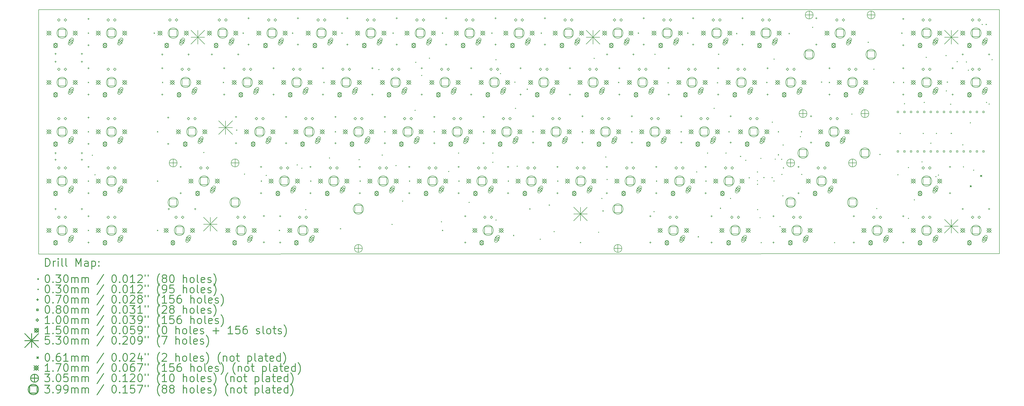
<source format=gbr>
%FSLAX45Y45*%
G04 Gerber Fmt 4.5, Leading zero omitted, Abs format (unit mm)*
G04 Created by KiCad (PCBNEW 4.0.2-stable) date Monday, June 06, 2016 'PMt' 03:11:25 PM*
%MOMM*%
G01*
G04 APERTURE LIST*
%ADD10C,0.127000*%
%ADD11C,0.150000*%
%ADD12C,0.200000*%
%ADD13C,0.300000*%
G04 APERTURE END LIST*
D10*
D11*
X2908300Y-1955800D02*
X2908300Y-11391900D01*
X39954200Y-1955800D02*
X2908300Y-1955800D01*
X39954200Y-11379200D02*
X39954200Y-1955800D01*
X2908300Y-11391900D02*
X39954200Y-11379200D01*
D12*
X4811000Y-2842500D02*
X4841000Y-2872500D01*
X4841000Y-2842500D02*
X4811000Y-2872500D01*
X4811000Y-4747500D02*
X4841000Y-4777500D01*
X4841000Y-4747500D02*
X4811000Y-4777500D01*
X4811000Y-6652500D02*
X4841000Y-6682500D01*
X4841000Y-6652500D02*
X4811000Y-6682500D01*
X4811000Y-8557500D02*
X4841000Y-8587500D01*
X4841000Y-8557500D02*
X4811000Y-8587500D01*
X4811000Y-10462500D02*
X4841000Y-10492500D01*
X4841000Y-10462500D02*
X4811000Y-10492500D01*
X7351000Y-2842500D02*
X7381000Y-2872500D01*
X7381000Y-2842500D02*
X7351000Y-2872500D01*
X7478000Y-6652500D02*
X7508000Y-6682500D01*
X7508000Y-6652500D02*
X7478000Y-6682500D01*
X7478000Y-8557500D02*
X7508000Y-8587500D01*
X7508000Y-8557500D02*
X7478000Y-8587500D01*
X7478000Y-10462500D02*
X7508000Y-10492500D01*
X7508000Y-10462500D02*
X7478000Y-10492500D01*
X7668500Y-4747500D02*
X7698500Y-4777500D01*
X7698500Y-4747500D02*
X7668500Y-4777500D01*
X10018000Y-4747500D02*
X10048000Y-4777500D01*
X10048000Y-4747500D02*
X10018000Y-4777500D01*
X10526000Y-6589000D02*
X10556000Y-6619000D01*
X10556000Y-6589000D02*
X10526000Y-6619000D01*
X10780000Y-2842500D02*
X10810000Y-2872500D01*
X10810000Y-2842500D02*
X10780000Y-2872500D01*
X11478500Y-8557500D02*
X11508500Y-8587500D01*
X11508500Y-8557500D02*
X11478500Y-8587500D01*
X12177000Y-10462500D02*
X12207000Y-10492500D01*
X12207000Y-10462500D02*
X12177000Y-10492500D01*
X12685000Y-2842500D02*
X12715000Y-2872500D01*
X12715000Y-2842500D02*
X12685000Y-2872500D01*
X13383500Y-8557500D02*
X13413500Y-8587500D01*
X13413500Y-8557500D02*
X13383500Y-8587500D01*
X13891500Y-4747500D02*
X13921500Y-4777500D01*
X13921500Y-4747500D02*
X13891500Y-4777500D01*
X14336000Y-6652500D02*
X14366000Y-6682500D01*
X14366000Y-6652500D02*
X14336000Y-6682500D01*
X14533479Y-10399000D02*
X14563479Y-10429000D01*
X14563479Y-10399000D02*
X14533479Y-10429000D01*
X14590000Y-2842500D02*
X14620000Y-2872500D01*
X14620000Y-2842500D02*
X14590000Y-2872500D01*
X15288500Y-8557500D02*
X15318500Y-8587500D01*
X15318500Y-8557500D02*
X15288500Y-8587500D01*
X16241000Y-6652500D02*
X16271000Y-6682500D01*
X16271000Y-6652500D02*
X16241000Y-6682500D01*
X16558500Y-2842500D02*
X16588500Y-2872500D01*
X16588500Y-2842500D02*
X16558500Y-2872500D01*
X17193500Y-8557500D02*
X17223500Y-8587500D01*
X17223500Y-8557500D02*
X17193500Y-8587500D01*
X18146000Y-6652500D02*
X18176000Y-6682500D01*
X18176000Y-6652500D02*
X18146000Y-6682500D01*
X18463500Y-2842500D02*
X18493500Y-2872500D01*
X18493500Y-2842500D02*
X18463500Y-2872500D01*
X18470479Y-10462500D02*
X18500479Y-10492500D01*
X18500479Y-10462500D02*
X18470479Y-10492500D01*
X19098500Y-8557500D02*
X19128500Y-8587500D01*
X19128500Y-8557500D02*
X19098500Y-8587500D01*
X20051000Y-6652500D02*
X20081000Y-6682500D01*
X20081000Y-6652500D02*
X20051000Y-6682500D01*
X20368500Y-2842500D02*
X20398500Y-2872500D01*
X20398500Y-2842500D02*
X20368500Y-2872500D01*
X21003500Y-8557500D02*
X21033500Y-8587500D01*
X21033500Y-8557500D02*
X21003500Y-8587500D01*
X21210000Y-10660000D02*
X21240000Y-10690000D01*
X21240000Y-10660000D02*
X21210000Y-10690000D01*
X21260000Y-4735000D02*
X21290000Y-4765000D01*
X21290000Y-4735000D02*
X21260000Y-4765000D01*
X21735000Y-5010000D02*
X21765000Y-5040000D01*
X21765000Y-5010000D02*
X21735000Y-5040000D01*
X21835000Y-9635000D02*
X21865000Y-9665000D01*
X21865000Y-9635000D02*
X21835000Y-9665000D01*
X21956000Y-6652500D02*
X21986000Y-6682500D01*
X21986000Y-6652500D02*
X21956000Y-6682500D01*
X22273500Y-2842500D02*
X22303500Y-2872500D01*
X22303500Y-2842500D02*
X22273500Y-2872500D01*
X22585000Y-9485000D02*
X22615000Y-9515000D01*
X22615000Y-9485000D02*
X22585000Y-9515000D01*
X22908500Y-8557500D02*
X22938500Y-8587500D01*
X22938500Y-8557500D02*
X22908500Y-8587500D01*
X23785000Y-10935000D02*
X23815000Y-10965000D01*
X23815000Y-10935000D02*
X23785000Y-10965000D01*
X23785000Y-10935000D02*
X23815000Y-10965000D01*
X23815000Y-10935000D02*
X23785000Y-10965000D01*
X23861000Y-6652500D02*
X23891000Y-6682500D01*
X23891000Y-6652500D02*
X23861000Y-6682500D01*
X24660000Y-9710000D02*
X24690000Y-9740000D01*
X24690000Y-9710000D02*
X24660000Y-9740000D01*
X24813500Y-8494000D02*
X24843500Y-8524000D01*
X24843500Y-8494000D02*
X24813500Y-8524000D01*
X25258000Y-4747500D02*
X25288000Y-4777500D01*
X25288000Y-4747500D02*
X25258000Y-4777500D01*
X25766000Y-6652500D02*
X25796000Y-6682500D01*
X25796000Y-6652500D02*
X25766000Y-6682500D01*
X26020000Y-2842500D02*
X26050000Y-2872500D01*
X26050000Y-2842500D02*
X26020000Y-2872500D01*
X26660000Y-3660000D02*
X26690000Y-3690000D01*
X26690000Y-3660000D02*
X26660000Y-3690000D01*
X26718500Y-8557500D02*
X26748500Y-8587500D01*
X26748500Y-8557500D02*
X26718500Y-8587500D01*
X27163000Y-4760000D02*
X27193000Y-4790000D01*
X27193000Y-4760000D02*
X27163000Y-4790000D01*
X27671000Y-6652500D02*
X27701000Y-6682500D01*
X27701000Y-6652500D02*
X27671000Y-6682500D01*
X27925000Y-2842500D02*
X27955000Y-2872500D01*
X27955000Y-2842500D02*
X27925000Y-2872500D01*
X28335000Y-10710000D02*
X28365000Y-10740000D01*
X28365000Y-10710000D02*
X28335000Y-10740000D01*
X28623500Y-8557500D02*
X28653500Y-8587500D01*
X28653500Y-8557500D02*
X28623500Y-8587500D01*
X29068000Y-4760000D02*
X29098000Y-4790000D01*
X29098000Y-4760000D02*
X29068000Y-4790000D01*
X29110000Y-3660000D02*
X29140000Y-3690000D01*
X29140000Y-3660000D02*
X29110000Y-3690000D01*
X29185000Y-9610000D02*
X29215000Y-9640000D01*
X29215000Y-9610000D02*
X29185000Y-9640000D01*
X29512500Y-6652500D02*
X29542500Y-6682500D01*
X29542500Y-6652500D02*
X29512500Y-6682500D01*
X29810000Y-2860000D02*
X29840000Y-2890000D01*
X29840000Y-2860000D02*
X29810000Y-2890000D01*
X29957000Y-7605000D02*
X29987000Y-7635000D01*
X29987000Y-7605000D02*
X29957000Y-7635000D01*
X30760000Y-10935000D02*
X30790000Y-10965000D01*
X30790000Y-10935000D02*
X30760000Y-10965000D01*
X30973000Y-4747500D02*
X31003000Y-4777500D01*
X31003000Y-4747500D02*
X30973000Y-4777500D01*
X31417500Y-6652500D02*
X31447500Y-6682500D01*
X31447500Y-6652500D02*
X31417500Y-6682500D01*
X31417500Y-7541500D02*
X31447500Y-7571500D01*
X31447500Y-7541500D02*
X31417500Y-7571500D01*
X31835000Y-2860000D02*
X31865000Y-2890000D01*
X31865000Y-2860000D02*
X31835000Y-2890000D01*
X32306500Y-6652500D02*
X32336500Y-6682500D01*
X32336500Y-6652500D02*
X32306500Y-6682500D01*
X33085000Y-4735000D02*
X33115000Y-4765000D01*
X33115000Y-4735000D02*
X33085000Y-4765000D01*
X33386000Y-4747500D02*
X33416000Y-4777500D01*
X33416000Y-4747500D02*
X33386000Y-4777500D01*
X33585000Y-10935000D02*
X33615000Y-10965000D01*
X33615000Y-10935000D02*
X33585000Y-10965000D01*
X35334180Y-7528800D02*
X35364180Y-7558800D01*
X35364180Y-7528800D02*
X35334180Y-7558800D01*
X35862500Y-4747500D02*
X35892500Y-4777500D01*
X35892500Y-4747500D02*
X35862500Y-4777500D01*
X36116500Y-6716000D02*
X36146500Y-6746000D01*
X36146500Y-6716000D02*
X36116500Y-6746000D01*
X36180000Y-2842500D02*
X36210000Y-2872500D01*
X36210000Y-2842500D02*
X36180000Y-2872500D01*
X36243500Y-4747500D02*
X36273500Y-4777500D01*
X36273500Y-4747500D02*
X36243500Y-4777500D01*
X37005500Y-6716000D02*
X37035500Y-6746000D01*
X37035500Y-6716000D02*
X37005500Y-6746000D01*
X37513500Y-6716000D02*
X37543500Y-6746000D01*
X37543500Y-6716000D02*
X37513500Y-6746000D01*
X37935000Y-4735000D02*
X37965000Y-4765000D01*
X37965000Y-4735000D02*
X37935000Y-4765000D01*
X38085000Y-6716000D02*
X38115000Y-6746000D01*
X38115000Y-6716000D02*
X38085000Y-6746000D01*
X39435000Y-2510000D02*
X39465000Y-2540000D01*
X39465000Y-2510000D02*
X39435000Y-2540000D01*
X4993640Y-7575000D02*
G75*
G03X4993640Y-7575000I-15240J0D01*
G01*
X5095240Y-8331200D02*
G75*
G03X5095240Y-8331200I-15240J0D01*
G01*
X8097615Y-10956500D02*
G75*
G03X8097615Y-10956500I-15240J0D01*
G01*
X9290240Y-7471600D02*
G75*
G03X9290240Y-7471600I-15240J0D01*
G01*
X10861040Y-8305800D02*
G75*
G03X10861040Y-8305800I-15240J0D01*
G01*
X11699240Y-8356600D02*
G75*
G03X11699240Y-8356600I-15240J0D01*
G01*
X12893040Y-7950200D02*
G75*
G03X12893040Y-7950200I-15240J0D01*
G01*
X13070840Y-8077200D02*
G75*
G03X13070840Y-8077200I-15240J0D01*
G01*
X13223240Y-9677400D02*
G75*
G03X13223240Y-9677400I-15240J0D01*
G01*
X14137640Y-7683500D02*
G75*
G03X14137640Y-7683500I-15240J0D01*
G01*
X15280640Y-7747000D02*
G75*
G03X15280640Y-7747000I-15240J0D01*
G01*
X16042640Y-4267200D02*
G75*
G03X16042640Y-4267200I-15240J0D01*
G01*
X16170440Y-7569200D02*
G75*
G03X16170440Y-7569200I-15240J0D01*
G01*
X16550640Y-10248900D02*
G75*
G03X16550640Y-10248900I-15240J0D01*
G01*
X16703040Y-7975600D02*
G75*
G03X16703040Y-7975600I-15240J0D01*
G01*
X16957040Y-9347200D02*
G75*
G03X16957040Y-9347200I-15240J0D01*
G01*
X17439640Y-5842000D02*
G75*
G03X17439640Y-5842000I-15240J0D01*
G01*
X17465040Y-3987800D02*
G75*
G03X17465040Y-3987800I-15240J0D01*
G01*
X17693640Y-4495800D02*
G75*
G03X17693640Y-4495800I-15240J0D01*
G01*
X17992090Y-3829051D02*
G75*
G03X17992090Y-3829051I-15240J0D01*
G01*
X18455640Y-10147300D02*
G75*
G03X18455640Y-10147300I-15240J0D01*
G01*
X18735040Y-8203870D02*
G75*
G03X18735040Y-8203870I-15240J0D01*
G01*
X19116040Y-7493000D02*
G75*
G03X19116040Y-7493000I-15240J0D01*
G01*
X19522440Y-9398000D02*
G75*
G03X19522440Y-9398000I-15240J0D01*
G01*
X20436840Y-7493000D02*
G75*
G03X20436840Y-7493000I-15240J0D01*
G01*
X20436840Y-7848600D02*
G75*
G03X20436840Y-7848600I-15240J0D01*
G01*
X20558632Y-3887472D02*
G75*
G03X20558632Y-3887472I-15240J0D01*
G01*
X20560309Y-10077449D02*
G75*
G03X20560309Y-10077449I-15240J0D01*
G01*
X20732751Y-4421811D02*
G75*
G03X20732751Y-4421811I-15240J0D01*
G01*
X21310740Y-5765800D02*
G75*
G03X21310740Y-5765800I-15240J0D01*
G01*
X21376640Y-8001000D02*
G75*
G03X21376640Y-8001000I-15240J0D01*
G01*
X22265640Y-10820400D02*
G75*
G03X22265640Y-10820400I-15240J0D01*
G01*
X22801961Y-10525000D02*
G75*
G03X22801961Y-10525000I-15240J0D01*
G01*
X24343360Y-3835870D02*
G75*
G03X24343360Y-3835870I-15240J0D01*
G01*
X24515240Y-10550000D02*
G75*
G03X24515240Y-10550000I-15240J0D01*
G01*
X24640540Y-9245600D02*
G75*
G03X24640540Y-9245600I-15240J0D01*
G01*
X24792940Y-7645400D02*
G75*
G03X24792940Y-7645400I-15240J0D01*
G01*
X26653490Y-9753600D02*
G75*
G03X26653490Y-9753600I-15240J0D01*
G01*
X28298140Y-8220636D02*
G75*
G03X28298140Y-8220636I-15240J0D01*
G01*
X28717240Y-7493000D02*
G75*
G03X28717240Y-7493000I-15240J0D01*
G01*
X28971240Y-5765800D02*
G75*
G03X28971240Y-5765800I-15240J0D01*
G01*
X29428440Y-7492200D02*
G75*
G03X29428440Y-7492200I-15240J0D01*
G01*
X29601235Y-9245600D02*
G75*
G03X29601235Y-9245600I-15240J0D01*
G01*
X30190440Y-7772400D02*
G75*
G03X30190440Y-7772400I-15240J0D01*
G01*
X30323790Y-8445500D02*
G75*
G03X30323790Y-8445500I-15240J0D01*
G01*
X30641290Y-8223250D02*
G75*
G03X30641290Y-8223250I-15240J0D01*
G01*
X30641290Y-8556550D02*
G75*
G03X30641290Y-8556550I-15240J0D01*
G01*
X30641290Y-8699500D02*
G75*
G03X30641290Y-8699500I-15240J0D01*
G01*
X30647640Y-9677400D02*
G75*
G03X30647640Y-9677400I-15240J0D01*
G01*
X30742890Y-9988550D02*
G75*
G03X30742890Y-9988550I-15240J0D01*
G01*
X30772100Y-7696200D02*
G75*
G03X30772100Y-7696200I-15240J0D01*
G01*
X30888940Y-8439150D02*
G75*
G03X30888940Y-8439150I-15240J0D01*
G01*
X31206440Y-8439150D02*
G75*
G03X31206440Y-8439150I-15240J0D01*
G01*
X31212790Y-6298870D02*
G75*
G03X31212790Y-6298870I-15240J0D01*
G01*
X31276290Y-8572500D02*
G75*
G03X31276290Y-8572500I-15240J0D01*
G01*
X31282640Y-3865754D02*
G75*
G03X31282640Y-3865754I-15240J0D01*
G01*
X31325820Y-7726680D02*
G75*
G03X31325820Y-7726680I-15240J0D01*
G01*
X31511240Y-10331450D02*
G75*
G03X31511240Y-10331450I-15240J0D01*
G01*
X31574740Y-7734300D02*
G75*
G03X31574740Y-7734300I-15240J0D01*
G01*
X31581090Y-8318500D02*
G75*
G03X31581090Y-8318500I-15240J0D01*
G01*
X31619190Y-9144000D02*
G75*
G03X31619190Y-9144000I-15240J0D01*
G01*
X31631890Y-7181850D02*
G75*
G03X31631890Y-7181850I-15240J0D01*
G01*
X31644590Y-8064500D02*
G75*
G03X31644590Y-8064500I-15240J0D01*
G01*
X32298640Y-6858000D02*
G75*
G03X32298640Y-6858000I-15240J0D01*
G01*
X32349440Y-8318500D02*
G75*
G03X32349440Y-8318500I-15240J0D01*
G01*
X32768540Y-2635250D02*
G75*
G03X32768540Y-2635250I-15240J0D01*
G01*
X34282998Y-5988051D02*
G75*
G03X34282998Y-5988051I-15240J0D01*
G01*
X34912300Y-3213100D02*
G75*
G03X34912300Y-3213100I-15240J0D01*
G01*
X35130740Y-4254500D02*
G75*
G03X35130740Y-4254500I-15240J0D01*
G01*
X35240268Y-9632876D02*
G75*
G03X35240268Y-9632876I-15240J0D01*
G01*
X36057840Y-8331200D02*
G75*
G03X36057840Y-8331200I-15240J0D01*
G01*
X36311840Y-5588000D02*
G75*
G03X36311840Y-5588000I-15240J0D01*
G01*
X36464240Y-8051800D02*
G75*
G03X36464240Y-8051800I-15240J0D01*
G01*
X36464240Y-10013949D02*
G75*
G03X36464240Y-10013949I-15240J0D01*
G01*
X36692840Y-9298940D02*
G75*
G03X36692840Y-9298940I-15240J0D01*
G01*
X36987480Y-7833360D02*
G75*
G03X36987480Y-7833360I-15240J0D01*
G01*
X37073840Y-5537200D02*
G75*
G03X37073840Y-5537200I-15240J0D01*
G01*
X37150040Y-3797300D02*
G75*
G03X37150040Y-3797300I-15240J0D01*
G01*
X37327840Y-7112000D02*
G75*
G03X37327840Y-7112000I-15240J0D01*
G01*
X37523420Y-8402320D02*
G75*
G03X37523420Y-8402320I-15240J0D01*
G01*
X37619940Y-8343900D02*
G75*
G03X37619940Y-8343900I-15240J0D01*
G01*
X37912040Y-3727449D02*
G75*
G03X37912040Y-3727449I-15240J0D01*
G01*
X37924740Y-5092700D02*
G75*
G03X37924740Y-5092700I-15240J0D01*
G01*
X38089840Y-5607050D02*
G75*
G03X38089840Y-5607050I-15240J0D01*
G01*
X38343840Y-3962400D02*
G75*
G03X38343840Y-3962400I-15240J0D01*
G01*
X38559740Y-7175500D02*
G75*
G03X38559740Y-7175500I-15240J0D01*
G01*
X38585140Y-8026400D02*
G75*
G03X38585140Y-8026400I-15240J0D01*
G01*
X38699440Y-3975100D02*
G75*
G03X38699440Y-3975100I-15240J0D01*
G01*
X38775640Y-4292600D02*
G75*
G03X38775640Y-4292600I-15240J0D01*
G01*
X38851840Y-6324600D02*
G75*
G03X38851840Y-6324600I-15240J0D01*
G01*
X38978840Y-8150785D02*
G75*
G03X38978840Y-8150785I-15240J0D01*
G01*
X39309040Y-2527300D02*
G75*
G03X39309040Y-2527300I-15240J0D01*
G01*
X39474140Y-5537200D02*
G75*
G03X39474140Y-5537200I-15240J0D01*
G01*
X39575740Y-5600700D02*
G75*
G03X39575740Y-5600700I-15240J0D01*
G01*
X39690040Y-3886200D02*
G75*
G03X39690040Y-3886200I-15240J0D01*
G01*
X3555948Y-3622802D02*
X3555948Y-3692906D01*
X3520896Y-3657854D02*
X3591000Y-3657854D01*
X3555948Y-3927602D02*
X3555948Y-3997706D01*
X3520896Y-3962654D02*
X3591000Y-3962654D01*
X3555948Y-7458202D02*
X3555948Y-7528306D01*
X3520896Y-7493254D02*
X3591000Y-7493254D01*
X3555948Y-7712202D02*
X3555948Y-7782306D01*
X3520896Y-7747254D02*
X3591000Y-7747254D01*
X3555948Y-9617202D02*
X3555948Y-9687306D01*
X3520896Y-9652254D02*
X3591000Y-9652254D01*
X4571948Y-3622802D02*
X4571948Y-3692906D01*
X4536896Y-3657854D02*
X4607000Y-3657854D01*
X4571948Y-3927602D02*
X4571948Y-3997706D01*
X4536896Y-3962654D02*
X4607000Y-3962654D01*
X4571948Y-7458202D02*
X4571948Y-7528306D01*
X4536896Y-7493254D02*
X4607000Y-7493254D01*
X4571948Y-7712202D02*
X4571948Y-7782306D01*
X4536896Y-7747254D02*
X4607000Y-7747254D01*
X4571948Y-9617202D02*
X4571948Y-9687306D01*
X4536896Y-9652254D02*
X4607000Y-9652254D01*
X4826254Y-2276400D02*
X4826254Y-2346504D01*
X4791202Y-2311452D02*
X4861306Y-2311452D01*
X4826254Y-3292400D02*
X4826254Y-3362504D01*
X4791202Y-3327452D02*
X4861306Y-3327452D01*
X4826254Y-4181400D02*
X4826254Y-4251504D01*
X4791202Y-4216452D02*
X4861306Y-4216452D01*
X4826254Y-5197400D02*
X4826254Y-5267504D01*
X4791202Y-5232452D02*
X4861306Y-5232452D01*
X4826254Y-6086400D02*
X4826254Y-6156504D01*
X4791202Y-6121452D02*
X4861306Y-6121452D01*
X4826254Y-7102400D02*
X4826254Y-7172504D01*
X4791202Y-7137452D02*
X4861306Y-7137452D01*
X4826254Y-7991400D02*
X4826254Y-8061504D01*
X4791202Y-8026452D02*
X4861306Y-8026452D01*
X4826254Y-9007400D02*
X4826254Y-9077504D01*
X4791202Y-9042452D02*
X4861306Y-9042452D01*
X4826254Y-9896400D02*
X4826254Y-9966504D01*
X4791202Y-9931452D02*
X4861306Y-9931452D01*
X4826254Y-10912400D02*
X4826254Y-10982504D01*
X4791202Y-10947452D02*
X4861306Y-10947452D01*
X7670748Y-3648202D02*
X7670748Y-3718306D01*
X7635696Y-3683254D02*
X7705800Y-3683254D01*
X7671054Y-4181400D02*
X7671054Y-4251504D01*
X7636002Y-4216452D02*
X7706106Y-4216452D01*
X7671054Y-5197400D02*
X7671054Y-5267504D01*
X7636002Y-5232452D02*
X7706106Y-5232452D01*
X7899654Y-6086400D02*
X7899654Y-6156504D01*
X7864602Y-6121452D02*
X7934706Y-6121452D01*
X7899654Y-7102400D02*
X7899654Y-7172504D01*
X7864602Y-7137452D02*
X7934706Y-7137452D01*
X7924748Y-9617202D02*
X7924748Y-9687306D01*
X7889696Y-9652254D02*
X7959800Y-9652254D01*
X8382254Y-7991400D02*
X8382254Y-8061504D01*
X8347202Y-8026452D02*
X8417306Y-8026452D01*
X8382254Y-9007400D02*
X8382254Y-9077504D01*
X8347202Y-9042452D02*
X8417306Y-9042452D01*
X8686748Y-3648202D02*
X8686748Y-3718306D01*
X8651696Y-3683254D02*
X8721800Y-3683254D01*
X8940748Y-9617202D02*
X8940748Y-9687306D01*
X8905696Y-9652254D02*
X8975800Y-9652254D01*
X9588500Y-3647948D02*
X9588500Y-3718052D01*
X9553448Y-3683000D02*
X9623552Y-3683000D01*
X10058654Y-4181400D02*
X10058654Y-4251504D01*
X10023602Y-4216452D02*
X10093706Y-4216452D01*
X10058654Y-5197400D02*
X10058654Y-5267504D01*
X10023602Y-5232452D02*
X10093706Y-5232452D01*
X10515854Y-6061000D02*
X10515854Y-6131104D01*
X10480802Y-6096052D02*
X10550906Y-6096052D01*
X10515854Y-7077000D02*
X10515854Y-7147104D01*
X10480802Y-7112052D02*
X10550906Y-7112052D01*
X10604500Y-3647948D02*
X10604500Y-3718052D01*
X10569448Y-3683000D02*
X10639552Y-3683000D01*
X10998200Y-2250948D02*
X10998200Y-2321052D01*
X10963148Y-2286000D02*
X11033252Y-2286000D01*
X10998200Y-3266948D02*
X10998200Y-3337052D01*
X10963148Y-3302000D02*
X11033252Y-3302000D01*
X11481054Y-7991400D02*
X11481054Y-8061504D01*
X11446002Y-8026452D02*
X11516106Y-8026452D01*
X11481054Y-9007400D02*
X11481054Y-9077504D01*
X11446002Y-9042452D02*
X11516106Y-9042452D01*
X11595100Y-9883648D02*
X11595100Y-9953752D01*
X11560048Y-9918700D02*
X11630152Y-9918700D01*
X11595100Y-10899648D02*
X11595100Y-10969752D01*
X11560048Y-10934700D02*
X11630152Y-10934700D01*
X11963654Y-4181400D02*
X11963654Y-4251504D01*
X11928602Y-4216452D02*
X11998706Y-4216452D01*
X11963654Y-5197400D02*
X11963654Y-5267504D01*
X11928602Y-5232452D02*
X11998706Y-5232452D01*
X12217654Y-9896400D02*
X12217654Y-9966504D01*
X12182602Y-9931452D02*
X12252706Y-9931452D01*
X12217654Y-10912400D02*
X12217654Y-10982504D01*
X12182602Y-10947452D02*
X12252706Y-10947452D01*
X12446254Y-6061000D02*
X12446254Y-6131104D01*
X12411202Y-6096052D02*
X12481306Y-6096052D01*
X12446254Y-7077000D02*
X12446254Y-7147104D01*
X12411202Y-7112052D02*
X12481306Y-7112052D01*
X12903200Y-2250948D02*
X12903200Y-2321052D01*
X12868148Y-2286000D02*
X12938252Y-2286000D01*
X12903200Y-3266948D02*
X12903200Y-3337052D01*
X12868148Y-3302000D02*
X12938252Y-3302000D01*
X13386054Y-7991400D02*
X13386054Y-8061504D01*
X13351002Y-8026452D02*
X13421106Y-8026452D01*
X13386054Y-9007400D02*
X13386054Y-9077504D01*
X13351002Y-9042452D02*
X13421106Y-9042452D01*
X13868654Y-4181400D02*
X13868654Y-4251504D01*
X13833602Y-4216452D02*
X13903706Y-4216452D01*
X13868654Y-5197400D02*
X13868654Y-5267504D01*
X13833602Y-5232452D02*
X13903706Y-5232452D01*
X14351254Y-6061000D02*
X14351254Y-6131104D01*
X14316202Y-6096052D02*
X14386306Y-6096052D01*
X14351254Y-7077000D02*
X14351254Y-7147104D01*
X14316202Y-7112052D02*
X14386306Y-7112052D01*
X14808200Y-2250948D02*
X14808200Y-2321052D01*
X14773148Y-2286000D02*
X14843252Y-2286000D01*
X14808200Y-3266948D02*
X14808200Y-3337052D01*
X14773148Y-3302000D02*
X14843252Y-3302000D01*
X15291054Y-7991400D02*
X15291054Y-8061504D01*
X15256002Y-8026452D02*
X15326106Y-8026452D01*
X15291054Y-9007400D02*
X15291054Y-9077504D01*
X15256002Y-9042452D02*
X15326106Y-9042452D01*
X15773654Y-4181400D02*
X15773654Y-4251504D01*
X15738602Y-4216452D02*
X15808706Y-4216452D01*
X15773654Y-5197400D02*
X15773654Y-5267504D01*
X15738602Y-5232452D02*
X15808706Y-5232452D01*
X16256254Y-6061000D02*
X16256254Y-6131104D01*
X16221202Y-6096052D02*
X16291306Y-6096052D01*
X16256254Y-7077000D02*
X16256254Y-7147104D01*
X16221202Y-7112052D02*
X16291306Y-7112052D01*
X16713200Y-2250948D02*
X16713200Y-2321052D01*
X16678148Y-2286000D02*
X16748252Y-2286000D01*
X16713200Y-3266948D02*
X16713200Y-3337052D01*
X16678148Y-3302000D02*
X16748252Y-3302000D01*
X17196054Y-7991400D02*
X17196054Y-8061504D01*
X17161002Y-8026452D02*
X17231106Y-8026452D01*
X17196054Y-9007400D02*
X17196054Y-9077504D01*
X17161002Y-9042452D02*
X17231106Y-9042452D01*
X17678654Y-4181400D02*
X17678654Y-4251504D01*
X17643602Y-4216452D02*
X17713706Y-4216452D01*
X17678654Y-5197400D02*
X17678654Y-5267504D01*
X17643602Y-5232452D02*
X17713706Y-5232452D01*
X18161254Y-6061000D02*
X18161254Y-6131104D01*
X18126202Y-6096052D02*
X18196306Y-6096052D01*
X18161254Y-7077000D02*
X18161254Y-7147104D01*
X18126202Y-7112052D02*
X18196306Y-7112052D01*
X18618200Y-2250948D02*
X18618200Y-2321052D01*
X18583148Y-2286000D02*
X18653252Y-2286000D01*
X18618200Y-3266948D02*
X18618200Y-3337052D01*
X18583148Y-3302000D02*
X18653252Y-3302000D01*
X19101054Y-7991400D02*
X19101054Y-8061504D01*
X19066002Y-8026452D02*
X19136106Y-8026452D01*
X19101054Y-9007400D02*
X19101054Y-9077504D01*
X19066002Y-9042452D02*
X19136106Y-9042452D01*
X19355054Y-9896400D02*
X19355054Y-9966504D01*
X19320002Y-9931452D02*
X19390106Y-9931452D01*
X19355054Y-10912400D02*
X19355054Y-10982504D01*
X19320002Y-10947452D02*
X19390106Y-10947452D01*
X19583654Y-4181400D02*
X19583654Y-4251504D01*
X19548602Y-4216452D02*
X19618706Y-4216452D01*
X19583654Y-5197400D02*
X19583654Y-5267504D01*
X19548602Y-5232452D02*
X19618706Y-5232452D01*
X20066254Y-6061000D02*
X20066254Y-6131104D01*
X20031202Y-6096052D02*
X20101306Y-6096052D01*
X20066254Y-7077000D02*
X20066254Y-7147104D01*
X20031202Y-7112052D02*
X20101306Y-7112052D01*
X20523200Y-2250948D02*
X20523200Y-2321052D01*
X20488148Y-2286000D02*
X20558252Y-2286000D01*
X20523200Y-3266948D02*
X20523200Y-3337052D01*
X20488148Y-3302000D02*
X20558252Y-3302000D01*
X21006054Y-7991400D02*
X21006054Y-8061504D01*
X20971002Y-8026452D02*
X21041106Y-8026452D01*
X21006054Y-9007400D02*
X21006054Y-9077504D01*
X20971002Y-9042452D02*
X21041106Y-9042452D01*
X21488654Y-4181400D02*
X21488654Y-4251504D01*
X21453602Y-4216452D02*
X21523706Y-4216452D01*
X21488654Y-5197400D02*
X21488654Y-5267504D01*
X21453602Y-5232452D02*
X21523706Y-5232452D01*
X21971254Y-6035600D02*
X21971254Y-6105704D01*
X21936202Y-6070652D02*
X22006306Y-6070652D01*
X21971254Y-7051600D02*
X21971254Y-7121704D01*
X21936202Y-7086652D02*
X22006306Y-7086652D01*
X22428200Y-2250948D02*
X22428200Y-2321052D01*
X22393148Y-2286000D02*
X22463252Y-2286000D01*
X22428200Y-3266948D02*
X22428200Y-3337052D01*
X22393148Y-3302000D02*
X22463252Y-3302000D01*
X22911054Y-7991400D02*
X22911054Y-8061504D01*
X22876002Y-8026452D02*
X22946106Y-8026452D01*
X22911054Y-9007400D02*
X22911054Y-9077504D01*
X22876002Y-9042452D02*
X22946106Y-9042452D01*
X23393654Y-4181400D02*
X23393654Y-4251504D01*
X23358602Y-4216452D02*
X23428706Y-4216452D01*
X23393654Y-5197400D02*
X23393654Y-5267504D01*
X23358602Y-5232452D02*
X23428706Y-5232452D01*
X23876254Y-6035600D02*
X23876254Y-6105704D01*
X23841202Y-6070652D02*
X23911306Y-6070652D01*
X23876254Y-7051600D02*
X23876254Y-7121704D01*
X23841202Y-7086652D02*
X23911306Y-7086652D01*
X24816054Y-7991400D02*
X24816054Y-8061504D01*
X24781002Y-8026452D02*
X24851106Y-8026452D01*
X24816054Y-9007400D02*
X24816054Y-9077504D01*
X24781002Y-9042452D02*
X24851106Y-9042452D01*
X24828500Y-3647948D02*
X24828500Y-3718052D01*
X24793448Y-3683000D02*
X24863552Y-3683000D01*
X25298654Y-4181400D02*
X25298654Y-4251504D01*
X25263602Y-4216452D02*
X25333706Y-4216452D01*
X25298654Y-5197400D02*
X25298654Y-5267504D01*
X25263602Y-5232452D02*
X25333706Y-5232452D01*
X25781254Y-6035600D02*
X25781254Y-6105704D01*
X25746202Y-6070652D02*
X25816306Y-6070652D01*
X25781254Y-7051600D02*
X25781254Y-7121704D01*
X25746202Y-7086652D02*
X25816306Y-7086652D01*
X25844500Y-3647948D02*
X25844500Y-3718052D01*
X25809448Y-3683000D02*
X25879552Y-3683000D01*
X26238200Y-2250948D02*
X26238200Y-2321052D01*
X26203148Y-2286000D02*
X26273252Y-2286000D01*
X26238200Y-3266948D02*
X26238200Y-3337052D01*
X26203148Y-3302000D02*
X26273252Y-3302000D01*
X26492454Y-9896400D02*
X26492454Y-9966504D01*
X26457402Y-9931452D02*
X26527506Y-9931452D01*
X26492454Y-10912400D02*
X26492454Y-10982504D01*
X26457402Y-10947452D02*
X26527506Y-10947452D01*
X26721054Y-7991400D02*
X26721054Y-8061504D01*
X26686002Y-8026452D02*
X26756106Y-8026452D01*
X26721054Y-9007400D02*
X26721054Y-9077504D01*
X26686002Y-9042452D02*
X26756106Y-9042452D01*
X27203654Y-4181400D02*
X27203654Y-4251504D01*
X27168602Y-4216452D02*
X27238706Y-4216452D01*
X27203654Y-5197400D02*
X27203654Y-5267504D01*
X27168602Y-5232452D02*
X27238706Y-5232452D01*
X27686254Y-6035600D02*
X27686254Y-6105704D01*
X27651202Y-6070652D02*
X27721306Y-6070652D01*
X27686254Y-7051600D02*
X27686254Y-7121704D01*
X27651202Y-7086652D02*
X27721306Y-7086652D01*
X28143200Y-2250948D02*
X28143200Y-2321052D01*
X28108148Y-2286000D02*
X28178252Y-2286000D01*
X28143200Y-3266948D02*
X28143200Y-3337052D01*
X28108148Y-3302000D02*
X28178252Y-3302000D01*
X28626054Y-7991400D02*
X28626054Y-8061504D01*
X28591002Y-8026452D02*
X28661106Y-8026452D01*
X28626054Y-9007400D02*
X28626054Y-9077504D01*
X28591002Y-9042452D02*
X28661106Y-9042452D01*
X28854654Y-9896400D02*
X28854654Y-9966504D01*
X28819602Y-9931452D02*
X28889706Y-9931452D01*
X28854654Y-10912400D02*
X28854654Y-10982504D01*
X28819602Y-10947452D02*
X28889706Y-10947452D01*
X29108654Y-4181400D02*
X29108654Y-4251504D01*
X29073602Y-4216452D02*
X29143706Y-4216452D01*
X29108654Y-5197400D02*
X29108654Y-5267504D01*
X29073602Y-5232452D02*
X29143706Y-5232452D01*
X29591254Y-6035600D02*
X29591254Y-6105704D01*
X29556202Y-6070652D02*
X29626306Y-6070652D01*
X29591254Y-7051600D02*
X29591254Y-7121704D01*
X29556202Y-7086652D02*
X29626306Y-7086652D01*
X30048200Y-2250948D02*
X30048200Y-2321052D01*
X30013148Y-2286000D02*
X30083252Y-2286000D01*
X30048200Y-3266948D02*
X30048200Y-3337052D01*
X30013148Y-3302000D02*
X30083252Y-3302000D01*
X31013654Y-4181400D02*
X31013654Y-4251504D01*
X30978602Y-4216452D02*
X31048706Y-4216452D01*
X31013654Y-5197400D02*
X31013654Y-5267504D01*
X30978602Y-5232452D02*
X31048706Y-5232452D01*
X31242254Y-9896400D02*
X31242254Y-9966504D01*
X31207202Y-9931452D02*
X31277306Y-9931452D01*
X31242254Y-10912400D02*
X31242254Y-10982504D01*
X31207202Y-10947452D02*
X31277306Y-10947452D01*
X32207454Y-7991400D02*
X32207454Y-8061504D01*
X32172402Y-8026452D02*
X32242506Y-8026452D01*
X32207454Y-9007400D02*
X32207454Y-9077504D01*
X32172402Y-9042452D02*
X32242506Y-9042452D01*
X32690054Y-6035600D02*
X32690054Y-6105704D01*
X32655002Y-6070652D02*
X32725106Y-6070652D01*
X32690054Y-7051600D02*
X32690054Y-7121704D01*
X32655002Y-7086652D02*
X32725106Y-7086652D01*
X32893000Y-2250948D02*
X32893000Y-2321052D01*
X32857948Y-2286000D02*
X32928052Y-2286000D01*
X32893000Y-3266948D02*
X32893000Y-3337052D01*
X32857948Y-3302000D02*
X32928052Y-3302000D01*
X33401254Y-4181400D02*
X33401254Y-4251504D01*
X33366202Y-4216452D02*
X33436306Y-4216452D01*
X33401254Y-5197400D02*
X33401254Y-5267504D01*
X33366202Y-5232452D02*
X33436306Y-5232452D01*
X34341054Y-9896400D02*
X34341054Y-9966504D01*
X34306002Y-9931452D02*
X34376106Y-9931452D01*
X34341054Y-10912400D02*
X34341054Y-10982504D01*
X34306002Y-10947452D02*
X34376106Y-10947452D01*
X36246054Y-2276400D02*
X36246054Y-2346504D01*
X36211002Y-2311452D02*
X36281106Y-2311452D01*
X36246054Y-3292400D02*
X36246054Y-3362504D01*
X36211002Y-3327452D02*
X36281106Y-3327452D01*
X36246054Y-4181400D02*
X36246054Y-4251504D01*
X36211002Y-4216452D02*
X36281106Y-4216452D01*
X36246054Y-5197400D02*
X36246054Y-5267504D01*
X36211002Y-5232452D02*
X36281106Y-5232452D01*
X36246054Y-9896400D02*
X36246054Y-9966504D01*
X36211002Y-9931452D02*
X36281106Y-9931452D01*
X36246054Y-10912400D02*
X36246054Y-10982504D01*
X36211002Y-10947452D02*
X36281106Y-10947452D01*
X38049454Y-7991400D02*
X38049454Y-8061504D01*
X38014402Y-8026452D02*
X38084506Y-8026452D01*
X38049454Y-9007400D02*
X38049454Y-9077504D01*
X38014402Y-9042452D02*
X38084506Y-9042452D01*
X38151054Y-4181400D02*
X38151054Y-4251504D01*
X38116002Y-4216452D02*
X38186106Y-4216452D01*
X38151054Y-5197400D02*
X38151054Y-5267504D01*
X38116002Y-5232452D02*
X38186106Y-5232452D01*
X38544500Y-3647948D02*
X38544500Y-3718052D01*
X38509448Y-3683000D02*
X38579552Y-3683000D01*
X38544500Y-9616948D02*
X38544500Y-9687052D01*
X38509448Y-9652000D02*
X38579552Y-9652000D01*
X39560500Y-3647948D02*
X39560500Y-3718052D01*
X39525448Y-3683000D02*
X39595552Y-3683000D01*
X39560500Y-9616948D02*
X39560500Y-9687052D01*
X39525448Y-9652000D02*
X39595552Y-9652000D01*
X36070885Y-5933784D02*
X36070885Y-5877215D01*
X36014316Y-5877215D01*
X36014316Y-5933784D01*
X36070885Y-5933784D01*
X36070885Y-7457784D02*
X36070885Y-7401215D01*
X36014316Y-7401215D01*
X36014316Y-7457784D01*
X36070885Y-7457784D01*
X36324885Y-5933784D02*
X36324885Y-5877215D01*
X36268316Y-5877215D01*
X36268316Y-5933784D01*
X36324885Y-5933784D01*
X36324885Y-7457784D02*
X36324885Y-7401215D01*
X36268316Y-7401215D01*
X36268316Y-7457784D01*
X36324885Y-7457784D01*
X36578885Y-5933784D02*
X36578885Y-5877215D01*
X36522316Y-5877215D01*
X36522316Y-5933784D01*
X36578885Y-5933784D01*
X36578885Y-7457784D02*
X36578885Y-7401215D01*
X36522316Y-7401215D01*
X36522316Y-7457784D01*
X36578885Y-7457784D01*
X36832885Y-5933784D02*
X36832885Y-5877215D01*
X36776316Y-5877215D01*
X36776316Y-5933784D01*
X36832885Y-5933784D01*
X36832885Y-7457784D02*
X36832885Y-7401215D01*
X36776316Y-7401215D01*
X36776316Y-7457784D01*
X36832885Y-7457784D01*
X37086885Y-5933784D02*
X37086885Y-5877215D01*
X37030316Y-5877215D01*
X37030316Y-5933784D01*
X37086885Y-5933784D01*
X37086885Y-7457784D02*
X37086885Y-7401215D01*
X37030316Y-7401215D01*
X37030316Y-7457784D01*
X37086885Y-7457784D01*
X37340885Y-5933784D02*
X37340885Y-5877215D01*
X37284316Y-5877215D01*
X37284316Y-5933784D01*
X37340885Y-5933784D01*
X37340885Y-7457784D02*
X37340885Y-7401215D01*
X37284316Y-7401215D01*
X37284316Y-7457784D01*
X37340885Y-7457784D01*
X37594885Y-5933784D02*
X37594885Y-5877215D01*
X37538316Y-5877215D01*
X37538316Y-5933784D01*
X37594885Y-5933784D01*
X37594885Y-7457784D02*
X37594885Y-7401215D01*
X37538316Y-7401215D01*
X37538316Y-7457784D01*
X37594885Y-7457784D01*
X37848885Y-5933784D02*
X37848885Y-5877215D01*
X37792316Y-5877215D01*
X37792316Y-5933784D01*
X37848885Y-5933784D01*
X37848885Y-7457784D02*
X37848885Y-7401215D01*
X37792316Y-7401215D01*
X37792316Y-7457784D01*
X37848885Y-7457784D01*
X38102885Y-5933784D02*
X38102885Y-5877215D01*
X38046316Y-5877215D01*
X38046316Y-5933784D01*
X38102885Y-5933784D01*
X38102885Y-7457784D02*
X38102885Y-7401215D01*
X38046316Y-7401215D01*
X38046316Y-7457784D01*
X38102885Y-7457784D01*
X38356885Y-5933784D02*
X38356885Y-5877215D01*
X38300316Y-5877215D01*
X38300316Y-5933784D01*
X38356885Y-5933784D01*
X38356885Y-7457784D02*
X38356885Y-7401215D01*
X38300316Y-7401215D01*
X38300316Y-7457784D01*
X38356885Y-7457784D01*
X38610885Y-5933784D02*
X38610885Y-5877215D01*
X38554316Y-5877215D01*
X38554316Y-5933784D01*
X38610885Y-5933784D01*
X38610885Y-7457784D02*
X38610885Y-7401215D01*
X38554316Y-7401215D01*
X38554316Y-7457784D01*
X38610885Y-7457784D01*
X38864885Y-5933784D02*
X38864885Y-5877215D01*
X38808316Y-5877215D01*
X38808316Y-5933784D01*
X38864885Y-5933784D01*
X38864885Y-7457784D02*
X38864885Y-7401215D01*
X38808316Y-7401215D01*
X38808316Y-7457784D01*
X38864885Y-7457784D01*
X39118885Y-5933784D02*
X39118885Y-5877215D01*
X39062316Y-5877215D01*
X39062316Y-5933784D01*
X39118885Y-5933784D01*
X39118885Y-7457784D02*
X39118885Y-7401215D01*
X39062316Y-7401215D01*
X39062316Y-7457784D01*
X39118885Y-7457784D01*
X39372885Y-5933784D02*
X39372885Y-5877215D01*
X39316316Y-5877215D01*
X39316316Y-5933784D01*
X39372885Y-5933784D01*
X39372885Y-7457784D02*
X39372885Y-7401215D01*
X39316316Y-7401215D01*
X39316316Y-7457784D01*
X39372885Y-7457784D01*
X3683000Y-2399500D02*
X3733000Y-2349500D01*
X3683000Y-2299500D01*
X3633000Y-2349500D01*
X3683000Y-2399500D01*
X3683000Y-4304500D02*
X3733000Y-4254500D01*
X3683000Y-4204500D01*
X3633000Y-4254500D01*
X3683000Y-4304500D01*
X3683000Y-6209500D02*
X3733000Y-6159500D01*
X3683000Y-6109500D01*
X3633000Y-6159500D01*
X3683000Y-6209500D01*
X3683000Y-8114500D02*
X3733000Y-8064500D01*
X3683000Y-8014500D01*
X3633000Y-8064500D01*
X3683000Y-8114500D01*
X3683000Y-10019500D02*
X3733000Y-9969500D01*
X3683000Y-9919500D01*
X3633000Y-9969500D01*
X3683000Y-10019500D01*
X3937000Y-2399500D02*
X3987000Y-2349500D01*
X3937000Y-2299500D01*
X3887000Y-2349500D01*
X3937000Y-2399500D01*
X3937000Y-4304500D02*
X3987000Y-4254500D01*
X3937000Y-4204500D01*
X3887000Y-4254500D01*
X3937000Y-4304500D01*
X3937000Y-6209500D02*
X3987000Y-6159500D01*
X3937000Y-6109500D01*
X3887000Y-6159500D01*
X3937000Y-6209500D01*
X3937000Y-8114500D02*
X3987000Y-8064500D01*
X3937000Y-8014500D01*
X3887000Y-8064500D01*
X3937000Y-8114500D01*
X3937000Y-10019500D02*
X3987000Y-9969500D01*
X3937000Y-9919500D01*
X3887000Y-9969500D01*
X3937000Y-10019500D01*
X5588000Y-2399500D02*
X5638000Y-2349500D01*
X5588000Y-2299500D01*
X5538000Y-2349500D01*
X5588000Y-2399500D01*
X5588000Y-4304500D02*
X5638000Y-4254500D01*
X5588000Y-4204500D01*
X5538000Y-4254500D01*
X5588000Y-4304500D01*
X5588000Y-6209500D02*
X5638000Y-6159500D01*
X5588000Y-6109500D01*
X5538000Y-6159500D01*
X5588000Y-6209500D01*
X5588000Y-8114500D02*
X5638000Y-8064500D01*
X5588000Y-8014500D01*
X5538000Y-8064500D01*
X5588000Y-8114500D01*
X5588000Y-10019500D02*
X5638000Y-9969500D01*
X5588000Y-9919500D01*
X5538000Y-9969500D01*
X5588000Y-10019500D01*
X5842000Y-2399500D02*
X5892000Y-2349500D01*
X5842000Y-2299500D01*
X5792000Y-2349500D01*
X5842000Y-2399500D01*
X5842000Y-4304500D02*
X5892000Y-4254500D01*
X5842000Y-4204500D01*
X5792000Y-4254500D01*
X5842000Y-4304500D01*
X5842000Y-6209500D02*
X5892000Y-6159500D01*
X5842000Y-6109500D01*
X5792000Y-6159500D01*
X5842000Y-6209500D01*
X5842000Y-8114500D02*
X5892000Y-8064500D01*
X5842000Y-8014500D01*
X5792000Y-8064500D01*
X5842000Y-8114500D01*
X5842000Y-10019500D02*
X5892000Y-9969500D01*
X5842000Y-9919500D01*
X5792000Y-9969500D01*
X5842000Y-10019500D01*
X7969250Y-2399500D02*
X8019250Y-2349500D01*
X7969250Y-2299500D01*
X7919250Y-2349500D01*
X7969250Y-2399500D01*
X8207375Y-10019500D02*
X8257375Y-9969500D01*
X8207375Y-9919500D01*
X8157375Y-9969500D01*
X8207375Y-10019500D01*
X8223250Y-2399500D02*
X8273250Y-2349500D01*
X8223250Y-2299500D01*
X8173250Y-2349500D01*
X8223250Y-2399500D01*
X8445500Y-4304500D02*
X8495500Y-4254500D01*
X8445500Y-4204500D01*
X8395500Y-4254500D01*
X8445500Y-4304500D01*
X8461375Y-10019500D02*
X8511375Y-9969500D01*
X8461375Y-9919500D01*
X8411375Y-9969500D01*
X8461375Y-10019500D01*
X8683625Y-6209500D02*
X8733625Y-6159500D01*
X8683625Y-6109500D01*
X8633625Y-6159500D01*
X8683625Y-6209500D01*
X8699500Y-4304500D02*
X8749500Y-4254500D01*
X8699500Y-4204500D01*
X8649500Y-4254500D01*
X8699500Y-4304500D01*
X8937625Y-6209500D02*
X8987625Y-6159500D01*
X8937625Y-6109500D01*
X8887625Y-6159500D01*
X8937625Y-6209500D01*
X9159875Y-8114500D02*
X9209875Y-8064500D01*
X9159875Y-8014500D01*
X9109875Y-8064500D01*
X9159875Y-8114500D01*
X9413875Y-8114500D02*
X9463875Y-8064500D01*
X9413875Y-8014500D01*
X9363875Y-8064500D01*
X9413875Y-8114500D01*
X9874250Y-2399500D02*
X9924250Y-2349500D01*
X9874250Y-2299500D01*
X9824250Y-2349500D01*
X9874250Y-2399500D01*
X10128250Y-2399500D02*
X10178250Y-2349500D01*
X10128250Y-2299500D01*
X10078250Y-2349500D01*
X10128250Y-2399500D01*
X10588625Y-10019500D02*
X10638625Y-9969500D01*
X10588625Y-9919500D01*
X10538625Y-9969500D01*
X10588625Y-10019500D01*
X10826750Y-4304500D02*
X10876750Y-4254500D01*
X10826750Y-4204500D01*
X10776750Y-4254500D01*
X10826750Y-4304500D01*
X10842625Y-10019500D02*
X10892625Y-9969500D01*
X10842625Y-9919500D01*
X10792625Y-9969500D01*
X10842625Y-10019500D01*
X11080750Y-4304500D02*
X11130750Y-4254500D01*
X11080750Y-4204500D01*
X11030750Y-4254500D01*
X11080750Y-4304500D01*
X11303000Y-6209500D02*
X11353000Y-6159500D01*
X11303000Y-6109500D01*
X11253000Y-6159500D01*
X11303000Y-6209500D01*
X11557000Y-6209500D02*
X11607000Y-6159500D01*
X11557000Y-6109500D01*
X11507000Y-6159500D01*
X11557000Y-6209500D01*
X11779250Y-2399500D02*
X11829250Y-2349500D01*
X11779250Y-2299500D01*
X11729250Y-2349500D01*
X11779250Y-2399500D01*
X12033250Y-2399500D02*
X12083250Y-2349500D01*
X12033250Y-2299500D01*
X11983250Y-2349500D01*
X12033250Y-2399500D01*
X12255500Y-8114500D02*
X12305500Y-8064500D01*
X12255500Y-8014500D01*
X12205500Y-8064500D01*
X12255500Y-8114500D01*
X12509500Y-8114500D02*
X12559500Y-8064500D01*
X12509500Y-8014500D01*
X12459500Y-8064500D01*
X12509500Y-8114500D01*
X12731750Y-4304500D02*
X12781750Y-4254500D01*
X12731750Y-4204500D01*
X12681750Y-4254500D01*
X12731750Y-4304500D01*
X12969875Y-10019500D02*
X13019875Y-9969500D01*
X12969875Y-9919500D01*
X12919875Y-9969500D01*
X12969875Y-10019500D01*
X12985750Y-4304500D02*
X13035750Y-4254500D01*
X12985750Y-4204500D01*
X12935750Y-4254500D01*
X12985750Y-4304500D01*
X13208000Y-6209500D02*
X13258000Y-6159500D01*
X13208000Y-6109500D01*
X13158000Y-6159500D01*
X13208000Y-6209500D01*
X13223875Y-10019500D02*
X13273875Y-9969500D01*
X13223875Y-9919500D01*
X13173875Y-9969500D01*
X13223875Y-10019500D01*
X13462000Y-6209500D02*
X13512000Y-6159500D01*
X13462000Y-6109500D01*
X13412000Y-6159500D01*
X13462000Y-6209500D01*
X13684250Y-2399500D02*
X13734250Y-2349500D01*
X13684250Y-2299500D01*
X13634250Y-2349500D01*
X13684250Y-2399500D01*
X13938250Y-2399500D02*
X13988250Y-2349500D01*
X13938250Y-2299500D01*
X13888250Y-2349500D01*
X13938250Y-2399500D01*
X14160500Y-8114500D02*
X14210500Y-8064500D01*
X14160500Y-8014500D01*
X14110500Y-8064500D01*
X14160500Y-8114500D01*
X14414500Y-8114500D02*
X14464500Y-8064500D01*
X14414500Y-8014500D01*
X14364500Y-8064500D01*
X14414500Y-8114500D01*
X14636750Y-4304500D02*
X14686750Y-4254500D01*
X14636750Y-4204500D01*
X14586750Y-4254500D01*
X14636750Y-4304500D01*
X14890750Y-4304500D02*
X14940750Y-4254500D01*
X14890750Y-4204500D01*
X14840750Y-4254500D01*
X14890750Y-4304500D01*
X15113000Y-6209500D02*
X15163000Y-6159500D01*
X15113000Y-6109500D01*
X15063000Y-6159500D01*
X15113000Y-6209500D01*
X15367000Y-6209500D02*
X15417000Y-6159500D01*
X15367000Y-6109500D01*
X15317000Y-6159500D01*
X15367000Y-6209500D01*
X15589250Y-2399500D02*
X15639250Y-2349500D01*
X15589250Y-2299500D01*
X15539250Y-2349500D01*
X15589250Y-2399500D01*
X15843250Y-2399500D02*
X15893250Y-2349500D01*
X15843250Y-2299500D01*
X15793250Y-2349500D01*
X15843250Y-2399500D01*
X16065500Y-8114500D02*
X16115500Y-8064500D01*
X16065500Y-8014500D01*
X16015500Y-8064500D01*
X16065500Y-8114500D01*
X16319500Y-8114500D02*
X16369500Y-8064500D01*
X16319500Y-8014500D01*
X16269500Y-8064500D01*
X16319500Y-8114500D01*
X16541750Y-4304500D02*
X16591750Y-4254500D01*
X16541750Y-4204500D01*
X16491750Y-4254500D01*
X16541750Y-4304500D01*
X16795750Y-4304500D02*
X16845750Y-4254500D01*
X16795750Y-4204500D01*
X16745750Y-4254500D01*
X16795750Y-4304500D01*
X17018000Y-6209500D02*
X17068000Y-6159500D01*
X17018000Y-6109500D01*
X16968000Y-6159500D01*
X17018000Y-6209500D01*
X17272000Y-6209500D02*
X17322000Y-6159500D01*
X17272000Y-6109500D01*
X17222000Y-6159500D01*
X17272000Y-6209500D01*
X17494250Y-2399500D02*
X17544250Y-2349500D01*
X17494250Y-2299500D01*
X17444250Y-2349500D01*
X17494250Y-2399500D01*
X17748250Y-2399500D02*
X17798250Y-2349500D01*
X17748250Y-2299500D01*
X17698250Y-2349500D01*
X17748250Y-2399500D01*
X17970500Y-8114500D02*
X18020500Y-8064500D01*
X17970500Y-8014500D01*
X17920500Y-8064500D01*
X17970500Y-8114500D01*
X18224500Y-8114500D02*
X18274500Y-8064500D01*
X18224500Y-8014500D01*
X18174500Y-8064500D01*
X18224500Y-8114500D01*
X18446750Y-4304500D02*
X18496750Y-4254500D01*
X18446750Y-4204500D01*
X18396750Y-4254500D01*
X18446750Y-4304500D01*
X18700750Y-4304500D02*
X18750750Y-4254500D01*
X18700750Y-4204500D01*
X18650750Y-4254500D01*
X18700750Y-4304500D01*
X18923000Y-6209500D02*
X18973000Y-6159500D01*
X18923000Y-6109500D01*
X18873000Y-6159500D01*
X18923000Y-6209500D01*
X19177000Y-6209500D02*
X19227000Y-6159500D01*
X19177000Y-6109500D01*
X19127000Y-6159500D01*
X19177000Y-6209500D01*
X19399250Y-2399500D02*
X19449250Y-2349500D01*
X19399250Y-2299500D01*
X19349250Y-2349500D01*
X19399250Y-2399500D01*
X19653250Y-2399500D02*
X19703250Y-2349500D01*
X19653250Y-2299500D01*
X19603250Y-2349500D01*
X19653250Y-2399500D01*
X19875500Y-8114500D02*
X19925500Y-8064500D01*
X19875500Y-8014500D01*
X19825500Y-8064500D01*
X19875500Y-8114500D01*
X20113625Y-10019500D02*
X20163625Y-9969500D01*
X20113625Y-9919500D01*
X20063625Y-9969500D01*
X20113625Y-10019500D01*
X20129500Y-8114500D02*
X20179500Y-8064500D01*
X20129500Y-8014500D01*
X20079500Y-8064500D01*
X20129500Y-8114500D01*
X20351750Y-4304500D02*
X20401750Y-4254500D01*
X20351750Y-4204500D01*
X20301750Y-4254500D01*
X20351750Y-4304500D01*
X20367625Y-10019500D02*
X20417625Y-9969500D01*
X20367625Y-9919500D01*
X20317625Y-9969500D01*
X20367625Y-10019500D01*
X20605750Y-4304500D02*
X20655750Y-4254500D01*
X20605750Y-4204500D01*
X20555750Y-4254500D01*
X20605750Y-4304500D01*
X20828000Y-6209500D02*
X20878000Y-6159500D01*
X20828000Y-6109500D01*
X20778000Y-6159500D01*
X20828000Y-6209500D01*
X21082000Y-6209500D02*
X21132000Y-6159500D01*
X21082000Y-6109500D01*
X21032000Y-6159500D01*
X21082000Y-6209500D01*
X21304250Y-2399500D02*
X21354250Y-2349500D01*
X21304250Y-2299500D01*
X21254250Y-2349500D01*
X21304250Y-2399500D01*
X21558250Y-2399500D02*
X21608250Y-2349500D01*
X21558250Y-2299500D01*
X21508250Y-2349500D01*
X21558250Y-2399500D01*
X21780500Y-8114500D02*
X21830500Y-8064500D01*
X21780500Y-8014500D01*
X21730500Y-8064500D01*
X21780500Y-8114500D01*
X22034500Y-8114500D02*
X22084500Y-8064500D01*
X22034500Y-8014500D01*
X21984500Y-8064500D01*
X22034500Y-8114500D01*
X22256750Y-4304500D02*
X22306750Y-4254500D01*
X22256750Y-4204500D01*
X22206750Y-4254500D01*
X22256750Y-4304500D01*
X22510750Y-4304500D02*
X22560750Y-4254500D01*
X22510750Y-4204500D01*
X22460750Y-4254500D01*
X22510750Y-4304500D01*
X22733000Y-6209500D02*
X22783000Y-6159500D01*
X22733000Y-6109500D01*
X22683000Y-6159500D01*
X22733000Y-6209500D01*
X22987000Y-6209500D02*
X23037000Y-6159500D01*
X22987000Y-6109500D01*
X22937000Y-6159500D01*
X22987000Y-6209500D01*
X23209250Y-2399500D02*
X23259250Y-2349500D01*
X23209250Y-2299500D01*
X23159250Y-2349500D01*
X23209250Y-2399500D01*
X23463250Y-2399500D02*
X23513250Y-2349500D01*
X23463250Y-2299500D01*
X23413250Y-2349500D01*
X23463250Y-2399500D01*
X23685500Y-8114500D02*
X23735500Y-8064500D01*
X23685500Y-8014500D01*
X23635500Y-8064500D01*
X23685500Y-8114500D01*
X23939500Y-8114500D02*
X23989500Y-8064500D01*
X23939500Y-8014500D01*
X23889500Y-8064500D01*
X23939500Y-8114500D01*
X24161750Y-4304500D02*
X24211750Y-4254500D01*
X24161750Y-4204500D01*
X24111750Y-4254500D01*
X24161750Y-4304500D01*
X24415750Y-4304500D02*
X24465750Y-4254500D01*
X24415750Y-4204500D01*
X24365750Y-4254500D01*
X24415750Y-4304500D01*
X24638000Y-6209500D02*
X24688000Y-6159500D01*
X24638000Y-6109500D01*
X24588000Y-6159500D01*
X24638000Y-6209500D01*
X24892000Y-6209500D02*
X24942000Y-6159500D01*
X24892000Y-6109500D01*
X24842000Y-6159500D01*
X24892000Y-6209500D01*
X25114250Y-2399500D02*
X25164250Y-2349500D01*
X25114250Y-2299500D01*
X25064250Y-2349500D01*
X25114250Y-2399500D01*
X25368250Y-2399500D02*
X25418250Y-2349500D01*
X25368250Y-2299500D01*
X25318250Y-2349500D01*
X25368250Y-2399500D01*
X25590500Y-8114500D02*
X25640500Y-8064500D01*
X25590500Y-8014500D01*
X25540500Y-8064500D01*
X25590500Y-8114500D01*
X25844500Y-8114500D02*
X25894500Y-8064500D01*
X25844500Y-8014500D01*
X25794500Y-8064500D01*
X25844500Y-8114500D01*
X26066750Y-4304500D02*
X26116750Y-4254500D01*
X26066750Y-4204500D01*
X26016750Y-4254500D01*
X26066750Y-4304500D01*
X26320750Y-4304500D02*
X26370750Y-4254500D01*
X26320750Y-4204500D01*
X26270750Y-4254500D01*
X26320750Y-4304500D01*
X26543000Y-6209500D02*
X26593000Y-6159500D01*
X26543000Y-6109500D01*
X26493000Y-6159500D01*
X26543000Y-6209500D01*
X26797000Y-6209500D02*
X26847000Y-6159500D01*
X26797000Y-6109500D01*
X26747000Y-6159500D01*
X26797000Y-6209500D01*
X27019250Y-2399500D02*
X27069250Y-2349500D01*
X27019250Y-2299500D01*
X26969250Y-2349500D01*
X27019250Y-2399500D01*
X27257375Y-10019500D02*
X27307375Y-9969500D01*
X27257375Y-9919500D01*
X27207375Y-9969500D01*
X27257375Y-10019500D01*
X27273250Y-2399500D02*
X27323250Y-2349500D01*
X27273250Y-2299500D01*
X27223250Y-2349500D01*
X27273250Y-2399500D01*
X27495500Y-8114500D02*
X27545500Y-8064500D01*
X27495500Y-8014500D01*
X27445500Y-8064500D01*
X27495500Y-8114500D01*
X27511375Y-10019500D02*
X27561375Y-9969500D01*
X27511375Y-9919500D01*
X27461375Y-9969500D01*
X27511375Y-10019500D01*
X27749500Y-8114500D02*
X27799500Y-8064500D01*
X27749500Y-8014500D01*
X27699500Y-8064500D01*
X27749500Y-8114500D01*
X27971750Y-4304500D02*
X28021750Y-4254500D01*
X27971750Y-4204500D01*
X27921750Y-4254500D01*
X27971750Y-4304500D01*
X28225750Y-4304500D02*
X28275750Y-4254500D01*
X28225750Y-4204500D01*
X28175750Y-4254500D01*
X28225750Y-4304500D01*
X28448000Y-6209500D02*
X28498000Y-6159500D01*
X28448000Y-6109500D01*
X28398000Y-6159500D01*
X28448000Y-6209500D01*
X28702000Y-6209500D02*
X28752000Y-6159500D01*
X28702000Y-6109500D01*
X28652000Y-6159500D01*
X28702000Y-6209500D01*
X28924250Y-2399500D02*
X28974250Y-2349500D01*
X28924250Y-2299500D01*
X28874250Y-2349500D01*
X28924250Y-2399500D01*
X29178250Y-2399500D02*
X29228250Y-2349500D01*
X29178250Y-2299500D01*
X29128250Y-2349500D01*
X29178250Y-2399500D01*
X29400500Y-8114500D02*
X29450500Y-8064500D01*
X29400500Y-8014500D01*
X29350500Y-8064500D01*
X29400500Y-8114500D01*
X29638625Y-10019500D02*
X29688625Y-9969500D01*
X29638625Y-9919500D01*
X29588625Y-9969500D01*
X29638625Y-10019500D01*
X29654500Y-8114500D02*
X29704500Y-8064500D01*
X29654500Y-8014500D01*
X29604500Y-8064500D01*
X29654500Y-8114500D01*
X29876750Y-4304500D02*
X29926750Y-4254500D01*
X29876750Y-4204500D01*
X29826750Y-4254500D01*
X29876750Y-4304500D01*
X29892625Y-10019500D02*
X29942625Y-9969500D01*
X29892625Y-9919500D01*
X29842625Y-9969500D01*
X29892625Y-10019500D01*
X30130750Y-4304500D02*
X30180750Y-4254500D01*
X30130750Y-4204500D01*
X30080750Y-4254500D01*
X30130750Y-4304500D01*
X30353000Y-6209500D02*
X30403000Y-6159500D01*
X30353000Y-6109500D01*
X30303000Y-6159500D01*
X30353000Y-6209500D01*
X30607000Y-6209500D02*
X30657000Y-6159500D01*
X30607000Y-6109500D01*
X30557000Y-6159500D01*
X30607000Y-6209500D01*
X30829250Y-2399500D02*
X30879250Y-2349500D01*
X30829250Y-2299500D01*
X30779250Y-2349500D01*
X30829250Y-2399500D01*
X31083250Y-2399500D02*
X31133250Y-2349500D01*
X31083250Y-2299500D01*
X31033250Y-2349500D01*
X31083250Y-2399500D01*
X31781750Y-4304500D02*
X31831750Y-4254500D01*
X31781750Y-4204500D01*
X31731750Y-4254500D01*
X31781750Y-4304500D01*
X32019875Y-10019500D02*
X32069875Y-9969500D01*
X32019875Y-9919500D01*
X31969875Y-9969500D01*
X32019875Y-10019500D01*
X32035750Y-4304500D02*
X32085750Y-4254500D01*
X32035750Y-4204500D01*
X31985750Y-4254500D01*
X32035750Y-4304500D01*
X32273875Y-10019500D02*
X32323875Y-9969500D01*
X32273875Y-9919500D01*
X32223875Y-9969500D01*
X32273875Y-10019500D01*
X32972375Y-8114500D02*
X33022375Y-8064500D01*
X32972375Y-8014500D01*
X32922375Y-8064500D01*
X32972375Y-8114500D01*
X33226375Y-8114500D02*
X33276375Y-8064500D01*
X33226375Y-8014500D01*
X33176375Y-8064500D01*
X33226375Y-8114500D01*
X33448625Y-6209500D02*
X33498625Y-6159500D01*
X33448625Y-6109500D01*
X33398625Y-6159500D01*
X33448625Y-6209500D01*
X33686750Y-2399500D02*
X33736750Y-2349500D01*
X33686750Y-2299500D01*
X33636750Y-2349500D01*
X33686750Y-2399500D01*
X33702625Y-6209500D02*
X33752625Y-6159500D01*
X33702625Y-6109500D01*
X33652625Y-6159500D01*
X33702625Y-6209500D01*
X33940750Y-2399500D02*
X33990750Y-2349500D01*
X33940750Y-2299500D01*
X33890750Y-2349500D01*
X33940750Y-2399500D01*
X34163000Y-4304500D02*
X34213000Y-4254500D01*
X34163000Y-4204500D01*
X34113000Y-4254500D01*
X34163000Y-4304500D01*
X34417000Y-4304500D02*
X34467000Y-4254500D01*
X34417000Y-4204500D01*
X34367000Y-4254500D01*
X34417000Y-4304500D01*
X35115500Y-10019500D02*
X35165500Y-9969500D01*
X35115500Y-9919500D01*
X35065500Y-9969500D01*
X35115500Y-10019500D01*
X35369500Y-10019500D02*
X35419500Y-9969500D01*
X35369500Y-9919500D01*
X35319500Y-9969500D01*
X35369500Y-10019500D01*
X37020500Y-2399500D02*
X37070500Y-2349500D01*
X37020500Y-2299500D01*
X36970500Y-2349500D01*
X37020500Y-2399500D01*
X37020500Y-4304500D02*
X37070500Y-4254500D01*
X37020500Y-4204500D01*
X36970500Y-4254500D01*
X37020500Y-4304500D01*
X37020500Y-8114500D02*
X37070500Y-8064500D01*
X37020500Y-8014500D01*
X36970500Y-8064500D01*
X37020500Y-8114500D01*
X37020500Y-10019500D02*
X37070500Y-9969500D01*
X37020500Y-9919500D01*
X36970500Y-9969500D01*
X37020500Y-10019500D01*
X37274500Y-2399500D02*
X37324500Y-2349500D01*
X37274500Y-2299500D01*
X37224500Y-2349500D01*
X37274500Y-2399500D01*
X37274500Y-4304500D02*
X37324500Y-4254500D01*
X37274500Y-4204500D01*
X37224500Y-4254500D01*
X37274500Y-4304500D01*
X37274500Y-8114500D02*
X37324500Y-8064500D01*
X37274500Y-8014500D01*
X37224500Y-8064500D01*
X37274500Y-8114500D01*
X37274500Y-10019500D02*
X37324500Y-9969500D01*
X37274500Y-9919500D01*
X37224500Y-9969500D01*
X37274500Y-10019500D01*
X38925500Y-2399500D02*
X38975500Y-2349500D01*
X38925500Y-2299500D01*
X38875500Y-2349500D01*
X38925500Y-2399500D01*
X38925500Y-4304500D02*
X38975500Y-4254500D01*
X38925500Y-4204500D01*
X38875500Y-4254500D01*
X38925500Y-4304500D01*
X38925500Y-10019500D02*
X38975500Y-9969500D01*
X38925500Y-9919500D01*
X38875500Y-9969500D01*
X38925500Y-10019500D01*
X39179500Y-2399500D02*
X39229500Y-2349500D01*
X39179500Y-2299500D01*
X39129500Y-2349500D01*
X39179500Y-2399500D01*
X39179500Y-4304500D02*
X39229500Y-4254500D01*
X39179500Y-4204500D01*
X39129500Y-4254500D01*
X39179500Y-4304500D01*
X39179500Y-10019500D02*
X39229500Y-9969500D01*
X39179500Y-9919500D01*
X39129500Y-9969500D01*
X39179500Y-10019500D01*
X3483000Y-3261500D02*
X3633000Y-3411500D01*
X3633000Y-3261500D02*
X3483000Y-3411500D01*
X3633000Y-3336500D02*
G75*
G03X3633000Y-3336500I-75000J0D01*
G01*
X3620877Y-3369854D02*
X3624822Y-3311988D01*
X3491178Y-3361012D02*
X3495123Y-3303146D01*
X3624822Y-3311988D02*
G75*
G03X3495123Y-3303146I-64850J4421D01*
G01*
X3491178Y-3361012D02*
G75*
G03X3620877Y-3369854I64850J-4421D01*
G01*
X3483000Y-5166500D02*
X3633000Y-5316500D01*
X3633000Y-5166500D02*
X3483000Y-5316500D01*
X3633000Y-5241500D02*
G75*
G03X3633000Y-5241500I-75000J0D01*
G01*
X3620877Y-5274854D02*
X3624822Y-5216988D01*
X3491178Y-5266012D02*
X3495123Y-5208146D01*
X3624822Y-5216988D02*
G75*
G03X3495123Y-5208146I-64850J4421D01*
G01*
X3491178Y-5266012D02*
G75*
G03X3620877Y-5274854I64850J-4421D01*
G01*
X3483000Y-7071500D02*
X3633000Y-7221500D01*
X3633000Y-7071500D02*
X3483000Y-7221500D01*
X3633000Y-7146500D02*
G75*
G03X3633000Y-7146500I-75000J0D01*
G01*
X3620877Y-7179854D02*
X3624822Y-7121988D01*
X3491178Y-7171012D02*
X3495123Y-7113146D01*
X3624822Y-7121988D02*
G75*
G03X3495123Y-7113146I-64850J4421D01*
G01*
X3491178Y-7171012D02*
G75*
G03X3620877Y-7179854I64850J-4421D01*
G01*
X3483000Y-8976500D02*
X3633000Y-9126500D01*
X3633000Y-8976500D02*
X3483000Y-9126500D01*
X3633000Y-9051500D02*
G75*
G03X3633000Y-9051500I-75000J0D01*
G01*
X3620877Y-9084854D02*
X3624822Y-9026988D01*
X3491178Y-9076012D02*
X3495123Y-9018146D01*
X3624822Y-9026988D02*
G75*
G03X3495123Y-9018146I-64850J4421D01*
G01*
X3491178Y-9076012D02*
G75*
G03X3620877Y-9084854I64850J-4421D01*
G01*
X3483000Y-10881500D02*
X3633000Y-11031500D01*
X3633000Y-10881500D02*
X3483000Y-11031500D01*
X3633000Y-10956500D02*
G75*
G03X3633000Y-10956500I-75000J0D01*
G01*
X3620877Y-10989854D02*
X3624822Y-10931988D01*
X3491178Y-10981012D02*
X3495123Y-10923146D01*
X3624822Y-10931988D02*
G75*
G03X3495123Y-10923146I-64850J4421D01*
G01*
X3491178Y-10981012D02*
G75*
G03X3620877Y-10989854I64850J-4421D01*
G01*
X4075500Y-3109500D02*
X4225500Y-3259500D01*
X4225500Y-3109500D02*
X4075500Y-3259500D01*
X4225500Y-3184500D02*
G75*
G03X4225500Y-3184500I-75000J0D01*
G01*
X4166777Y-3289058D02*
X4247868Y-3143067D01*
X4053132Y-3225933D02*
X4134223Y-3079942D01*
X4247868Y-3143067D02*
G75*
G03X4134222Y-3079942I-56823J31562D01*
G01*
X4053132Y-3225933D02*
G75*
G03X4166777Y-3289058I56823J-31562D01*
G01*
X4075500Y-5014500D02*
X4225500Y-5164500D01*
X4225500Y-5014500D02*
X4075500Y-5164500D01*
X4225500Y-5089500D02*
G75*
G03X4225500Y-5089500I-75000J0D01*
G01*
X4166777Y-5194058D02*
X4247868Y-5048067D01*
X4053132Y-5130933D02*
X4134223Y-4984942D01*
X4247868Y-5048067D02*
G75*
G03X4134222Y-4984942I-56823J31562D01*
G01*
X4053132Y-5130933D02*
G75*
G03X4166777Y-5194058I56823J-31562D01*
G01*
X4075500Y-6919500D02*
X4225500Y-7069500D01*
X4225500Y-6919500D02*
X4075500Y-7069500D01*
X4225500Y-6994500D02*
G75*
G03X4225500Y-6994500I-75000J0D01*
G01*
X4166777Y-7099058D02*
X4247868Y-6953067D01*
X4053132Y-7035933D02*
X4134223Y-6889942D01*
X4247868Y-6953067D02*
G75*
G03X4134222Y-6889942I-56823J31562D01*
G01*
X4053132Y-7035933D02*
G75*
G03X4166777Y-7099058I56823J-31562D01*
G01*
X4075500Y-8824500D02*
X4225500Y-8974500D01*
X4225500Y-8824500D02*
X4075500Y-8974500D01*
X4225500Y-8899500D02*
G75*
G03X4225500Y-8899500I-75000J0D01*
G01*
X4166777Y-9004058D02*
X4247868Y-8858067D01*
X4053132Y-8940933D02*
X4134223Y-8794942D01*
X4247868Y-8858067D02*
G75*
G03X4134222Y-8794942I-56823J31562D01*
G01*
X4053132Y-8940933D02*
G75*
G03X4166777Y-9004058I56823J-31562D01*
G01*
X4075500Y-10729500D02*
X4225500Y-10879500D01*
X4225500Y-10729500D02*
X4075500Y-10879500D01*
X4225500Y-10804500D02*
G75*
G03X4225500Y-10804500I-75000J0D01*
G01*
X4166777Y-10909058D02*
X4247868Y-10763067D01*
X4053132Y-10845933D02*
X4134223Y-10699942D01*
X4247868Y-10763067D02*
G75*
G03X4134222Y-10699942I-56823J31562D01*
G01*
X4053132Y-10845933D02*
G75*
G03X4166777Y-10909058I56823J-31562D01*
G01*
X5388000Y-3261500D02*
X5538000Y-3411500D01*
X5538000Y-3261500D02*
X5388000Y-3411500D01*
X5538000Y-3336500D02*
G75*
G03X5538000Y-3336500I-75000J0D01*
G01*
X5525877Y-3369854D02*
X5529822Y-3311988D01*
X5396178Y-3361012D02*
X5400123Y-3303146D01*
X5529822Y-3311988D02*
G75*
G03X5400123Y-3303146I-64850J4421D01*
G01*
X5396178Y-3361012D02*
G75*
G03X5525877Y-3369854I64850J-4421D01*
G01*
X5388000Y-5166500D02*
X5538000Y-5316500D01*
X5538000Y-5166500D02*
X5388000Y-5316500D01*
X5538000Y-5241500D02*
G75*
G03X5538000Y-5241500I-75000J0D01*
G01*
X5525877Y-5274854D02*
X5529822Y-5216988D01*
X5396178Y-5266012D02*
X5400123Y-5208146D01*
X5529822Y-5216988D02*
G75*
G03X5400123Y-5208146I-64850J4421D01*
G01*
X5396178Y-5266012D02*
G75*
G03X5525877Y-5274854I64850J-4421D01*
G01*
X5388000Y-7071500D02*
X5538000Y-7221500D01*
X5538000Y-7071500D02*
X5388000Y-7221500D01*
X5538000Y-7146500D02*
G75*
G03X5538000Y-7146500I-75000J0D01*
G01*
X5525877Y-7179854D02*
X5529822Y-7121988D01*
X5396178Y-7171012D02*
X5400123Y-7113146D01*
X5529822Y-7121988D02*
G75*
G03X5400123Y-7113146I-64850J4421D01*
G01*
X5396178Y-7171012D02*
G75*
G03X5525877Y-7179854I64850J-4421D01*
G01*
X5388000Y-8976500D02*
X5538000Y-9126500D01*
X5538000Y-8976500D02*
X5388000Y-9126500D01*
X5538000Y-9051500D02*
G75*
G03X5538000Y-9051500I-75000J0D01*
G01*
X5525877Y-9084854D02*
X5529822Y-9026988D01*
X5396178Y-9076012D02*
X5400123Y-9018146D01*
X5529822Y-9026988D02*
G75*
G03X5400123Y-9018146I-64850J4421D01*
G01*
X5396178Y-9076012D02*
G75*
G03X5525877Y-9084854I64850J-4421D01*
G01*
X5388000Y-10881500D02*
X5538000Y-11031500D01*
X5538000Y-10881500D02*
X5388000Y-11031500D01*
X5538000Y-10956500D02*
G75*
G03X5538000Y-10956500I-75000J0D01*
G01*
X5525877Y-10989854D02*
X5529822Y-10931988D01*
X5396178Y-10981012D02*
X5400123Y-10923146D01*
X5529822Y-10931988D02*
G75*
G03X5400123Y-10923146I-64850J4421D01*
G01*
X5396178Y-10981012D02*
G75*
G03X5525877Y-10989854I64850J-4421D01*
G01*
X5980500Y-3109500D02*
X6130500Y-3259500D01*
X6130500Y-3109500D02*
X5980500Y-3259500D01*
X6130500Y-3184500D02*
G75*
G03X6130500Y-3184500I-75000J0D01*
G01*
X6071777Y-3289058D02*
X6152868Y-3143067D01*
X5958132Y-3225933D02*
X6039223Y-3079942D01*
X6152868Y-3143067D02*
G75*
G03X6039222Y-3079942I-56823J31562D01*
G01*
X5958132Y-3225933D02*
G75*
G03X6071777Y-3289058I56823J-31562D01*
G01*
X5980500Y-5014500D02*
X6130500Y-5164500D01*
X6130500Y-5014500D02*
X5980500Y-5164500D01*
X6130500Y-5089500D02*
G75*
G03X6130500Y-5089500I-75000J0D01*
G01*
X6071777Y-5194058D02*
X6152868Y-5048067D01*
X5958132Y-5130933D02*
X6039223Y-4984942D01*
X6152868Y-5048067D02*
G75*
G03X6039222Y-4984942I-56823J31562D01*
G01*
X5958132Y-5130933D02*
G75*
G03X6071777Y-5194058I56823J-31562D01*
G01*
X5980500Y-6919500D02*
X6130500Y-7069500D01*
X6130500Y-6919500D02*
X5980500Y-7069500D01*
X6130500Y-6994500D02*
G75*
G03X6130500Y-6994500I-75000J0D01*
G01*
X6071777Y-7099058D02*
X6152868Y-6953067D01*
X5958132Y-7035933D02*
X6039223Y-6889942D01*
X6152868Y-6953067D02*
G75*
G03X6039222Y-6889942I-56823J31562D01*
G01*
X5958132Y-7035933D02*
G75*
G03X6071777Y-7099058I56823J-31562D01*
G01*
X5980500Y-8824500D02*
X6130500Y-8974500D01*
X6130500Y-8824500D02*
X5980500Y-8974500D01*
X6130500Y-8899500D02*
G75*
G03X6130500Y-8899500I-75000J0D01*
G01*
X6071777Y-9004058D02*
X6152868Y-8858067D01*
X5958132Y-8940933D02*
X6039223Y-8794942D01*
X6152868Y-8858067D02*
G75*
G03X6039222Y-8794942I-56823J31562D01*
G01*
X5958132Y-8940933D02*
G75*
G03X6071777Y-9004058I56823J-31562D01*
G01*
X5980500Y-10729500D02*
X6130500Y-10879500D01*
X6130500Y-10729500D02*
X5980500Y-10879500D01*
X6130500Y-10804500D02*
G75*
G03X6130500Y-10804500I-75000J0D01*
G01*
X6071777Y-10909058D02*
X6152868Y-10763067D01*
X5958132Y-10845933D02*
X6039223Y-10699942D01*
X6152868Y-10763067D02*
G75*
G03X6039222Y-10699942I-56823J31562D01*
G01*
X5958132Y-10845933D02*
G75*
G03X6071777Y-10909058I56823J-31562D01*
G01*
X7769250Y-3261500D02*
X7919250Y-3411500D01*
X7919250Y-3261500D02*
X7769250Y-3411500D01*
X7919250Y-3336500D02*
G75*
G03X7919250Y-3336500I-75000J0D01*
G01*
X7907127Y-3369854D02*
X7911072Y-3311988D01*
X7777428Y-3361012D02*
X7781373Y-3303146D01*
X7911072Y-3311988D02*
G75*
G03X7781373Y-3303146I-64850J4421D01*
G01*
X7777428Y-3361012D02*
G75*
G03X7907127Y-3369854I64850J-4421D01*
G01*
X8007375Y-10881500D02*
X8157375Y-11031500D01*
X8157375Y-10881500D02*
X8007375Y-11031500D01*
X8157375Y-10956500D02*
G75*
G03X8157375Y-10956500I-75000J0D01*
G01*
X8145252Y-10989854D02*
X8149197Y-10931988D01*
X8015553Y-10981012D02*
X8019498Y-10923146D01*
X8149197Y-10931988D02*
G75*
G03X8019498Y-10923146I-64850J4421D01*
G01*
X8015553Y-10981012D02*
G75*
G03X8145252Y-10989854I64850J-4421D01*
G01*
X8245500Y-5166500D02*
X8395500Y-5316500D01*
X8395500Y-5166500D02*
X8245500Y-5316500D01*
X8395500Y-5241500D02*
G75*
G03X8395500Y-5241500I-75000J0D01*
G01*
X8383377Y-5274854D02*
X8387322Y-5216988D01*
X8253678Y-5266012D02*
X8257623Y-5208146D01*
X8387322Y-5216988D02*
G75*
G03X8257623Y-5208146I-64850J4421D01*
G01*
X8253678Y-5266012D02*
G75*
G03X8383377Y-5274854I64850J-4421D01*
G01*
X8361750Y-3109500D02*
X8511750Y-3259500D01*
X8511750Y-3109500D02*
X8361750Y-3259500D01*
X8511750Y-3184500D02*
G75*
G03X8511750Y-3184500I-75000J0D01*
G01*
X8453027Y-3289058D02*
X8534118Y-3143067D01*
X8339382Y-3225933D02*
X8420473Y-3079942D01*
X8534118Y-3143067D02*
G75*
G03X8420473Y-3079942I-56823J31562D01*
G01*
X8339382Y-3225933D02*
G75*
G03X8453028Y-3289058I56823J-31562D01*
G01*
X8483625Y-7071500D02*
X8633625Y-7221500D01*
X8633625Y-7071500D02*
X8483625Y-7221500D01*
X8633625Y-7146500D02*
G75*
G03X8633625Y-7146500I-75000J0D01*
G01*
X8621502Y-7179854D02*
X8625447Y-7121988D01*
X8491803Y-7171012D02*
X8495748Y-7113146D01*
X8625447Y-7121988D02*
G75*
G03X8495748Y-7113146I-64850J4421D01*
G01*
X8491803Y-7171012D02*
G75*
G03X8621502Y-7179854I64850J-4421D01*
G01*
X8599875Y-10729500D02*
X8749875Y-10879500D01*
X8749875Y-10729500D02*
X8599875Y-10879500D01*
X8749875Y-10804500D02*
G75*
G03X8749875Y-10804500I-75000J0D01*
G01*
X8691152Y-10909058D02*
X8772243Y-10763067D01*
X8577507Y-10845933D02*
X8658598Y-10699942D01*
X8772243Y-10763067D02*
G75*
G03X8658598Y-10699942I-56823J31562D01*
G01*
X8577507Y-10845933D02*
G75*
G03X8691153Y-10909058I56823J-31562D01*
G01*
X8838000Y-5014500D02*
X8988000Y-5164500D01*
X8988000Y-5014500D02*
X8838000Y-5164500D01*
X8988000Y-5089500D02*
G75*
G03X8988000Y-5089500I-75000J0D01*
G01*
X8929277Y-5194058D02*
X9010368Y-5048067D01*
X8815632Y-5130933D02*
X8896723Y-4984942D01*
X9010368Y-5048067D02*
G75*
G03X8896723Y-4984942I-56823J31562D01*
G01*
X8815632Y-5130933D02*
G75*
G03X8929278Y-5194058I56823J-31562D01*
G01*
X8959875Y-8976500D02*
X9109875Y-9126500D01*
X9109875Y-8976500D02*
X8959875Y-9126500D01*
X9109875Y-9051500D02*
G75*
G03X9109875Y-9051500I-75000J0D01*
G01*
X9097752Y-9084854D02*
X9101697Y-9026988D01*
X8968053Y-9076012D02*
X8971998Y-9018146D01*
X9101697Y-9026988D02*
G75*
G03X8971998Y-9018146I-64850J4421D01*
G01*
X8968053Y-9076012D02*
G75*
G03X9097752Y-9084854I64850J-4421D01*
G01*
X9076125Y-6919500D02*
X9226125Y-7069500D01*
X9226125Y-6919500D02*
X9076125Y-7069500D01*
X9226125Y-6994500D02*
G75*
G03X9226125Y-6994500I-75000J0D01*
G01*
X9167402Y-7099058D02*
X9248493Y-6953067D01*
X9053757Y-7035933D02*
X9134848Y-6889942D01*
X9248493Y-6953067D02*
G75*
G03X9134848Y-6889942I-56823J31562D01*
G01*
X9053757Y-7035933D02*
G75*
G03X9167403Y-7099058I56823J-31562D01*
G01*
X9552375Y-8824500D02*
X9702375Y-8974500D01*
X9702375Y-8824500D02*
X9552375Y-8974500D01*
X9702375Y-8899500D02*
G75*
G03X9702375Y-8899500I-75000J0D01*
G01*
X9643652Y-9004058D02*
X9724743Y-8858067D01*
X9530007Y-8940933D02*
X9611098Y-8794942D01*
X9724743Y-8858067D02*
G75*
G03X9611098Y-8794942I-56823J31562D01*
G01*
X9530007Y-8940933D02*
G75*
G03X9643653Y-9004058I56823J-31562D01*
G01*
X9674250Y-3261500D02*
X9824250Y-3411500D01*
X9824250Y-3261500D02*
X9674250Y-3411500D01*
X9824250Y-3336500D02*
G75*
G03X9824250Y-3336500I-75000J0D01*
G01*
X9812127Y-3369854D02*
X9816072Y-3311988D01*
X9682428Y-3361012D02*
X9686373Y-3303146D01*
X9816072Y-3311988D02*
G75*
G03X9686373Y-3303146I-64850J4421D01*
G01*
X9682428Y-3361012D02*
G75*
G03X9812127Y-3369854I64850J-4421D01*
G01*
X10266750Y-3109500D02*
X10416750Y-3259500D01*
X10416750Y-3109500D02*
X10266750Y-3259500D01*
X10416750Y-3184500D02*
G75*
G03X10416750Y-3184500I-75000J0D01*
G01*
X10358027Y-3289058D02*
X10439118Y-3143067D01*
X10244382Y-3225933D02*
X10325473Y-3079942D01*
X10439118Y-3143067D02*
G75*
G03X10325473Y-3079942I-56823J31562D01*
G01*
X10244382Y-3225933D02*
G75*
G03X10358028Y-3289058I56823J-31562D01*
G01*
X10388625Y-10881500D02*
X10538625Y-11031500D01*
X10538625Y-10881500D02*
X10388625Y-11031500D01*
X10538625Y-10956500D02*
G75*
G03X10538625Y-10956500I-75000J0D01*
G01*
X10526502Y-10989854D02*
X10530447Y-10931988D01*
X10396803Y-10981012D02*
X10400748Y-10923146D01*
X10530447Y-10931988D02*
G75*
G03X10400748Y-10923146I-64850J4421D01*
G01*
X10396803Y-10981012D02*
G75*
G03X10526502Y-10989854I64850J-4421D01*
G01*
X10626750Y-5166500D02*
X10776750Y-5316500D01*
X10776750Y-5166500D02*
X10626750Y-5316500D01*
X10776750Y-5241500D02*
G75*
G03X10776750Y-5241500I-75000J0D01*
G01*
X10764627Y-5274854D02*
X10768572Y-5216988D01*
X10634928Y-5266012D02*
X10638873Y-5208146D01*
X10768572Y-5216988D02*
G75*
G03X10638873Y-5208146I-64850J4421D01*
G01*
X10634928Y-5266012D02*
G75*
G03X10764627Y-5274854I64850J-4421D01*
G01*
X10981125Y-10729500D02*
X11131125Y-10879500D01*
X11131125Y-10729500D02*
X10981125Y-10879500D01*
X11131125Y-10804500D02*
G75*
G03X11131125Y-10804500I-75000J0D01*
G01*
X11072402Y-10909058D02*
X11153493Y-10763067D01*
X10958757Y-10845933D02*
X11039848Y-10699942D01*
X11153493Y-10763067D02*
G75*
G03X11039848Y-10699942I-56823J31562D01*
G01*
X10958757Y-10845933D02*
G75*
G03X11072403Y-10909058I56823J-31562D01*
G01*
X11103000Y-7071500D02*
X11253000Y-7221500D01*
X11253000Y-7071500D02*
X11103000Y-7221500D01*
X11253000Y-7146500D02*
G75*
G03X11253000Y-7146500I-75000J0D01*
G01*
X11240877Y-7179854D02*
X11244822Y-7121988D01*
X11111178Y-7171012D02*
X11115123Y-7113146D01*
X11244822Y-7121988D02*
G75*
G03X11115123Y-7113146I-64850J4421D01*
G01*
X11111178Y-7171012D02*
G75*
G03X11240877Y-7179854I64850J-4421D01*
G01*
X11219250Y-5014500D02*
X11369250Y-5164500D01*
X11369250Y-5014500D02*
X11219250Y-5164500D01*
X11369250Y-5089500D02*
G75*
G03X11369250Y-5089500I-75000J0D01*
G01*
X11310527Y-5194058D02*
X11391618Y-5048067D01*
X11196882Y-5130933D02*
X11277973Y-4984942D01*
X11391618Y-5048067D02*
G75*
G03X11277972Y-4984942I-56823J31562D01*
G01*
X11196882Y-5130933D02*
G75*
G03X11310527Y-5194058I56823J-31562D01*
G01*
X11579250Y-3261500D02*
X11729250Y-3411500D01*
X11729250Y-3261500D02*
X11579250Y-3411500D01*
X11729250Y-3336500D02*
G75*
G03X11729250Y-3336500I-75000J0D01*
G01*
X11717127Y-3369854D02*
X11721072Y-3311988D01*
X11587428Y-3361012D02*
X11591373Y-3303146D01*
X11721072Y-3311988D02*
G75*
G03X11591373Y-3303146I-64850J4421D01*
G01*
X11587428Y-3361012D02*
G75*
G03X11717127Y-3369854I64850J-4421D01*
G01*
X11695500Y-6919500D02*
X11845500Y-7069500D01*
X11845500Y-6919500D02*
X11695500Y-7069500D01*
X11845500Y-6994500D02*
G75*
G03X11845500Y-6994500I-75000J0D01*
G01*
X11786777Y-7099058D02*
X11867868Y-6953067D01*
X11673132Y-7035933D02*
X11754223Y-6889942D01*
X11867868Y-6953067D02*
G75*
G03X11754222Y-6889942I-56823J31562D01*
G01*
X11673132Y-7035933D02*
G75*
G03X11786777Y-7099058I56823J-31562D01*
G01*
X12055500Y-8976500D02*
X12205500Y-9126500D01*
X12205500Y-8976500D02*
X12055500Y-9126500D01*
X12205500Y-9051500D02*
G75*
G03X12205500Y-9051500I-75000J0D01*
G01*
X12193377Y-9084854D02*
X12197322Y-9026988D01*
X12063678Y-9076012D02*
X12067623Y-9018146D01*
X12197322Y-9026988D02*
G75*
G03X12067623Y-9018146I-64850J4421D01*
G01*
X12063678Y-9076012D02*
G75*
G03X12193377Y-9084854I64850J-4421D01*
G01*
X12171750Y-3109500D02*
X12321750Y-3259500D01*
X12321750Y-3109500D02*
X12171750Y-3259500D01*
X12321750Y-3184500D02*
G75*
G03X12321750Y-3184500I-75000J0D01*
G01*
X12263027Y-3289058D02*
X12344118Y-3143067D01*
X12149382Y-3225933D02*
X12230473Y-3079942D01*
X12344118Y-3143067D02*
G75*
G03X12230472Y-3079942I-56823J31562D01*
G01*
X12149382Y-3225933D02*
G75*
G03X12263027Y-3289058I56823J-31562D01*
G01*
X12531750Y-5166500D02*
X12681750Y-5316500D01*
X12681750Y-5166500D02*
X12531750Y-5316500D01*
X12681750Y-5241500D02*
G75*
G03X12681750Y-5241500I-75000J0D01*
G01*
X12669627Y-5274854D02*
X12673572Y-5216988D01*
X12539928Y-5266012D02*
X12543873Y-5208146D01*
X12673572Y-5216988D02*
G75*
G03X12543873Y-5208146I-64850J4421D01*
G01*
X12539928Y-5266012D02*
G75*
G03X12669627Y-5274854I64850J-4421D01*
G01*
X12648000Y-8824500D02*
X12798000Y-8974500D01*
X12798000Y-8824500D02*
X12648000Y-8974500D01*
X12798000Y-8899500D02*
G75*
G03X12798000Y-8899500I-75000J0D01*
G01*
X12739277Y-9004058D02*
X12820368Y-8858067D01*
X12625632Y-8940933D02*
X12706723Y-8794942D01*
X12820368Y-8858067D02*
G75*
G03X12706722Y-8794942I-56823J31562D01*
G01*
X12625632Y-8940933D02*
G75*
G03X12739277Y-9004058I56823J-31562D01*
G01*
X12769875Y-10881500D02*
X12919875Y-11031500D01*
X12919875Y-10881500D02*
X12769875Y-11031500D01*
X12919875Y-10956500D02*
G75*
G03X12919875Y-10956500I-75000J0D01*
G01*
X12907752Y-10989854D02*
X12911697Y-10931988D01*
X12778053Y-10981012D02*
X12781998Y-10923146D01*
X12911697Y-10931988D02*
G75*
G03X12781998Y-10923146I-64850J4421D01*
G01*
X12778053Y-10981012D02*
G75*
G03X12907752Y-10989854I64850J-4421D01*
G01*
X13008000Y-7071500D02*
X13158000Y-7221500D01*
X13158000Y-7071500D02*
X13008000Y-7221500D01*
X13158000Y-7146500D02*
G75*
G03X13158000Y-7146500I-75000J0D01*
G01*
X13145877Y-7179854D02*
X13149822Y-7121988D01*
X13016178Y-7171012D02*
X13020123Y-7113146D01*
X13149822Y-7121988D02*
G75*
G03X13020123Y-7113146I-64850J4421D01*
G01*
X13016178Y-7171012D02*
G75*
G03X13145877Y-7179854I64850J-4421D01*
G01*
X13124250Y-5014500D02*
X13274250Y-5164500D01*
X13274250Y-5014500D02*
X13124250Y-5164500D01*
X13274250Y-5089500D02*
G75*
G03X13274250Y-5089500I-75000J0D01*
G01*
X13215527Y-5194058D02*
X13296618Y-5048067D01*
X13101882Y-5130933D02*
X13182973Y-4984942D01*
X13296618Y-5048067D02*
G75*
G03X13182972Y-4984942I-56823J31562D01*
G01*
X13101882Y-5130933D02*
G75*
G03X13215527Y-5194058I56823J-31562D01*
G01*
X13362375Y-10729500D02*
X13512375Y-10879500D01*
X13512375Y-10729500D02*
X13362375Y-10879500D01*
X13512375Y-10804500D02*
G75*
G03X13512375Y-10804500I-75000J0D01*
G01*
X13453652Y-10909058D02*
X13534743Y-10763067D01*
X13340007Y-10845933D02*
X13421098Y-10699942D01*
X13534743Y-10763067D02*
G75*
G03X13421097Y-10699942I-56823J31562D01*
G01*
X13340007Y-10845933D02*
G75*
G03X13453652Y-10909058I56823J-31562D01*
G01*
X13484250Y-3261500D02*
X13634250Y-3411500D01*
X13634250Y-3261500D02*
X13484250Y-3411500D01*
X13634250Y-3336500D02*
G75*
G03X13634250Y-3336500I-75000J0D01*
G01*
X13622127Y-3369854D02*
X13626072Y-3311988D01*
X13492428Y-3361012D02*
X13496373Y-3303146D01*
X13626072Y-3311988D02*
G75*
G03X13496373Y-3303146I-64850J4421D01*
G01*
X13492428Y-3361012D02*
G75*
G03X13622127Y-3369854I64850J-4421D01*
G01*
X13600500Y-6919500D02*
X13750500Y-7069500D01*
X13750500Y-6919500D02*
X13600500Y-7069500D01*
X13750500Y-6994500D02*
G75*
G03X13750500Y-6994500I-75000J0D01*
G01*
X13691777Y-7099058D02*
X13772868Y-6953067D01*
X13578132Y-7035933D02*
X13659223Y-6889942D01*
X13772868Y-6953067D02*
G75*
G03X13659222Y-6889942I-56823J31562D01*
G01*
X13578132Y-7035933D02*
G75*
G03X13691777Y-7099058I56823J-31562D01*
G01*
X13960500Y-8976500D02*
X14110500Y-9126500D01*
X14110500Y-8976500D02*
X13960500Y-9126500D01*
X14110500Y-9051500D02*
G75*
G03X14110500Y-9051500I-75000J0D01*
G01*
X14098377Y-9084854D02*
X14102322Y-9026988D01*
X13968678Y-9076012D02*
X13972623Y-9018146D01*
X14102322Y-9026988D02*
G75*
G03X13972623Y-9018146I-64850J4421D01*
G01*
X13968678Y-9076012D02*
G75*
G03X14098377Y-9084854I64850J-4421D01*
G01*
X14076750Y-3109500D02*
X14226750Y-3259500D01*
X14226750Y-3109500D02*
X14076750Y-3259500D01*
X14226750Y-3184500D02*
G75*
G03X14226750Y-3184500I-75000J0D01*
G01*
X14168027Y-3289058D02*
X14249118Y-3143067D01*
X14054382Y-3225933D02*
X14135473Y-3079942D01*
X14249118Y-3143067D02*
G75*
G03X14135472Y-3079942I-56823J31562D01*
G01*
X14054382Y-3225933D02*
G75*
G03X14168027Y-3289058I56823J-31562D01*
G01*
X14436750Y-5166500D02*
X14586750Y-5316500D01*
X14586750Y-5166500D02*
X14436750Y-5316500D01*
X14586750Y-5241500D02*
G75*
G03X14586750Y-5241500I-75000J0D01*
G01*
X14574627Y-5274854D02*
X14578572Y-5216988D01*
X14444928Y-5266012D02*
X14448873Y-5208146D01*
X14578572Y-5216988D02*
G75*
G03X14448873Y-5208146I-64850J4421D01*
G01*
X14444928Y-5266012D02*
G75*
G03X14574627Y-5274854I64850J-4421D01*
G01*
X14553000Y-8824500D02*
X14703000Y-8974500D01*
X14703000Y-8824500D02*
X14553000Y-8974500D01*
X14703000Y-8899500D02*
G75*
G03X14703000Y-8899500I-75000J0D01*
G01*
X14644277Y-9004058D02*
X14725368Y-8858067D01*
X14530632Y-8940933D02*
X14611723Y-8794942D01*
X14725368Y-8858067D02*
G75*
G03X14611722Y-8794942I-56823J31562D01*
G01*
X14530632Y-8940933D02*
G75*
G03X14644277Y-9004058I56823J-31562D01*
G01*
X14913000Y-7071500D02*
X15063000Y-7221500D01*
X15063000Y-7071500D02*
X14913000Y-7221500D01*
X15063000Y-7146500D02*
G75*
G03X15063000Y-7146500I-75000J0D01*
G01*
X15050877Y-7179854D02*
X15054822Y-7121988D01*
X14921178Y-7171012D02*
X14925123Y-7113146D01*
X15054822Y-7121988D02*
G75*
G03X14925123Y-7113146I-64850J4421D01*
G01*
X14921178Y-7171012D02*
G75*
G03X15050877Y-7179854I64850J-4421D01*
G01*
X15029250Y-5014500D02*
X15179250Y-5164500D01*
X15179250Y-5014500D02*
X15029250Y-5164500D01*
X15179250Y-5089500D02*
G75*
G03X15179250Y-5089500I-75000J0D01*
G01*
X15120527Y-5194058D02*
X15201618Y-5048067D01*
X15006882Y-5130933D02*
X15087973Y-4984942D01*
X15201618Y-5048067D02*
G75*
G03X15087972Y-4984942I-56823J31562D01*
G01*
X15006882Y-5130933D02*
G75*
G03X15120527Y-5194058I56823J-31562D01*
G01*
X15389250Y-3261500D02*
X15539250Y-3411500D01*
X15539250Y-3261500D02*
X15389250Y-3411500D01*
X15539250Y-3336500D02*
G75*
G03X15539250Y-3336500I-75000J0D01*
G01*
X15527127Y-3369854D02*
X15531072Y-3311988D01*
X15397428Y-3361012D02*
X15401373Y-3303146D01*
X15531072Y-3311988D02*
G75*
G03X15401373Y-3303146I-64850J4421D01*
G01*
X15397428Y-3361012D02*
G75*
G03X15527127Y-3369854I64850J-4421D01*
G01*
X15505500Y-6919500D02*
X15655500Y-7069500D01*
X15655500Y-6919500D02*
X15505500Y-7069500D01*
X15655500Y-6994500D02*
G75*
G03X15655500Y-6994500I-75000J0D01*
G01*
X15596777Y-7099058D02*
X15677868Y-6953067D01*
X15483132Y-7035933D02*
X15564223Y-6889942D01*
X15677868Y-6953067D02*
G75*
G03X15564222Y-6889942I-56823J31562D01*
G01*
X15483132Y-7035933D02*
G75*
G03X15596777Y-7099058I56823J-31562D01*
G01*
X15865500Y-8976500D02*
X16015500Y-9126500D01*
X16015500Y-8976500D02*
X15865500Y-9126500D01*
X16015500Y-9051500D02*
G75*
G03X16015500Y-9051500I-75000J0D01*
G01*
X16003377Y-9084854D02*
X16007322Y-9026988D01*
X15873678Y-9076012D02*
X15877623Y-9018146D01*
X16007322Y-9026988D02*
G75*
G03X15877623Y-9018146I-64850J4421D01*
G01*
X15873678Y-9076012D02*
G75*
G03X16003377Y-9084854I64850J-4421D01*
G01*
X15981750Y-3109500D02*
X16131750Y-3259500D01*
X16131750Y-3109500D02*
X15981750Y-3259500D01*
X16131750Y-3184500D02*
G75*
G03X16131750Y-3184500I-75000J0D01*
G01*
X16073027Y-3289058D02*
X16154118Y-3143067D01*
X15959382Y-3225933D02*
X16040473Y-3079942D01*
X16154118Y-3143067D02*
G75*
G03X16040472Y-3079942I-56823J31562D01*
G01*
X15959382Y-3225933D02*
G75*
G03X16073027Y-3289058I56823J-31562D01*
G01*
X16341750Y-5166500D02*
X16491750Y-5316500D01*
X16491750Y-5166500D02*
X16341750Y-5316500D01*
X16491750Y-5241500D02*
G75*
G03X16491750Y-5241500I-75000J0D01*
G01*
X16479627Y-5274854D02*
X16483572Y-5216988D01*
X16349928Y-5266012D02*
X16353873Y-5208146D01*
X16483572Y-5216988D02*
G75*
G03X16353873Y-5208146I-64850J4421D01*
G01*
X16349928Y-5266012D02*
G75*
G03X16479627Y-5274854I64850J-4421D01*
G01*
X16458000Y-8824500D02*
X16608000Y-8974500D01*
X16608000Y-8824500D02*
X16458000Y-8974500D01*
X16608000Y-8899500D02*
G75*
G03X16608000Y-8899500I-75000J0D01*
G01*
X16549277Y-9004058D02*
X16630368Y-8858067D01*
X16435632Y-8940933D02*
X16516723Y-8794942D01*
X16630368Y-8858067D02*
G75*
G03X16516722Y-8794942I-56823J31562D01*
G01*
X16435632Y-8940933D02*
G75*
G03X16549277Y-9004058I56823J-31562D01*
G01*
X16818000Y-7071500D02*
X16968000Y-7221500D01*
X16968000Y-7071500D02*
X16818000Y-7221500D01*
X16968000Y-7146500D02*
G75*
G03X16968000Y-7146500I-75000J0D01*
G01*
X16955877Y-7179854D02*
X16959822Y-7121988D01*
X16826178Y-7171012D02*
X16830123Y-7113146D01*
X16959822Y-7121988D02*
G75*
G03X16830123Y-7113146I-64850J4421D01*
G01*
X16826178Y-7171012D02*
G75*
G03X16955877Y-7179854I64850J-4421D01*
G01*
X16934250Y-5014500D02*
X17084250Y-5164500D01*
X17084250Y-5014500D02*
X16934250Y-5164500D01*
X17084250Y-5089500D02*
G75*
G03X17084250Y-5089500I-75000J0D01*
G01*
X17025527Y-5194058D02*
X17106618Y-5048067D01*
X16911882Y-5130933D02*
X16992973Y-4984942D01*
X17106618Y-5048067D02*
G75*
G03X16992973Y-4984942I-56823J31562D01*
G01*
X16911882Y-5130933D02*
G75*
G03X17025528Y-5194058I56823J-31562D01*
G01*
X17294250Y-3261500D02*
X17444250Y-3411500D01*
X17444250Y-3261500D02*
X17294250Y-3411500D01*
X17444250Y-3336500D02*
G75*
G03X17444250Y-3336500I-75000J0D01*
G01*
X17432127Y-3369854D02*
X17436072Y-3311988D01*
X17302428Y-3361012D02*
X17306373Y-3303146D01*
X17436072Y-3311988D02*
G75*
G03X17306373Y-3303146I-64850J4421D01*
G01*
X17302428Y-3361012D02*
G75*
G03X17432127Y-3369854I64850J-4421D01*
G01*
X17410500Y-6919500D02*
X17560500Y-7069500D01*
X17560500Y-6919500D02*
X17410500Y-7069500D01*
X17560500Y-6994500D02*
G75*
G03X17560500Y-6994500I-75000J0D01*
G01*
X17501777Y-7099058D02*
X17582868Y-6953067D01*
X17388132Y-7035933D02*
X17469223Y-6889942D01*
X17582868Y-6953067D02*
G75*
G03X17469223Y-6889942I-56823J31562D01*
G01*
X17388132Y-7035933D02*
G75*
G03X17501778Y-7099058I56823J-31562D01*
G01*
X17770500Y-8976500D02*
X17920500Y-9126500D01*
X17920500Y-8976500D02*
X17770500Y-9126500D01*
X17920500Y-9051500D02*
G75*
G03X17920500Y-9051500I-75000J0D01*
G01*
X17908377Y-9084854D02*
X17912322Y-9026988D01*
X17778678Y-9076012D02*
X17782623Y-9018146D01*
X17912322Y-9026988D02*
G75*
G03X17782623Y-9018146I-64850J4421D01*
G01*
X17778678Y-9076012D02*
G75*
G03X17908377Y-9084854I64850J-4421D01*
G01*
X17886750Y-3109500D02*
X18036750Y-3259500D01*
X18036750Y-3109500D02*
X17886750Y-3259500D01*
X18036750Y-3184500D02*
G75*
G03X18036750Y-3184500I-75000J0D01*
G01*
X17978027Y-3289058D02*
X18059118Y-3143067D01*
X17864382Y-3225933D02*
X17945473Y-3079942D01*
X18059118Y-3143067D02*
G75*
G03X17945473Y-3079942I-56823J31562D01*
G01*
X17864382Y-3225933D02*
G75*
G03X17978028Y-3289058I56823J-31562D01*
G01*
X18246750Y-5166500D02*
X18396750Y-5316500D01*
X18396750Y-5166500D02*
X18246750Y-5316500D01*
X18396750Y-5241500D02*
G75*
G03X18396750Y-5241500I-75000J0D01*
G01*
X18384627Y-5274854D02*
X18388572Y-5216988D01*
X18254928Y-5266012D02*
X18258873Y-5208146D01*
X18388572Y-5216988D02*
G75*
G03X18258873Y-5208146I-64850J4421D01*
G01*
X18254928Y-5266012D02*
G75*
G03X18384627Y-5274854I64850J-4421D01*
G01*
X18363000Y-8824500D02*
X18513000Y-8974500D01*
X18513000Y-8824500D02*
X18363000Y-8974500D01*
X18513000Y-8899500D02*
G75*
G03X18513000Y-8899500I-75000J0D01*
G01*
X18454277Y-9004058D02*
X18535368Y-8858067D01*
X18340632Y-8940933D02*
X18421723Y-8794942D01*
X18535368Y-8858067D02*
G75*
G03X18421723Y-8794942I-56823J31562D01*
G01*
X18340632Y-8940933D02*
G75*
G03X18454278Y-9004058I56823J-31562D01*
G01*
X18723000Y-7071500D02*
X18873000Y-7221500D01*
X18873000Y-7071500D02*
X18723000Y-7221500D01*
X18873000Y-7146500D02*
G75*
G03X18873000Y-7146500I-75000J0D01*
G01*
X18860877Y-7179854D02*
X18864822Y-7121988D01*
X18731178Y-7171012D02*
X18735123Y-7113146D01*
X18864822Y-7121988D02*
G75*
G03X18735123Y-7113146I-64850J4421D01*
G01*
X18731178Y-7171012D02*
G75*
G03X18860877Y-7179854I64850J-4421D01*
G01*
X18839250Y-5014500D02*
X18989250Y-5164500D01*
X18989250Y-5014500D02*
X18839250Y-5164500D01*
X18989250Y-5089500D02*
G75*
G03X18989250Y-5089500I-75000J0D01*
G01*
X18930527Y-5194058D02*
X19011618Y-5048067D01*
X18816882Y-5130933D02*
X18897973Y-4984942D01*
X19011618Y-5048067D02*
G75*
G03X18897973Y-4984942I-56823J31562D01*
G01*
X18816882Y-5130933D02*
G75*
G03X18930528Y-5194058I56823J-31562D01*
G01*
X19199250Y-3261500D02*
X19349250Y-3411500D01*
X19349250Y-3261500D02*
X19199250Y-3411500D01*
X19349250Y-3336500D02*
G75*
G03X19349250Y-3336500I-75000J0D01*
G01*
X19337127Y-3369854D02*
X19341072Y-3311988D01*
X19207428Y-3361012D02*
X19211373Y-3303146D01*
X19341072Y-3311988D02*
G75*
G03X19211373Y-3303146I-64850J4421D01*
G01*
X19207428Y-3361012D02*
G75*
G03X19337127Y-3369854I64850J-4421D01*
G01*
X19315500Y-6919500D02*
X19465500Y-7069500D01*
X19465500Y-6919500D02*
X19315500Y-7069500D01*
X19465500Y-6994500D02*
G75*
G03X19465500Y-6994500I-75000J0D01*
G01*
X19406777Y-7099058D02*
X19487868Y-6953067D01*
X19293132Y-7035933D02*
X19374223Y-6889942D01*
X19487868Y-6953067D02*
G75*
G03X19374223Y-6889942I-56823J31562D01*
G01*
X19293132Y-7035933D02*
G75*
G03X19406778Y-7099058I56823J-31562D01*
G01*
X19675500Y-8976500D02*
X19825500Y-9126500D01*
X19825500Y-8976500D02*
X19675500Y-9126500D01*
X19825500Y-9051500D02*
G75*
G03X19825500Y-9051500I-75000J0D01*
G01*
X19813377Y-9084854D02*
X19817322Y-9026988D01*
X19683678Y-9076012D02*
X19687623Y-9018146D01*
X19817322Y-9026988D02*
G75*
G03X19687623Y-9018146I-64850J4421D01*
G01*
X19683678Y-9076012D02*
G75*
G03X19813377Y-9084854I64850J-4421D01*
G01*
X19791750Y-3109500D02*
X19941750Y-3259500D01*
X19941750Y-3109500D02*
X19791750Y-3259500D01*
X19941750Y-3184500D02*
G75*
G03X19941750Y-3184500I-75000J0D01*
G01*
X19883027Y-3289058D02*
X19964118Y-3143067D01*
X19769382Y-3225933D02*
X19850473Y-3079942D01*
X19964118Y-3143067D02*
G75*
G03X19850473Y-3079942I-56823J31562D01*
G01*
X19769382Y-3225933D02*
G75*
G03X19883028Y-3289058I56823J-31562D01*
G01*
X19913625Y-10881500D02*
X20063625Y-11031500D01*
X20063625Y-10881500D02*
X19913625Y-11031500D01*
X20063625Y-10956500D02*
G75*
G03X20063625Y-10956500I-75000J0D01*
G01*
X20051502Y-10989854D02*
X20055447Y-10931988D01*
X19921803Y-10981012D02*
X19925748Y-10923146D01*
X20055447Y-10931988D02*
G75*
G03X19925748Y-10923146I-64850J4421D01*
G01*
X19921803Y-10981012D02*
G75*
G03X20051502Y-10989854I64850J-4421D01*
G01*
X20151750Y-5166500D02*
X20301750Y-5316500D01*
X20301750Y-5166500D02*
X20151750Y-5316500D01*
X20301750Y-5241500D02*
G75*
G03X20301750Y-5241500I-75000J0D01*
G01*
X20289627Y-5274854D02*
X20293572Y-5216988D01*
X20159928Y-5266012D02*
X20163873Y-5208146D01*
X20293572Y-5216988D02*
G75*
G03X20163873Y-5208146I-64850J4421D01*
G01*
X20159928Y-5266012D02*
G75*
G03X20289627Y-5274854I64850J-4421D01*
G01*
X20268000Y-8824500D02*
X20418000Y-8974500D01*
X20418000Y-8824500D02*
X20268000Y-8974500D01*
X20418000Y-8899500D02*
G75*
G03X20418000Y-8899500I-75000J0D01*
G01*
X20359277Y-9004058D02*
X20440368Y-8858067D01*
X20245632Y-8940933D02*
X20326723Y-8794942D01*
X20440368Y-8858067D02*
G75*
G03X20326723Y-8794942I-56823J31562D01*
G01*
X20245632Y-8940933D02*
G75*
G03X20359278Y-9004058I56823J-31562D01*
G01*
X20506125Y-10729500D02*
X20656125Y-10879500D01*
X20656125Y-10729500D02*
X20506125Y-10879500D01*
X20656125Y-10804500D02*
G75*
G03X20656125Y-10804500I-75000J0D01*
G01*
X20597402Y-10909058D02*
X20678493Y-10763067D01*
X20483757Y-10845933D02*
X20564848Y-10699942D01*
X20678493Y-10763067D02*
G75*
G03X20564848Y-10699942I-56823J31562D01*
G01*
X20483757Y-10845933D02*
G75*
G03X20597403Y-10909058I56823J-31562D01*
G01*
X20628000Y-7071500D02*
X20778000Y-7221500D01*
X20778000Y-7071500D02*
X20628000Y-7221500D01*
X20778000Y-7146500D02*
G75*
G03X20778000Y-7146500I-75000J0D01*
G01*
X20765877Y-7179854D02*
X20769822Y-7121988D01*
X20636178Y-7171012D02*
X20640123Y-7113146D01*
X20769822Y-7121988D02*
G75*
G03X20640123Y-7113146I-64850J4421D01*
G01*
X20636178Y-7171012D02*
G75*
G03X20765877Y-7179854I64850J-4421D01*
G01*
X20744250Y-5014500D02*
X20894250Y-5164500D01*
X20894250Y-5014500D02*
X20744250Y-5164500D01*
X20894250Y-5089500D02*
G75*
G03X20894250Y-5089500I-75000J0D01*
G01*
X20835527Y-5194058D02*
X20916618Y-5048067D01*
X20721882Y-5130933D02*
X20802973Y-4984942D01*
X20916618Y-5048067D02*
G75*
G03X20802973Y-4984942I-56823J31562D01*
G01*
X20721882Y-5130933D02*
G75*
G03X20835528Y-5194058I56823J-31562D01*
G01*
X21104250Y-3261500D02*
X21254250Y-3411500D01*
X21254250Y-3261500D02*
X21104250Y-3411500D01*
X21254250Y-3336500D02*
G75*
G03X21254250Y-3336500I-75000J0D01*
G01*
X21242127Y-3369854D02*
X21246072Y-3311988D01*
X21112428Y-3361012D02*
X21116373Y-3303146D01*
X21246072Y-3311988D02*
G75*
G03X21116373Y-3303146I-64850J4421D01*
G01*
X21112428Y-3361012D02*
G75*
G03X21242127Y-3369854I64850J-4421D01*
G01*
X21220500Y-6919500D02*
X21370500Y-7069500D01*
X21370500Y-6919500D02*
X21220500Y-7069500D01*
X21370500Y-6994500D02*
G75*
G03X21370500Y-6994500I-75000J0D01*
G01*
X21311777Y-7099058D02*
X21392868Y-6953067D01*
X21198132Y-7035933D02*
X21279223Y-6889942D01*
X21392868Y-6953067D02*
G75*
G03X21279223Y-6889942I-56823J31562D01*
G01*
X21198132Y-7035933D02*
G75*
G03X21311778Y-7099058I56823J-31562D01*
G01*
X21580500Y-8976500D02*
X21730500Y-9126500D01*
X21730500Y-8976500D02*
X21580500Y-9126500D01*
X21730500Y-9051500D02*
G75*
G03X21730500Y-9051500I-75000J0D01*
G01*
X21718377Y-9084854D02*
X21722322Y-9026988D01*
X21588678Y-9076012D02*
X21592623Y-9018146D01*
X21722322Y-9026988D02*
G75*
G03X21592623Y-9018146I-64850J4421D01*
G01*
X21588678Y-9076012D02*
G75*
G03X21718377Y-9084854I64850J-4421D01*
G01*
X21696750Y-3109500D02*
X21846750Y-3259500D01*
X21846750Y-3109500D02*
X21696750Y-3259500D01*
X21846750Y-3184500D02*
G75*
G03X21846750Y-3184500I-75000J0D01*
G01*
X21788027Y-3289058D02*
X21869118Y-3143067D01*
X21674382Y-3225933D02*
X21755473Y-3079942D01*
X21869118Y-3143067D02*
G75*
G03X21755473Y-3079942I-56823J31562D01*
G01*
X21674382Y-3225933D02*
G75*
G03X21788028Y-3289058I56823J-31562D01*
G01*
X22056750Y-5166500D02*
X22206750Y-5316500D01*
X22206750Y-5166500D02*
X22056750Y-5316500D01*
X22206750Y-5241500D02*
G75*
G03X22206750Y-5241500I-75000J0D01*
G01*
X22194627Y-5274854D02*
X22198572Y-5216988D01*
X22064928Y-5266012D02*
X22068873Y-5208146D01*
X22198572Y-5216988D02*
G75*
G03X22068873Y-5208146I-64850J4421D01*
G01*
X22064928Y-5266012D02*
G75*
G03X22194627Y-5274854I64850J-4421D01*
G01*
X22173000Y-8824500D02*
X22323000Y-8974500D01*
X22323000Y-8824500D02*
X22173000Y-8974500D01*
X22323000Y-8899500D02*
G75*
G03X22323000Y-8899500I-75000J0D01*
G01*
X22264277Y-9004058D02*
X22345368Y-8858067D01*
X22150632Y-8940933D02*
X22231723Y-8794942D01*
X22345368Y-8858067D02*
G75*
G03X22231723Y-8794942I-56823J31562D01*
G01*
X22150632Y-8940933D02*
G75*
G03X22264278Y-9004058I56823J-31562D01*
G01*
X22533000Y-7071500D02*
X22683000Y-7221500D01*
X22683000Y-7071500D02*
X22533000Y-7221500D01*
X22683000Y-7146500D02*
G75*
G03X22683000Y-7146500I-75000J0D01*
G01*
X22670877Y-7179854D02*
X22674822Y-7121988D01*
X22541178Y-7171012D02*
X22545123Y-7113146D01*
X22674822Y-7121988D02*
G75*
G03X22545123Y-7113146I-64850J4421D01*
G01*
X22541178Y-7171012D02*
G75*
G03X22670877Y-7179854I64850J-4421D01*
G01*
X22649250Y-5014500D02*
X22799250Y-5164500D01*
X22799250Y-5014500D02*
X22649250Y-5164500D01*
X22799250Y-5089500D02*
G75*
G03X22799250Y-5089500I-75000J0D01*
G01*
X22740527Y-5194058D02*
X22821618Y-5048067D01*
X22626882Y-5130933D02*
X22707973Y-4984942D01*
X22821618Y-5048067D02*
G75*
G03X22707972Y-4984942I-56823J31562D01*
G01*
X22626882Y-5130933D02*
G75*
G03X22740527Y-5194058I56823J-31562D01*
G01*
X23009250Y-3261500D02*
X23159250Y-3411500D01*
X23159250Y-3261500D02*
X23009250Y-3411500D01*
X23159250Y-3336500D02*
G75*
G03X23159250Y-3336500I-75000J0D01*
G01*
X23147127Y-3369854D02*
X23151072Y-3311988D01*
X23017428Y-3361012D02*
X23021373Y-3303146D01*
X23151072Y-3311988D02*
G75*
G03X23021373Y-3303146I-64850J4421D01*
G01*
X23017428Y-3361012D02*
G75*
G03X23147127Y-3369854I64850J-4421D01*
G01*
X23125500Y-6919500D02*
X23275500Y-7069500D01*
X23275500Y-6919500D02*
X23125500Y-7069500D01*
X23275500Y-6994500D02*
G75*
G03X23275500Y-6994500I-75000J0D01*
G01*
X23216777Y-7099058D02*
X23297868Y-6953067D01*
X23103132Y-7035933D02*
X23184223Y-6889942D01*
X23297868Y-6953067D02*
G75*
G03X23184222Y-6889942I-56823J31562D01*
G01*
X23103132Y-7035933D02*
G75*
G03X23216777Y-7099058I56823J-31562D01*
G01*
X23485500Y-8976500D02*
X23635500Y-9126500D01*
X23635500Y-8976500D02*
X23485500Y-9126500D01*
X23635500Y-9051500D02*
G75*
G03X23635500Y-9051500I-75000J0D01*
G01*
X23623377Y-9084854D02*
X23627322Y-9026988D01*
X23493678Y-9076012D02*
X23497623Y-9018146D01*
X23627322Y-9026988D02*
G75*
G03X23497623Y-9018146I-64850J4421D01*
G01*
X23493678Y-9076012D02*
G75*
G03X23623377Y-9084854I64850J-4421D01*
G01*
X23601750Y-3109500D02*
X23751750Y-3259500D01*
X23751750Y-3109500D02*
X23601750Y-3259500D01*
X23751750Y-3184500D02*
G75*
G03X23751750Y-3184500I-75000J0D01*
G01*
X23693027Y-3289058D02*
X23774118Y-3143067D01*
X23579382Y-3225933D02*
X23660473Y-3079942D01*
X23774118Y-3143067D02*
G75*
G03X23660472Y-3079942I-56823J31562D01*
G01*
X23579382Y-3225933D02*
G75*
G03X23693027Y-3289058I56823J-31562D01*
G01*
X23961750Y-5166500D02*
X24111750Y-5316500D01*
X24111750Y-5166500D02*
X23961750Y-5316500D01*
X24111750Y-5241500D02*
G75*
G03X24111750Y-5241500I-75000J0D01*
G01*
X24099627Y-5274854D02*
X24103572Y-5216988D01*
X23969928Y-5266012D02*
X23973873Y-5208146D01*
X24103572Y-5216988D02*
G75*
G03X23973873Y-5208146I-64850J4421D01*
G01*
X23969928Y-5266012D02*
G75*
G03X24099627Y-5274854I64850J-4421D01*
G01*
X24078000Y-8824500D02*
X24228000Y-8974500D01*
X24228000Y-8824500D02*
X24078000Y-8974500D01*
X24228000Y-8899500D02*
G75*
G03X24228000Y-8899500I-75000J0D01*
G01*
X24169277Y-9004058D02*
X24250368Y-8858067D01*
X24055632Y-8940933D02*
X24136723Y-8794942D01*
X24250368Y-8858067D02*
G75*
G03X24136722Y-8794942I-56823J31562D01*
G01*
X24055632Y-8940933D02*
G75*
G03X24169277Y-9004058I56823J-31562D01*
G01*
X24438000Y-7071500D02*
X24588000Y-7221500D01*
X24588000Y-7071500D02*
X24438000Y-7221500D01*
X24588000Y-7146500D02*
G75*
G03X24588000Y-7146500I-75000J0D01*
G01*
X24575877Y-7179854D02*
X24579822Y-7121988D01*
X24446178Y-7171012D02*
X24450123Y-7113146D01*
X24579822Y-7121988D02*
G75*
G03X24450123Y-7113146I-64850J4421D01*
G01*
X24446178Y-7171012D02*
G75*
G03X24575877Y-7179854I64850J-4421D01*
G01*
X24554250Y-5014500D02*
X24704250Y-5164500D01*
X24704250Y-5014500D02*
X24554250Y-5164500D01*
X24704250Y-5089500D02*
G75*
G03X24704250Y-5089500I-75000J0D01*
G01*
X24645527Y-5194058D02*
X24726618Y-5048067D01*
X24531882Y-5130933D02*
X24612973Y-4984942D01*
X24726618Y-5048067D02*
G75*
G03X24612972Y-4984942I-56823J31562D01*
G01*
X24531882Y-5130933D02*
G75*
G03X24645527Y-5194058I56823J-31562D01*
G01*
X24914250Y-3261500D02*
X25064250Y-3411500D01*
X25064250Y-3261500D02*
X24914250Y-3411500D01*
X25064250Y-3336500D02*
G75*
G03X25064250Y-3336500I-75000J0D01*
G01*
X25052127Y-3369854D02*
X25056072Y-3311988D01*
X24922428Y-3361012D02*
X24926373Y-3303146D01*
X25056072Y-3311988D02*
G75*
G03X24926373Y-3303146I-64850J4421D01*
G01*
X24922428Y-3361012D02*
G75*
G03X25052127Y-3369854I64850J-4421D01*
G01*
X25030500Y-6919500D02*
X25180500Y-7069500D01*
X25180500Y-6919500D02*
X25030500Y-7069500D01*
X25180500Y-6994500D02*
G75*
G03X25180500Y-6994500I-75000J0D01*
G01*
X25121777Y-7099058D02*
X25202868Y-6953067D01*
X25008132Y-7035933D02*
X25089223Y-6889942D01*
X25202868Y-6953067D02*
G75*
G03X25089222Y-6889942I-56823J31562D01*
G01*
X25008132Y-7035933D02*
G75*
G03X25121777Y-7099058I56823J-31562D01*
G01*
X25390500Y-8976500D02*
X25540500Y-9126500D01*
X25540500Y-8976500D02*
X25390500Y-9126500D01*
X25540500Y-9051500D02*
G75*
G03X25540500Y-9051500I-75000J0D01*
G01*
X25528377Y-9084854D02*
X25532322Y-9026988D01*
X25398678Y-9076012D02*
X25402623Y-9018146D01*
X25532322Y-9026988D02*
G75*
G03X25402623Y-9018146I-64850J4421D01*
G01*
X25398678Y-9076012D02*
G75*
G03X25528377Y-9084854I64850J-4421D01*
G01*
X25506750Y-3109500D02*
X25656750Y-3259500D01*
X25656750Y-3109500D02*
X25506750Y-3259500D01*
X25656750Y-3184500D02*
G75*
G03X25656750Y-3184500I-75000J0D01*
G01*
X25598027Y-3289058D02*
X25679118Y-3143067D01*
X25484382Y-3225933D02*
X25565473Y-3079942D01*
X25679118Y-3143067D02*
G75*
G03X25565472Y-3079942I-56823J31562D01*
G01*
X25484382Y-3225933D02*
G75*
G03X25598027Y-3289058I56823J-31562D01*
G01*
X25866750Y-5166500D02*
X26016750Y-5316500D01*
X26016750Y-5166500D02*
X25866750Y-5316500D01*
X26016750Y-5241500D02*
G75*
G03X26016750Y-5241500I-75000J0D01*
G01*
X26004627Y-5274854D02*
X26008572Y-5216988D01*
X25874928Y-5266012D02*
X25878873Y-5208146D01*
X26008572Y-5216988D02*
G75*
G03X25878873Y-5208146I-64850J4421D01*
G01*
X25874928Y-5266012D02*
G75*
G03X26004627Y-5274854I64850J-4421D01*
G01*
X25983000Y-8824500D02*
X26133000Y-8974500D01*
X26133000Y-8824500D02*
X25983000Y-8974500D01*
X26133000Y-8899500D02*
G75*
G03X26133000Y-8899500I-75000J0D01*
G01*
X26074277Y-9004058D02*
X26155368Y-8858067D01*
X25960632Y-8940933D02*
X26041723Y-8794942D01*
X26155368Y-8858067D02*
G75*
G03X26041722Y-8794942I-56823J31562D01*
G01*
X25960632Y-8940933D02*
G75*
G03X26074277Y-9004058I56823J-31562D01*
G01*
X26343000Y-7071500D02*
X26493000Y-7221500D01*
X26493000Y-7071500D02*
X26343000Y-7221500D01*
X26493000Y-7146500D02*
G75*
G03X26493000Y-7146500I-75000J0D01*
G01*
X26480877Y-7179854D02*
X26484822Y-7121988D01*
X26351178Y-7171012D02*
X26355123Y-7113146D01*
X26484822Y-7121988D02*
G75*
G03X26355123Y-7113146I-64850J4421D01*
G01*
X26351178Y-7171012D02*
G75*
G03X26480877Y-7179854I64850J-4421D01*
G01*
X26459250Y-5014500D02*
X26609250Y-5164500D01*
X26609250Y-5014500D02*
X26459250Y-5164500D01*
X26609250Y-5089500D02*
G75*
G03X26609250Y-5089500I-75000J0D01*
G01*
X26550527Y-5194058D02*
X26631618Y-5048067D01*
X26436882Y-5130933D02*
X26517973Y-4984942D01*
X26631618Y-5048067D02*
G75*
G03X26517972Y-4984942I-56823J31562D01*
G01*
X26436882Y-5130933D02*
G75*
G03X26550527Y-5194058I56823J-31562D01*
G01*
X26819250Y-3261500D02*
X26969250Y-3411500D01*
X26969250Y-3261500D02*
X26819250Y-3411500D01*
X26969250Y-3336500D02*
G75*
G03X26969250Y-3336500I-75000J0D01*
G01*
X26957127Y-3369854D02*
X26961072Y-3311988D01*
X26827428Y-3361012D02*
X26831373Y-3303146D01*
X26961072Y-3311988D02*
G75*
G03X26831373Y-3303146I-64850J4421D01*
G01*
X26827428Y-3361012D02*
G75*
G03X26957127Y-3369854I64850J-4421D01*
G01*
X26935500Y-6919500D02*
X27085500Y-7069500D01*
X27085500Y-6919500D02*
X26935500Y-7069500D01*
X27085500Y-6994500D02*
G75*
G03X27085500Y-6994500I-75000J0D01*
G01*
X27026777Y-7099058D02*
X27107868Y-6953067D01*
X26913132Y-7035933D02*
X26994223Y-6889942D01*
X27107868Y-6953067D02*
G75*
G03X26994222Y-6889942I-56823J31562D01*
G01*
X26913132Y-7035933D02*
G75*
G03X27026777Y-7099058I56823J-31562D01*
G01*
X27057375Y-10881500D02*
X27207375Y-11031500D01*
X27207375Y-10881500D02*
X27057375Y-11031500D01*
X27207375Y-10956500D02*
G75*
G03X27207375Y-10956500I-75000J0D01*
G01*
X27195252Y-10989854D02*
X27199197Y-10931988D01*
X27065553Y-10981012D02*
X27069498Y-10923146D01*
X27199197Y-10931988D02*
G75*
G03X27069498Y-10923146I-64850J4421D01*
G01*
X27065553Y-10981012D02*
G75*
G03X27195252Y-10989854I64850J-4421D01*
G01*
X27295500Y-8976500D02*
X27445500Y-9126500D01*
X27445500Y-8976500D02*
X27295500Y-9126500D01*
X27445500Y-9051500D02*
G75*
G03X27445500Y-9051500I-75000J0D01*
G01*
X27433377Y-9084854D02*
X27437322Y-9026988D01*
X27303678Y-9076012D02*
X27307623Y-9018146D01*
X27437322Y-9026988D02*
G75*
G03X27307623Y-9018146I-64850J4421D01*
G01*
X27303678Y-9076012D02*
G75*
G03X27433377Y-9084854I64850J-4421D01*
G01*
X27411750Y-3109500D02*
X27561750Y-3259500D01*
X27561750Y-3109500D02*
X27411750Y-3259500D01*
X27561750Y-3184500D02*
G75*
G03X27561750Y-3184500I-75000J0D01*
G01*
X27503027Y-3289058D02*
X27584118Y-3143067D01*
X27389382Y-3225933D02*
X27470473Y-3079942D01*
X27584118Y-3143067D02*
G75*
G03X27470472Y-3079942I-56823J31562D01*
G01*
X27389382Y-3225933D02*
G75*
G03X27503027Y-3289058I56823J-31562D01*
G01*
X27649875Y-10729500D02*
X27799875Y-10879500D01*
X27799875Y-10729500D02*
X27649875Y-10879500D01*
X27799875Y-10804500D02*
G75*
G03X27799875Y-10804500I-75000J0D01*
G01*
X27741152Y-10909058D02*
X27822243Y-10763067D01*
X27627507Y-10845933D02*
X27708598Y-10699942D01*
X27822243Y-10763067D02*
G75*
G03X27708597Y-10699942I-56823J31562D01*
G01*
X27627507Y-10845933D02*
G75*
G03X27741152Y-10909058I56823J-31562D01*
G01*
X27771750Y-5166500D02*
X27921750Y-5316500D01*
X27921750Y-5166500D02*
X27771750Y-5316500D01*
X27921750Y-5241500D02*
G75*
G03X27921750Y-5241500I-75000J0D01*
G01*
X27909627Y-5274854D02*
X27913572Y-5216988D01*
X27779928Y-5266012D02*
X27783873Y-5208146D01*
X27913572Y-5216988D02*
G75*
G03X27783873Y-5208146I-64850J4421D01*
G01*
X27779928Y-5266012D02*
G75*
G03X27909627Y-5274854I64850J-4421D01*
G01*
X27888000Y-8824500D02*
X28038000Y-8974500D01*
X28038000Y-8824500D02*
X27888000Y-8974500D01*
X28038000Y-8899500D02*
G75*
G03X28038000Y-8899500I-75000J0D01*
G01*
X27979277Y-9004058D02*
X28060368Y-8858067D01*
X27865632Y-8940933D02*
X27946723Y-8794942D01*
X28060368Y-8858067D02*
G75*
G03X27946722Y-8794942I-56823J31562D01*
G01*
X27865632Y-8940933D02*
G75*
G03X27979277Y-9004058I56823J-31562D01*
G01*
X28248000Y-7071500D02*
X28398000Y-7221500D01*
X28398000Y-7071500D02*
X28248000Y-7221500D01*
X28398000Y-7146500D02*
G75*
G03X28398000Y-7146500I-75000J0D01*
G01*
X28385877Y-7179854D02*
X28389822Y-7121988D01*
X28256178Y-7171012D02*
X28260123Y-7113146D01*
X28389822Y-7121988D02*
G75*
G03X28260123Y-7113146I-64850J4421D01*
G01*
X28256178Y-7171012D02*
G75*
G03X28385877Y-7179854I64850J-4421D01*
G01*
X28364250Y-5014500D02*
X28514250Y-5164500D01*
X28514250Y-5014500D02*
X28364250Y-5164500D01*
X28514250Y-5089500D02*
G75*
G03X28514250Y-5089500I-75000J0D01*
G01*
X28455527Y-5194058D02*
X28536618Y-5048067D01*
X28341882Y-5130933D02*
X28422973Y-4984942D01*
X28536618Y-5048067D02*
G75*
G03X28422972Y-4984942I-56823J31562D01*
G01*
X28341882Y-5130933D02*
G75*
G03X28455527Y-5194058I56823J-31562D01*
G01*
X28724250Y-3261500D02*
X28874250Y-3411500D01*
X28874250Y-3261500D02*
X28724250Y-3411500D01*
X28874250Y-3336500D02*
G75*
G03X28874250Y-3336500I-75000J0D01*
G01*
X28862127Y-3369854D02*
X28866072Y-3311988D01*
X28732428Y-3361012D02*
X28736373Y-3303146D01*
X28866072Y-3311988D02*
G75*
G03X28736373Y-3303146I-64850J4421D01*
G01*
X28732428Y-3361012D02*
G75*
G03X28862127Y-3369854I64850J-4421D01*
G01*
X28840500Y-6919500D02*
X28990500Y-7069500D01*
X28990500Y-6919500D02*
X28840500Y-7069500D01*
X28990500Y-6994500D02*
G75*
G03X28990500Y-6994500I-75000J0D01*
G01*
X28931777Y-7099058D02*
X29012868Y-6953067D01*
X28818132Y-7035933D02*
X28899223Y-6889942D01*
X29012868Y-6953067D02*
G75*
G03X28899222Y-6889942I-56823J31562D01*
G01*
X28818132Y-7035933D02*
G75*
G03X28931777Y-7099058I56823J-31562D01*
G01*
X29200500Y-8976500D02*
X29350500Y-9126500D01*
X29350500Y-8976500D02*
X29200500Y-9126500D01*
X29350500Y-9051500D02*
G75*
G03X29350500Y-9051500I-75000J0D01*
G01*
X29338377Y-9084854D02*
X29342322Y-9026988D01*
X29208678Y-9076012D02*
X29212623Y-9018146D01*
X29342322Y-9026988D02*
G75*
G03X29212623Y-9018146I-64850J4421D01*
G01*
X29208678Y-9076012D02*
G75*
G03X29338377Y-9084854I64850J-4421D01*
G01*
X29316750Y-3109500D02*
X29466750Y-3259500D01*
X29466750Y-3109500D02*
X29316750Y-3259500D01*
X29466750Y-3184500D02*
G75*
G03X29466750Y-3184500I-75000J0D01*
G01*
X29408027Y-3289058D02*
X29489118Y-3143067D01*
X29294382Y-3225933D02*
X29375473Y-3079942D01*
X29489118Y-3143067D02*
G75*
G03X29375472Y-3079942I-56823J31562D01*
G01*
X29294382Y-3225933D02*
G75*
G03X29408027Y-3289058I56823J-31562D01*
G01*
X29438625Y-10881500D02*
X29588625Y-11031500D01*
X29588625Y-10881500D02*
X29438625Y-11031500D01*
X29588625Y-10956500D02*
G75*
G03X29588625Y-10956500I-75000J0D01*
G01*
X29576502Y-10989854D02*
X29580447Y-10931988D01*
X29446803Y-10981012D02*
X29450748Y-10923146D01*
X29580447Y-10931988D02*
G75*
G03X29450748Y-10923146I-64850J4421D01*
G01*
X29446803Y-10981012D02*
G75*
G03X29576502Y-10989854I64850J-4421D01*
G01*
X29676750Y-5166500D02*
X29826750Y-5316500D01*
X29826750Y-5166500D02*
X29676750Y-5316500D01*
X29826750Y-5241500D02*
G75*
G03X29826750Y-5241500I-75000J0D01*
G01*
X29814627Y-5274854D02*
X29818572Y-5216988D01*
X29684928Y-5266012D02*
X29688873Y-5208146D01*
X29818572Y-5216988D02*
G75*
G03X29688873Y-5208146I-64850J4421D01*
G01*
X29684928Y-5266012D02*
G75*
G03X29814627Y-5274854I64850J-4421D01*
G01*
X29793000Y-8824500D02*
X29943000Y-8974500D01*
X29943000Y-8824500D02*
X29793000Y-8974500D01*
X29943000Y-8899500D02*
G75*
G03X29943000Y-8899500I-75000J0D01*
G01*
X29884277Y-9004058D02*
X29965368Y-8858067D01*
X29770632Y-8940933D02*
X29851723Y-8794942D01*
X29965368Y-8858067D02*
G75*
G03X29851722Y-8794942I-56823J31562D01*
G01*
X29770632Y-8940933D02*
G75*
G03X29884277Y-9004058I56823J-31562D01*
G01*
X30031125Y-10729500D02*
X30181125Y-10879500D01*
X30181125Y-10729500D02*
X30031125Y-10879500D01*
X30181125Y-10804500D02*
G75*
G03X30181125Y-10804500I-75000J0D01*
G01*
X30122402Y-10909058D02*
X30203493Y-10763067D01*
X30008757Y-10845933D02*
X30089848Y-10699942D01*
X30203493Y-10763067D02*
G75*
G03X30089847Y-10699942I-56823J31562D01*
G01*
X30008757Y-10845933D02*
G75*
G03X30122402Y-10909058I56823J-31562D01*
G01*
X30153000Y-7071500D02*
X30303000Y-7221500D01*
X30303000Y-7071500D02*
X30153000Y-7221500D01*
X30303000Y-7146500D02*
G75*
G03X30303000Y-7146500I-75000J0D01*
G01*
X30290877Y-7179854D02*
X30294822Y-7121988D01*
X30161178Y-7171012D02*
X30165123Y-7113146D01*
X30294822Y-7121988D02*
G75*
G03X30165123Y-7113146I-64850J4421D01*
G01*
X30161178Y-7171012D02*
G75*
G03X30290877Y-7179854I64850J-4421D01*
G01*
X30269250Y-5014500D02*
X30419250Y-5164500D01*
X30419250Y-5014500D02*
X30269250Y-5164500D01*
X30419250Y-5089500D02*
G75*
G03X30419250Y-5089500I-75000J0D01*
G01*
X30360527Y-5194058D02*
X30441618Y-5048067D01*
X30246882Y-5130933D02*
X30327973Y-4984942D01*
X30441618Y-5048067D02*
G75*
G03X30327972Y-4984942I-56823J31562D01*
G01*
X30246882Y-5130933D02*
G75*
G03X30360527Y-5194058I56823J-31562D01*
G01*
X30629250Y-3261500D02*
X30779250Y-3411500D01*
X30779250Y-3261500D02*
X30629250Y-3411500D01*
X30779250Y-3336500D02*
G75*
G03X30779250Y-3336500I-75000J0D01*
G01*
X30767127Y-3369854D02*
X30771072Y-3311988D01*
X30637428Y-3361012D02*
X30641373Y-3303146D01*
X30771072Y-3311988D02*
G75*
G03X30641373Y-3303146I-64850J4421D01*
G01*
X30637428Y-3361012D02*
G75*
G03X30767127Y-3369854I64850J-4421D01*
G01*
X30745500Y-6919500D02*
X30895500Y-7069500D01*
X30895500Y-6919500D02*
X30745500Y-7069500D01*
X30895500Y-6994500D02*
G75*
G03X30895500Y-6994500I-75000J0D01*
G01*
X30836777Y-7099058D02*
X30917868Y-6953067D01*
X30723132Y-7035933D02*
X30804223Y-6889942D01*
X30917868Y-6953067D02*
G75*
G03X30804222Y-6889942I-56823J31562D01*
G01*
X30723132Y-7035933D02*
G75*
G03X30836777Y-7099058I56823J-31562D01*
G01*
X31221750Y-3109500D02*
X31371750Y-3259500D01*
X31371750Y-3109500D02*
X31221750Y-3259500D01*
X31371750Y-3184500D02*
G75*
G03X31371750Y-3184500I-75000J0D01*
G01*
X31313027Y-3289058D02*
X31394118Y-3143067D01*
X31199382Y-3225933D02*
X31280473Y-3079942D01*
X31394118Y-3143067D02*
G75*
G03X31280472Y-3079942I-56823J31562D01*
G01*
X31199382Y-3225933D02*
G75*
G03X31313027Y-3289058I56823J-31562D01*
G01*
X31581750Y-5166500D02*
X31731750Y-5316500D01*
X31731750Y-5166500D02*
X31581750Y-5316500D01*
X31731750Y-5241500D02*
G75*
G03X31731750Y-5241500I-75000J0D01*
G01*
X31719627Y-5274854D02*
X31723572Y-5216988D01*
X31589928Y-5266012D02*
X31593873Y-5208146D01*
X31723572Y-5216988D02*
G75*
G03X31593873Y-5208146I-64850J4421D01*
G01*
X31589928Y-5266012D02*
G75*
G03X31719627Y-5274854I64850J-4421D01*
G01*
X31819875Y-10881500D02*
X31969875Y-11031500D01*
X31969875Y-10881500D02*
X31819875Y-11031500D01*
X31969875Y-10956500D02*
G75*
G03X31969875Y-10956500I-75000J0D01*
G01*
X31957752Y-10989854D02*
X31961697Y-10931988D01*
X31828053Y-10981012D02*
X31831998Y-10923146D01*
X31961697Y-10931988D02*
G75*
G03X31831998Y-10923146I-64850J4421D01*
G01*
X31828053Y-10981012D02*
G75*
G03X31957752Y-10989854I64850J-4421D01*
G01*
X32174250Y-5014500D02*
X32324250Y-5164500D01*
X32324250Y-5014500D02*
X32174250Y-5164500D01*
X32324250Y-5089500D02*
G75*
G03X32324250Y-5089500I-75000J0D01*
G01*
X32265527Y-5194058D02*
X32346618Y-5048067D01*
X32151882Y-5130933D02*
X32232973Y-4984942D01*
X32346618Y-5048067D02*
G75*
G03X32232972Y-4984942I-56823J31562D01*
G01*
X32151882Y-5130933D02*
G75*
G03X32265527Y-5194058I56823J-31562D01*
G01*
X32412375Y-10729500D02*
X32562375Y-10879500D01*
X32562375Y-10729500D02*
X32412375Y-10879500D01*
X32562375Y-10804500D02*
G75*
G03X32562375Y-10804500I-75000J0D01*
G01*
X32503652Y-10909058D02*
X32584743Y-10763067D01*
X32390007Y-10845933D02*
X32471098Y-10699942D01*
X32584743Y-10763067D02*
G75*
G03X32471097Y-10699942I-56823J31562D01*
G01*
X32390007Y-10845933D02*
G75*
G03X32503652Y-10909058I56823J-31562D01*
G01*
X32772375Y-8976500D02*
X32922375Y-9126500D01*
X32922375Y-8976500D02*
X32772375Y-9126500D01*
X32922375Y-9051500D02*
G75*
G03X32922375Y-9051500I-75000J0D01*
G01*
X32910252Y-9084854D02*
X32914197Y-9026988D01*
X32780553Y-9076012D02*
X32784498Y-9018146D01*
X32914197Y-9026988D02*
G75*
G03X32784498Y-9018146I-64850J4421D01*
G01*
X32780553Y-9076012D02*
G75*
G03X32910252Y-9084854I64850J-4421D01*
G01*
X33248625Y-7071500D02*
X33398625Y-7221500D01*
X33398625Y-7071500D02*
X33248625Y-7221500D01*
X33398625Y-7146500D02*
G75*
G03X33398625Y-7146500I-75000J0D01*
G01*
X33386502Y-7179854D02*
X33390447Y-7121988D01*
X33256803Y-7171012D02*
X33260748Y-7113146D01*
X33390447Y-7121988D02*
G75*
G03X33260748Y-7113146I-64850J4421D01*
G01*
X33256803Y-7171012D02*
G75*
G03X33386502Y-7179854I64850J-4421D01*
G01*
X33364875Y-8824500D02*
X33514875Y-8974500D01*
X33514875Y-8824500D02*
X33364875Y-8974500D01*
X33514875Y-8899500D02*
G75*
G03X33514875Y-8899500I-75000J0D01*
G01*
X33456152Y-9004058D02*
X33537243Y-8858067D01*
X33342507Y-8940933D02*
X33423598Y-8794942D01*
X33537243Y-8858067D02*
G75*
G03X33423597Y-8794942I-56823J31562D01*
G01*
X33342507Y-8940933D02*
G75*
G03X33456152Y-9004058I56823J-31562D01*
G01*
X33486750Y-3261500D02*
X33636750Y-3411500D01*
X33636750Y-3261500D02*
X33486750Y-3411500D01*
X33636750Y-3336500D02*
G75*
G03X33636750Y-3336500I-75000J0D01*
G01*
X33624627Y-3369854D02*
X33628572Y-3311988D01*
X33494928Y-3361012D02*
X33498873Y-3303146D01*
X33628572Y-3311988D02*
G75*
G03X33498873Y-3303146I-64850J4421D01*
G01*
X33494928Y-3361012D02*
G75*
G03X33624627Y-3369854I64849J-4421D01*
G01*
X33841125Y-6919500D02*
X33991125Y-7069500D01*
X33991125Y-6919500D02*
X33841125Y-7069500D01*
X33991125Y-6994500D02*
G75*
G03X33991125Y-6994500I-75000J0D01*
G01*
X33932402Y-7099058D02*
X34013493Y-6953067D01*
X33818757Y-7035933D02*
X33899848Y-6889942D01*
X34013493Y-6953067D02*
G75*
G03X33899848Y-6889942I-56823J31562D01*
G01*
X33818757Y-7035933D02*
G75*
G03X33932403Y-7099058I56823J-31562D01*
G01*
X33963000Y-5166500D02*
X34113000Y-5316500D01*
X34113000Y-5166500D02*
X33963000Y-5316500D01*
X34113000Y-5241500D02*
G75*
G03X34113000Y-5241500I-75000J0D01*
G01*
X34100877Y-5274854D02*
X34104822Y-5216988D01*
X33971178Y-5266012D02*
X33975123Y-5208146D01*
X34104822Y-5216988D02*
G75*
G03X33975123Y-5208146I-64850J4421D01*
G01*
X33971178Y-5266012D02*
G75*
G03X34100877Y-5274854I64850J-4421D01*
G01*
X34079250Y-3109500D02*
X34229250Y-3259500D01*
X34229250Y-3109500D02*
X34079250Y-3259500D01*
X34229250Y-3184500D02*
G75*
G03X34229250Y-3184500I-75000J0D01*
G01*
X34170527Y-3289058D02*
X34251618Y-3143067D01*
X34056882Y-3225933D02*
X34137973Y-3079942D01*
X34251618Y-3143067D02*
G75*
G03X34137973Y-3079942I-56823J31562D01*
G01*
X34056882Y-3225933D02*
G75*
G03X34170528Y-3289058I56823J-31562D01*
G01*
X34555500Y-5014500D02*
X34705500Y-5164500D01*
X34705500Y-5014500D02*
X34555500Y-5164500D01*
X34705500Y-5089500D02*
G75*
G03X34705500Y-5089500I-75000J0D01*
G01*
X34646777Y-5194058D02*
X34727868Y-5048067D01*
X34533132Y-5130933D02*
X34614223Y-4984942D01*
X34727868Y-5048067D02*
G75*
G03X34614223Y-4984942I-56823J31562D01*
G01*
X34533132Y-5130933D02*
G75*
G03X34646778Y-5194058I56823J-31562D01*
G01*
X34915500Y-10881500D02*
X35065500Y-11031500D01*
X35065500Y-10881500D02*
X34915500Y-11031500D01*
X35065500Y-10956500D02*
G75*
G03X35065500Y-10956500I-75000J0D01*
G01*
X35053377Y-10989854D02*
X35057322Y-10931988D01*
X34923678Y-10981012D02*
X34927623Y-10923146D01*
X35057322Y-10931988D02*
G75*
G03X34927623Y-10923146I-64850J4421D01*
G01*
X34923678Y-10981012D02*
G75*
G03X35053377Y-10989854I64850J-4421D01*
G01*
X35508000Y-10729500D02*
X35658000Y-10879500D01*
X35658000Y-10729500D02*
X35508000Y-10879500D01*
X35658000Y-10804500D02*
G75*
G03X35658000Y-10804500I-75000J0D01*
G01*
X35599277Y-10909058D02*
X35680368Y-10763067D01*
X35485632Y-10845933D02*
X35566723Y-10699942D01*
X35680368Y-10763067D02*
G75*
G03X35566723Y-10699942I-56823J31562D01*
G01*
X35485632Y-10845933D02*
G75*
G03X35599278Y-10909058I56823J-31562D01*
G01*
X36820500Y-3261500D02*
X36970500Y-3411500D01*
X36970500Y-3261500D02*
X36820500Y-3411500D01*
X36970500Y-3336500D02*
G75*
G03X36970500Y-3336500I-75000J0D01*
G01*
X36958377Y-3369854D02*
X36962322Y-3311988D01*
X36828678Y-3361012D02*
X36832623Y-3303146D01*
X36962322Y-3311988D02*
G75*
G03X36832623Y-3303146I-64850J4421D01*
G01*
X36828678Y-3361012D02*
G75*
G03X36958377Y-3369854I64850J-4421D01*
G01*
X36820500Y-5166500D02*
X36970500Y-5316500D01*
X36970500Y-5166500D02*
X36820500Y-5316500D01*
X36970500Y-5241500D02*
G75*
G03X36970500Y-5241500I-75000J0D01*
G01*
X36958377Y-5274854D02*
X36962322Y-5216988D01*
X36828678Y-5266012D02*
X36832623Y-5208146D01*
X36962322Y-5216988D02*
G75*
G03X36832623Y-5208146I-64850J4421D01*
G01*
X36828678Y-5266012D02*
G75*
G03X36958377Y-5274854I64850J-4421D01*
G01*
X36820500Y-8976500D02*
X36970500Y-9126500D01*
X36970500Y-8976500D02*
X36820500Y-9126500D01*
X36970500Y-9051500D02*
G75*
G03X36970500Y-9051500I-75000J0D01*
G01*
X36958377Y-9084854D02*
X36962322Y-9026988D01*
X36828678Y-9076012D02*
X36832623Y-9018146D01*
X36962322Y-9026988D02*
G75*
G03X36832623Y-9018146I-64850J4421D01*
G01*
X36828678Y-9076012D02*
G75*
G03X36958377Y-9084854I64850J-4421D01*
G01*
X36820500Y-10881500D02*
X36970500Y-11031500D01*
X36970500Y-10881500D02*
X36820500Y-11031500D01*
X36970500Y-10956500D02*
G75*
G03X36970500Y-10956500I-75000J0D01*
G01*
X36958377Y-10989854D02*
X36962322Y-10931988D01*
X36828678Y-10981012D02*
X36832623Y-10923146D01*
X36962322Y-10931988D02*
G75*
G03X36832623Y-10923146I-64850J4421D01*
G01*
X36828678Y-10981012D02*
G75*
G03X36958377Y-10989854I64850J-4421D01*
G01*
X37413000Y-3109500D02*
X37563000Y-3259500D01*
X37563000Y-3109500D02*
X37413000Y-3259500D01*
X37563000Y-3184500D02*
G75*
G03X37563000Y-3184500I-75000J0D01*
G01*
X37504277Y-3289058D02*
X37585368Y-3143067D01*
X37390632Y-3225933D02*
X37471723Y-3079942D01*
X37585368Y-3143067D02*
G75*
G03X37471723Y-3079942I-56823J31562D01*
G01*
X37390632Y-3225933D02*
G75*
G03X37504278Y-3289058I56823J-31562D01*
G01*
X37413000Y-5014500D02*
X37563000Y-5164500D01*
X37563000Y-5014500D02*
X37413000Y-5164500D01*
X37563000Y-5089500D02*
G75*
G03X37563000Y-5089500I-75000J0D01*
G01*
X37504277Y-5194058D02*
X37585368Y-5048067D01*
X37390632Y-5130933D02*
X37471723Y-4984942D01*
X37585368Y-5048067D02*
G75*
G03X37471723Y-4984942I-56823J31562D01*
G01*
X37390632Y-5130933D02*
G75*
G03X37504278Y-5194058I56823J-31562D01*
G01*
X37413000Y-8824500D02*
X37563000Y-8974500D01*
X37563000Y-8824500D02*
X37413000Y-8974500D01*
X37563000Y-8899500D02*
G75*
G03X37563000Y-8899500I-75000J0D01*
G01*
X37504277Y-9004058D02*
X37585368Y-8858067D01*
X37390632Y-8940933D02*
X37471723Y-8794942D01*
X37585368Y-8858067D02*
G75*
G03X37471723Y-8794942I-56823J31562D01*
G01*
X37390632Y-8940933D02*
G75*
G03X37504278Y-9004058I56823J-31562D01*
G01*
X37413000Y-10729500D02*
X37563000Y-10879500D01*
X37563000Y-10729500D02*
X37413000Y-10879500D01*
X37563000Y-10804500D02*
G75*
G03X37563000Y-10804500I-75000J0D01*
G01*
X37504277Y-10909058D02*
X37585368Y-10763067D01*
X37390632Y-10845933D02*
X37471723Y-10699942D01*
X37585368Y-10763067D02*
G75*
G03X37471723Y-10699942I-56823J31562D01*
G01*
X37390632Y-10845933D02*
G75*
G03X37504278Y-10909058I56823J-31562D01*
G01*
X38725500Y-3261500D02*
X38875500Y-3411500D01*
X38875500Y-3261500D02*
X38725500Y-3411500D01*
X38875500Y-3336500D02*
G75*
G03X38875500Y-3336500I-75000J0D01*
G01*
X38863377Y-3369854D02*
X38867322Y-3311988D01*
X38733678Y-3361012D02*
X38737623Y-3303146D01*
X38867322Y-3311988D02*
G75*
G03X38737623Y-3303146I-64850J4421D01*
G01*
X38733678Y-3361012D02*
G75*
G03X38863377Y-3369854I64850J-4421D01*
G01*
X38725500Y-5166500D02*
X38875500Y-5316500D01*
X38875500Y-5166500D02*
X38725500Y-5316500D01*
X38875500Y-5241500D02*
G75*
G03X38875500Y-5241500I-75000J0D01*
G01*
X38863377Y-5274854D02*
X38867322Y-5216988D01*
X38733678Y-5266012D02*
X38737623Y-5208146D01*
X38867322Y-5216988D02*
G75*
G03X38737623Y-5208146I-64850J4421D01*
G01*
X38733678Y-5266012D02*
G75*
G03X38863377Y-5274854I64850J-4421D01*
G01*
X38725500Y-10881500D02*
X38875500Y-11031500D01*
X38875500Y-10881500D02*
X38725500Y-11031500D01*
X38875500Y-10956500D02*
G75*
G03X38875500Y-10956500I-75000J0D01*
G01*
X38863377Y-10989854D02*
X38867322Y-10931988D01*
X38733678Y-10981012D02*
X38737623Y-10923146D01*
X38867322Y-10931988D02*
G75*
G03X38737623Y-10923146I-64850J4421D01*
G01*
X38733678Y-10981012D02*
G75*
G03X38863377Y-10989854I64850J-4421D01*
G01*
X39318000Y-3109500D02*
X39468000Y-3259500D01*
X39468000Y-3109500D02*
X39318000Y-3259500D01*
X39468000Y-3184500D02*
G75*
G03X39468000Y-3184500I-75000J0D01*
G01*
X39409277Y-3289058D02*
X39490368Y-3143067D01*
X39295632Y-3225933D02*
X39376723Y-3079942D01*
X39490368Y-3143067D02*
G75*
G03X39376723Y-3079942I-56823J31562D01*
G01*
X39295632Y-3225933D02*
G75*
G03X39409278Y-3289058I56823J-31562D01*
G01*
X39318000Y-5014500D02*
X39468000Y-5164500D01*
X39468000Y-5014500D02*
X39318000Y-5164500D01*
X39468000Y-5089500D02*
G75*
G03X39468000Y-5089500I-75000J0D01*
G01*
X39409277Y-5194058D02*
X39490368Y-5048067D01*
X39295632Y-5130933D02*
X39376723Y-4984942D01*
X39490368Y-5048067D02*
G75*
G03X39376723Y-4984942I-56823J31562D01*
G01*
X39295632Y-5130933D02*
G75*
G03X39409278Y-5194058I56823J-31562D01*
G01*
X39318000Y-10729500D02*
X39468000Y-10879500D01*
X39468000Y-10729500D02*
X39318000Y-10879500D01*
X39468000Y-10804500D02*
G75*
G03X39468000Y-10804500I-75000J0D01*
G01*
X39409277Y-10909058D02*
X39490368Y-10763067D01*
X39295632Y-10845933D02*
X39376723Y-10699942D01*
X39490368Y-10763067D02*
G75*
G03X39376723Y-10699942I-56823J31562D01*
G01*
X39295632Y-10845933D02*
G75*
G03X39409278Y-10909058I56823J-31562D01*
G01*
X8777400Y-2751250D02*
X9307400Y-3281250D01*
X9307400Y-2751250D02*
X8777400Y-3281250D01*
X9042400Y-2751250D02*
X9042400Y-3281250D01*
X8777400Y-3016250D02*
X9307400Y-3016250D01*
X9260000Y-9974375D02*
X9790000Y-10504375D01*
X9790000Y-9974375D02*
X9260000Y-10504375D01*
X9525000Y-9974375D02*
X9525000Y-10504375D01*
X9260000Y-10239375D02*
X9790000Y-10239375D01*
X9849280Y-6243750D02*
X10379280Y-6773750D01*
X10379280Y-6243750D02*
X9849280Y-6773750D01*
X10114280Y-6243750D02*
X10114280Y-6773750D01*
X9849280Y-6508750D02*
X10379280Y-6508750D01*
X23534800Y-9577500D02*
X24064800Y-10107500D01*
X24064800Y-9577500D02*
X23534800Y-10107500D01*
X23799800Y-9577500D02*
X23799800Y-10107500D01*
X23534800Y-9842500D02*
X24064800Y-9842500D01*
X24017400Y-2751250D02*
X24547400Y-3281250D01*
X24547400Y-2751250D02*
X24017400Y-3281250D01*
X24282400Y-2751250D02*
X24282400Y-3281250D01*
X24017400Y-3016250D02*
X24547400Y-3016250D01*
X37835000Y-2751250D02*
X38365000Y-3281250D01*
X38365000Y-2751250D02*
X37835000Y-3281250D01*
X38100000Y-2751250D02*
X38100000Y-3281250D01*
X37835000Y-3016250D02*
X38365000Y-3016250D01*
X37835000Y-10053750D02*
X38365000Y-10583750D01*
X38365000Y-10053750D02*
X37835000Y-10583750D01*
X38100000Y-10053750D02*
X38100000Y-10583750D01*
X37835000Y-10318750D02*
X38365000Y-10318750D01*
X38822020Y-8742020D02*
X38882980Y-8802980D01*
X38882980Y-8742020D02*
X38822020Y-8802980D01*
X38874053Y-8794053D02*
X38874053Y-8750947D01*
X38830947Y-8750947D01*
X38830947Y-8794053D01*
X38874053Y-8794053D01*
X39222020Y-8342020D02*
X39282980Y-8402980D01*
X39282980Y-8342020D02*
X39222020Y-8402980D01*
X39274053Y-8394053D02*
X39274053Y-8350947D01*
X39230947Y-8350947D01*
X39230947Y-8394053D01*
X39274053Y-8394053D01*
X3216910Y-2772410D02*
X3387090Y-2942590D01*
X3387090Y-2772410D02*
X3216910Y-2942590D01*
X3302000Y-2942590D02*
X3387090Y-2857500D01*
X3302000Y-2772410D01*
X3216910Y-2857500D01*
X3302000Y-2942590D01*
X3216910Y-4677410D02*
X3387090Y-4847590D01*
X3387090Y-4677410D02*
X3216910Y-4847590D01*
X3302000Y-4847590D02*
X3387090Y-4762500D01*
X3302000Y-4677410D01*
X3216910Y-4762500D01*
X3302000Y-4847590D01*
X3216910Y-6582410D02*
X3387090Y-6752590D01*
X3387090Y-6582410D02*
X3216910Y-6752590D01*
X3302000Y-6752590D02*
X3387090Y-6667500D01*
X3302000Y-6582410D01*
X3216910Y-6667500D01*
X3302000Y-6752590D01*
X3216910Y-8487410D02*
X3387090Y-8657590D01*
X3387090Y-8487410D02*
X3216910Y-8657590D01*
X3302000Y-8657590D02*
X3387090Y-8572500D01*
X3302000Y-8487410D01*
X3216910Y-8572500D01*
X3302000Y-8657590D01*
X3216910Y-10392410D02*
X3387090Y-10562590D01*
X3387090Y-10392410D02*
X3216910Y-10562590D01*
X3302000Y-10562590D02*
X3387090Y-10477500D01*
X3302000Y-10392410D01*
X3216910Y-10477500D01*
X3302000Y-10562590D01*
X4232910Y-2772410D02*
X4403090Y-2942590D01*
X4403090Y-2772410D02*
X4232910Y-2942590D01*
X4318000Y-2942590D02*
X4403090Y-2857500D01*
X4318000Y-2772410D01*
X4232910Y-2857500D01*
X4318000Y-2942590D01*
X4232910Y-4677410D02*
X4403090Y-4847590D01*
X4403090Y-4677410D02*
X4232910Y-4847590D01*
X4318000Y-4847590D02*
X4403090Y-4762500D01*
X4318000Y-4677410D01*
X4232910Y-4762500D01*
X4318000Y-4847590D01*
X4232910Y-6582410D02*
X4403090Y-6752590D01*
X4403090Y-6582410D02*
X4232910Y-6752590D01*
X4318000Y-6752590D02*
X4403090Y-6667500D01*
X4318000Y-6582410D01*
X4232910Y-6667500D01*
X4318000Y-6752590D01*
X4232910Y-8487410D02*
X4403090Y-8657590D01*
X4403090Y-8487410D02*
X4232910Y-8657590D01*
X4318000Y-8657590D02*
X4403090Y-8572500D01*
X4318000Y-8487410D01*
X4232910Y-8572500D01*
X4318000Y-8657590D01*
X4232910Y-10392410D02*
X4403090Y-10562590D01*
X4403090Y-10392410D02*
X4232910Y-10562590D01*
X4318000Y-10562590D02*
X4403090Y-10477500D01*
X4318000Y-10392410D01*
X4232910Y-10477500D01*
X4318000Y-10562590D01*
X5121910Y-2772410D02*
X5292090Y-2942590D01*
X5292090Y-2772410D02*
X5121910Y-2942590D01*
X5207000Y-2942590D02*
X5292090Y-2857500D01*
X5207000Y-2772410D01*
X5121910Y-2857500D01*
X5207000Y-2942590D01*
X5121910Y-4677410D02*
X5292090Y-4847590D01*
X5292090Y-4677410D02*
X5121910Y-4847590D01*
X5207000Y-4847590D02*
X5292090Y-4762500D01*
X5207000Y-4677410D01*
X5121910Y-4762500D01*
X5207000Y-4847590D01*
X5121910Y-6582410D02*
X5292090Y-6752590D01*
X5292090Y-6582410D02*
X5121910Y-6752590D01*
X5207000Y-6752590D02*
X5292090Y-6667500D01*
X5207000Y-6582410D01*
X5121910Y-6667500D01*
X5207000Y-6752590D01*
X5121910Y-8487410D02*
X5292090Y-8657590D01*
X5292090Y-8487410D02*
X5121910Y-8657590D01*
X5207000Y-8657590D02*
X5292090Y-8572500D01*
X5207000Y-8487410D01*
X5121910Y-8572500D01*
X5207000Y-8657590D01*
X5121910Y-10392410D02*
X5292090Y-10562590D01*
X5292090Y-10392410D02*
X5121910Y-10562590D01*
X5207000Y-10562590D02*
X5292090Y-10477500D01*
X5207000Y-10392410D01*
X5121910Y-10477500D01*
X5207000Y-10562590D01*
X6137910Y-2772410D02*
X6308090Y-2942590D01*
X6308090Y-2772410D02*
X6137910Y-2942590D01*
X6223000Y-2942590D02*
X6308090Y-2857500D01*
X6223000Y-2772410D01*
X6137910Y-2857500D01*
X6223000Y-2942590D01*
X6137910Y-4677410D02*
X6308090Y-4847590D01*
X6308090Y-4677410D02*
X6137910Y-4847590D01*
X6223000Y-4847590D02*
X6308090Y-4762500D01*
X6223000Y-4677410D01*
X6137910Y-4762500D01*
X6223000Y-4847590D01*
X6137910Y-6582410D02*
X6308090Y-6752590D01*
X6308090Y-6582410D02*
X6137910Y-6752590D01*
X6223000Y-6752590D02*
X6308090Y-6667500D01*
X6223000Y-6582410D01*
X6137910Y-6667500D01*
X6223000Y-6752590D01*
X6137910Y-8487410D02*
X6308090Y-8657590D01*
X6308090Y-8487410D02*
X6137910Y-8657590D01*
X6223000Y-8657590D02*
X6308090Y-8572500D01*
X6223000Y-8487410D01*
X6137910Y-8572500D01*
X6223000Y-8657590D01*
X6137910Y-10392410D02*
X6308090Y-10562590D01*
X6308090Y-10392410D02*
X6137910Y-10562590D01*
X6223000Y-10562590D02*
X6308090Y-10477500D01*
X6223000Y-10392410D01*
X6137910Y-10477500D01*
X6223000Y-10562590D01*
X7503160Y-2772410D02*
X7673340Y-2942590D01*
X7673340Y-2772410D02*
X7503160Y-2942590D01*
X7588250Y-2942590D02*
X7673340Y-2857500D01*
X7588250Y-2772410D01*
X7503160Y-2857500D01*
X7588250Y-2942590D01*
X7741285Y-10392410D02*
X7911465Y-10562590D01*
X7911465Y-10392410D02*
X7741285Y-10562590D01*
X7826375Y-10562590D02*
X7911465Y-10477500D01*
X7826375Y-10392410D01*
X7741285Y-10477500D01*
X7826375Y-10562590D01*
X7979410Y-4677410D02*
X8149590Y-4847590D01*
X8149590Y-4677410D02*
X7979410Y-4847590D01*
X8064500Y-4847590D02*
X8149590Y-4762500D01*
X8064500Y-4677410D01*
X7979410Y-4762500D01*
X8064500Y-4847590D01*
X8217535Y-6582410D02*
X8387715Y-6752590D01*
X8387715Y-6582410D02*
X8217535Y-6752590D01*
X8302625Y-6752590D02*
X8387715Y-6667500D01*
X8302625Y-6582410D01*
X8217535Y-6667500D01*
X8302625Y-6752590D01*
X8519160Y-2772410D02*
X8689340Y-2942590D01*
X8689340Y-2772410D02*
X8519160Y-2942590D01*
X8604250Y-2942590D02*
X8689340Y-2857500D01*
X8604250Y-2772410D01*
X8519160Y-2857500D01*
X8604250Y-2942590D01*
X8693785Y-8487410D02*
X8863965Y-8657590D01*
X8863965Y-8487410D02*
X8693785Y-8657590D01*
X8778875Y-8657590D02*
X8863965Y-8572500D01*
X8778875Y-8487410D01*
X8693785Y-8572500D01*
X8778875Y-8657590D01*
X8757285Y-10392410D02*
X8927465Y-10562590D01*
X8927465Y-10392410D02*
X8757285Y-10562590D01*
X8842375Y-10562590D02*
X8927465Y-10477500D01*
X8842375Y-10392410D01*
X8757285Y-10477500D01*
X8842375Y-10562590D01*
X8995410Y-4677410D02*
X9165590Y-4847590D01*
X9165590Y-4677410D02*
X8995410Y-4847590D01*
X9080500Y-4847590D02*
X9165590Y-4762500D01*
X9080500Y-4677410D01*
X8995410Y-4762500D01*
X9080500Y-4847590D01*
X9233535Y-6582410D02*
X9403715Y-6752590D01*
X9403715Y-6582410D02*
X9233535Y-6752590D01*
X9318625Y-6752590D02*
X9403715Y-6667500D01*
X9318625Y-6582410D01*
X9233535Y-6667500D01*
X9318625Y-6752590D01*
X9408160Y-2772410D02*
X9578340Y-2942590D01*
X9578340Y-2772410D02*
X9408160Y-2942590D01*
X9493250Y-2942590D02*
X9578340Y-2857500D01*
X9493250Y-2772410D01*
X9408160Y-2857500D01*
X9493250Y-2942590D01*
X9709785Y-8487410D02*
X9879965Y-8657590D01*
X9879965Y-8487410D02*
X9709785Y-8657590D01*
X9794875Y-8657590D02*
X9879965Y-8572500D01*
X9794875Y-8487410D01*
X9709785Y-8572500D01*
X9794875Y-8657590D01*
X10122535Y-10392410D02*
X10292715Y-10562590D01*
X10292715Y-10392410D02*
X10122535Y-10562590D01*
X10207625Y-10562590D02*
X10292715Y-10477500D01*
X10207625Y-10392410D01*
X10122535Y-10477500D01*
X10207625Y-10562590D01*
X10360660Y-4677410D02*
X10530840Y-4847590D01*
X10530840Y-4677410D02*
X10360660Y-4847590D01*
X10445750Y-4847590D02*
X10530840Y-4762500D01*
X10445750Y-4677410D01*
X10360660Y-4762500D01*
X10445750Y-4847590D01*
X10424160Y-2772410D02*
X10594340Y-2942590D01*
X10594340Y-2772410D02*
X10424160Y-2942590D01*
X10509250Y-2942590D02*
X10594340Y-2857500D01*
X10509250Y-2772410D01*
X10424160Y-2857500D01*
X10509250Y-2942590D01*
X10836910Y-6582410D02*
X11007090Y-6752590D01*
X11007090Y-6582410D02*
X10836910Y-6752590D01*
X10922000Y-6752590D02*
X11007090Y-6667500D01*
X10922000Y-6582410D01*
X10836910Y-6667500D01*
X10922000Y-6752590D01*
X11138535Y-10392410D02*
X11308715Y-10562590D01*
X11308715Y-10392410D02*
X11138535Y-10562590D01*
X11223625Y-10562590D02*
X11308715Y-10477500D01*
X11223625Y-10392410D01*
X11138535Y-10477500D01*
X11223625Y-10562590D01*
X11313160Y-2772410D02*
X11483340Y-2942590D01*
X11483340Y-2772410D02*
X11313160Y-2942590D01*
X11398250Y-2942590D02*
X11483340Y-2857500D01*
X11398250Y-2772410D01*
X11313160Y-2857500D01*
X11398250Y-2942590D01*
X11376660Y-4677410D02*
X11546840Y-4847590D01*
X11546840Y-4677410D02*
X11376660Y-4847590D01*
X11461750Y-4847590D02*
X11546840Y-4762500D01*
X11461750Y-4677410D01*
X11376660Y-4762500D01*
X11461750Y-4847590D01*
X11789410Y-8487410D02*
X11959590Y-8657590D01*
X11959590Y-8487410D02*
X11789410Y-8657590D01*
X11874500Y-8657590D02*
X11959590Y-8572500D01*
X11874500Y-8487410D01*
X11789410Y-8572500D01*
X11874500Y-8657590D01*
X11852910Y-6582410D02*
X12023090Y-6752590D01*
X12023090Y-6582410D02*
X11852910Y-6752590D01*
X11938000Y-6752590D02*
X12023090Y-6667500D01*
X11938000Y-6582410D01*
X11852910Y-6667500D01*
X11938000Y-6752590D01*
X12265660Y-4677410D02*
X12435840Y-4847590D01*
X12435840Y-4677410D02*
X12265660Y-4847590D01*
X12350750Y-4847590D02*
X12435840Y-4762500D01*
X12350750Y-4677410D01*
X12265660Y-4762500D01*
X12350750Y-4847590D01*
X12329160Y-2772410D02*
X12499340Y-2942590D01*
X12499340Y-2772410D02*
X12329160Y-2942590D01*
X12414250Y-2942590D02*
X12499340Y-2857500D01*
X12414250Y-2772410D01*
X12329160Y-2857500D01*
X12414250Y-2942590D01*
X12503785Y-10392410D02*
X12673965Y-10562590D01*
X12673965Y-10392410D02*
X12503785Y-10562590D01*
X12588875Y-10562590D02*
X12673965Y-10477500D01*
X12588875Y-10392410D01*
X12503785Y-10477500D01*
X12588875Y-10562590D01*
X12741910Y-6582410D02*
X12912090Y-6752590D01*
X12912090Y-6582410D02*
X12741910Y-6752590D01*
X12827000Y-6752590D02*
X12912090Y-6667500D01*
X12827000Y-6582410D01*
X12741910Y-6667500D01*
X12827000Y-6752590D01*
X12805410Y-8487410D02*
X12975590Y-8657590D01*
X12975590Y-8487410D02*
X12805410Y-8657590D01*
X12890500Y-8657590D02*
X12975590Y-8572500D01*
X12890500Y-8487410D01*
X12805410Y-8572500D01*
X12890500Y-8657590D01*
X13218160Y-2772410D02*
X13388340Y-2942590D01*
X13388340Y-2772410D02*
X13218160Y-2942590D01*
X13303250Y-2942590D02*
X13388340Y-2857500D01*
X13303250Y-2772410D01*
X13218160Y-2857500D01*
X13303250Y-2942590D01*
X13281660Y-4677410D02*
X13451840Y-4847590D01*
X13451840Y-4677410D02*
X13281660Y-4847590D01*
X13366750Y-4847590D02*
X13451840Y-4762500D01*
X13366750Y-4677410D01*
X13281660Y-4762500D01*
X13366750Y-4847590D01*
X13519785Y-10392410D02*
X13689965Y-10562590D01*
X13689965Y-10392410D02*
X13519785Y-10562590D01*
X13604875Y-10562590D02*
X13689965Y-10477500D01*
X13604875Y-10392410D01*
X13519785Y-10477500D01*
X13604875Y-10562590D01*
X13694410Y-8487410D02*
X13864590Y-8657590D01*
X13864590Y-8487410D02*
X13694410Y-8657590D01*
X13779500Y-8657590D02*
X13864590Y-8572500D01*
X13779500Y-8487410D01*
X13694410Y-8572500D01*
X13779500Y-8657590D01*
X13757910Y-6582410D02*
X13928090Y-6752590D01*
X13928090Y-6582410D02*
X13757910Y-6752590D01*
X13843000Y-6752590D02*
X13928090Y-6667500D01*
X13843000Y-6582410D01*
X13757910Y-6667500D01*
X13843000Y-6752590D01*
X14170660Y-4677410D02*
X14340840Y-4847590D01*
X14340840Y-4677410D02*
X14170660Y-4847590D01*
X14255750Y-4847590D02*
X14340840Y-4762500D01*
X14255750Y-4677410D01*
X14170660Y-4762500D01*
X14255750Y-4847590D01*
X14234160Y-2772410D02*
X14404340Y-2942590D01*
X14404340Y-2772410D02*
X14234160Y-2942590D01*
X14319250Y-2942590D02*
X14404340Y-2857500D01*
X14319250Y-2772410D01*
X14234160Y-2857500D01*
X14319250Y-2942590D01*
X14646910Y-6582410D02*
X14817090Y-6752590D01*
X14817090Y-6582410D02*
X14646910Y-6752590D01*
X14732000Y-6752590D02*
X14817090Y-6667500D01*
X14732000Y-6582410D01*
X14646910Y-6667500D01*
X14732000Y-6752590D01*
X14710410Y-8487410D02*
X14880590Y-8657590D01*
X14880590Y-8487410D02*
X14710410Y-8657590D01*
X14795500Y-8657590D02*
X14880590Y-8572500D01*
X14795500Y-8487410D01*
X14710410Y-8572500D01*
X14795500Y-8657590D01*
X15123160Y-2772410D02*
X15293340Y-2942590D01*
X15293340Y-2772410D02*
X15123160Y-2942590D01*
X15208250Y-2942590D02*
X15293340Y-2857500D01*
X15208250Y-2772410D01*
X15123160Y-2857500D01*
X15208250Y-2942590D01*
X15186660Y-4677410D02*
X15356840Y-4847590D01*
X15356840Y-4677410D02*
X15186660Y-4847590D01*
X15271750Y-4847590D02*
X15356840Y-4762500D01*
X15271750Y-4677410D01*
X15186660Y-4762500D01*
X15271750Y-4847590D01*
X15599410Y-8487410D02*
X15769590Y-8657590D01*
X15769590Y-8487410D02*
X15599410Y-8657590D01*
X15684500Y-8657590D02*
X15769590Y-8572500D01*
X15684500Y-8487410D01*
X15599410Y-8572500D01*
X15684500Y-8657590D01*
X15662910Y-6582410D02*
X15833090Y-6752590D01*
X15833090Y-6582410D02*
X15662910Y-6752590D01*
X15748000Y-6752590D02*
X15833090Y-6667500D01*
X15748000Y-6582410D01*
X15662910Y-6667500D01*
X15748000Y-6752590D01*
X16075660Y-4677410D02*
X16245840Y-4847590D01*
X16245840Y-4677410D02*
X16075660Y-4847590D01*
X16160750Y-4847590D02*
X16245840Y-4762500D01*
X16160750Y-4677410D01*
X16075660Y-4762500D01*
X16160750Y-4847590D01*
X16139160Y-2772410D02*
X16309340Y-2942590D01*
X16309340Y-2772410D02*
X16139160Y-2942590D01*
X16224250Y-2942590D02*
X16309340Y-2857500D01*
X16224250Y-2772410D01*
X16139160Y-2857500D01*
X16224250Y-2942590D01*
X16551910Y-6582410D02*
X16722090Y-6752590D01*
X16722090Y-6582410D02*
X16551910Y-6752590D01*
X16637000Y-6752590D02*
X16722090Y-6667500D01*
X16637000Y-6582410D01*
X16551910Y-6667500D01*
X16637000Y-6752590D01*
X16615410Y-8487410D02*
X16785590Y-8657590D01*
X16785590Y-8487410D02*
X16615410Y-8657590D01*
X16700500Y-8657590D02*
X16785590Y-8572500D01*
X16700500Y-8487410D01*
X16615410Y-8572500D01*
X16700500Y-8657590D01*
X17028160Y-2772410D02*
X17198340Y-2942590D01*
X17198340Y-2772410D02*
X17028160Y-2942590D01*
X17113250Y-2942590D02*
X17198340Y-2857500D01*
X17113250Y-2772410D01*
X17028160Y-2857500D01*
X17113250Y-2942590D01*
X17091660Y-4677410D02*
X17261840Y-4847590D01*
X17261840Y-4677410D02*
X17091660Y-4847590D01*
X17176750Y-4847590D02*
X17261840Y-4762500D01*
X17176750Y-4677410D01*
X17091660Y-4762500D01*
X17176750Y-4847590D01*
X17504410Y-8487410D02*
X17674590Y-8657590D01*
X17674590Y-8487410D02*
X17504410Y-8657590D01*
X17589500Y-8657590D02*
X17674590Y-8572500D01*
X17589500Y-8487410D01*
X17504410Y-8572500D01*
X17589500Y-8657590D01*
X17567910Y-6582410D02*
X17738090Y-6752590D01*
X17738090Y-6582410D02*
X17567910Y-6752590D01*
X17653000Y-6752590D02*
X17738090Y-6667500D01*
X17653000Y-6582410D01*
X17567910Y-6667500D01*
X17653000Y-6752590D01*
X17980660Y-4677410D02*
X18150840Y-4847590D01*
X18150840Y-4677410D02*
X17980660Y-4847590D01*
X18065750Y-4847590D02*
X18150840Y-4762500D01*
X18065750Y-4677410D01*
X17980660Y-4762500D01*
X18065750Y-4847590D01*
X18044160Y-2772410D02*
X18214340Y-2942590D01*
X18214340Y-2772410D02*
X18044160Y-2942590D01*
X18129250Y-2942590D02*
X18214340Y-2857500D01*
X18129250Y-2772410D01*
X18044160Y-2857500D01*
X18129250Y-2942590D01*
X18456910Y-6582410D02*
X18627090Y-6752590D01*
X18627090Y-6582410D02*
X18456910Y-6752590D01*
X18542000Y-6752590D02*
X18627090Y-6667500D01*
X18542000Y-6582410D01*
X18456910Y-6667500D01*
X18542000Y-6752590D01*
X18520410Y-8487410D02*
X18690590Y-8657590D01*
X18690590Y-8487410D02*
X18520410Y-8657590D01*
X18605500Y-8657590D02*
X18690590Y-8572500D01*
X18605500Y-8487410D01*
X18520410Y-8572500D01*
X18605500Y-8657590D01*
X18933160Y-2772410D02*
X19103340Y-2942590D01*
X19103340Y-2772410D02*
X18933160Y-2942590D01*
X19018250Y-2942590D02*
X19103340Y-2857500D01*
X19018250Y-2772410D01*
X18933160Y-2857500D01*
X19018250Y-2942590D01*
X18996660Y-4677410D02*
X19166840Y-4847590D01*
X19166840Y-4677410D02*
X18996660Y-4847590D01*
X19081750Y-4847590D02*
X19166840Y-4762500D01*
X19081750Y-4677410D01*
X18996660Y-4762500D01*
X19081750Y-4847590D01*
X19409410Y-8487410D02*
X19579590Y-8657590D01*
X19579590Y-8487410D02*
X19409410Y-8657590D01*
X19494500Y-8657590D02*
X19579590Y-8572500D01*
X19494500Y-8487410D01*
X19409410Y-8572500D01*
X19494500Y-8657590D01*
X19472910Y-6582410D02*
X19643090Y-6752590D01*
X19643090Y-6582410D02*
X19472910Y-6752590D01*
X19558000Y-6752590D02*
X19643090Y-6667500D01*
X19558000Y-6582410D01*
X19472910Y-6667500D01*
X19558000Y-6752590D01*
X19647535Y-10392410D02*
X19817715Y-10562590D01*
X19817715Y-10392410D02*
X19647535Y-10562590D01*
X19732625Y-10562590D02*
X19817715Y-10477500D01*
X19732625Y-10392410D01*
X19647535Y-10477500D01*
X19732625Y-10562590D01*
X19885660Y-4677410D02*
X20055840Y-4847590D01*
X20055840Y-4677410D02*
X19885660Y-4847590D01*
X19970750Y-4847590D02*
X20055840Y-4762500D01*
X19970750Y-4677410D01*
X19885660Y-4762500D01*
X19970750Y-4847590D01*
X19949160Y-2772410D02*
X20119340Y-2942590D01*
X20119340Y-2772410D02*
X19949160Y-2942590D01*
X20034250Y-2942590D02*
X20119340Y-2857500D01*
X20034250Y-2772410D01*
X19949160Y-2857500D01*
X20034250Y-2942590D01*
X20361910Y-6582410D02*
X20532090Y-6752590D01*
X20532090Y-6582410D02*
X20361910Y-6752590D01*
X20447000Y-6752590D02*
X20532090Y-6667500D01*
X20447000Y-6582410D01*
X20361910Y-6667500D01*
X20447000Y-6752590D01*
X20425410Y-8487410D02*
X20595590Y-8657590D01*
X20595590Y-8487410D02*
X20425410Y-8657590D01*
X20510500Y-8657590D02*
X20595590Y-8572500D01*
X20510500Y-8487410D01*
X20425410Y-8572500D01*
X20510500Y-8657590D01*
X20663535Y-10392410D02*
X20833715Y-10562590D01*
X20833715Y-10392410D02*
X20663535Y-10562590D01*
X20748625Y-10562590D02*
X20833715Y-10477500D01*
X20748625Y-10392410D01*
X20663535Y-10477500D01*
X20748625Y-10562590D01*
X20838160Y-2772410D02*
X21008340Y-2942590D01*
X21008340Y-2772410D02*
X20838160Y-2942590D01*
X20923250Y-2942590D02*
X21008340Y-2857500D01*
X20923250Y-2772410D01*
X20838160Y-2857500D01*
X20923250Y-2942590D01*
X20901660Y-4677410D02*
X21071840Y-4847590D01*
X21071840Y-4677410D02*
X20901660Y-4847590D01*
X20986750Y-4847590D02*
X21071840Y-4762500D01*
X20986750Y-4677410D01*
X20901660Y-4762500D01*
X20986750Y-4847590D01*
X21314410Y-8487410D02*
X21484590Y-8657590D01*
X21484590Y-8487410D02*
X21314410Y-8657590D01*
X21399500Y-8657590D02*
X21484590Y-8572500D01*
X21399500Y-8487410D01*
X21314410Y-8572500D01*
X21399500Y-8657590D01*
X21377910Y-6582410D02*
X21548090Y-6752590D01*
X21548090Y-6582410D02*
X21377910Y-6752590D01*
X21463000Y-6752590D02*
X21548090Y-6667500D01*
X21463000Y-6582410D01*
X21377910Y-6667500D01*
X21463000Y-6752590D01*
X21790660Y-4677410D02*
X21960840Y-4847590D01*
X21960840Y-4677410D02*
X21790660Y-4847590D01*
X21875750Y-4847590D02*
X21960840Y-4762500D01*
X21875750Y-4677410D01*
X21790660Y-4762500D01*
X21875750Y-4847590D01*
X21854160Y-2772410D02*
X22024340Y-2942590D01*
X22024340Y-2772410D02*
X21854160Y-2942590D01*
X21939250Y-2942590D02*
X22024340Y-2857500D01*
X21939250Y-2772410D01*
X21854160Y-2857500D01*
X21939250Y-2942590D01*
X22266910Y-6582410D02*
X22437090Y-6752590D01*
X22437090Y-6582410D02*
X22266910Y-6752590D01*
X22352000Y-6752590D02*
X22437090Y-6667500D01*
X22352000Y-6582410D01*
X22266910Y-6667500D01*
X22352000Y-6752590D01*
X22330410Y-8487410D02*
X22500590Y-8657590D01*
X22500590Y-8487410D02*
X22330410Y-8657590D01*
X22415500Y-8657590D02*
X22500590Y-8572500D01*
X22415500Y-8487410D01*
X22330410Y-8572500D01*
X22415500Y-8657590D01*
X22743160Y-2772410D02*
X22913340Y-2942590D01*
X22913340Y-2772410D02*
X22743160Y-2942590D01*
X22828250Y-2942590D02*
X22913340Y-2857500D01*
X22828250Y-2772410D01*
X22743160Y-2857500D01*
X22828250Y-2942590D01*
X22806660Y-4677410D02*
X22976840Y-4847590D01*
X22976840Y-4677410D02*
X22806660Y-4847590D01*
X22891750Y-4847590D02*
X22976840Y-4762500D01*
X22891750Y-4677410D01*
X22806660Y-4762500D01*
X22891750Y-4847590D01*
X23219410Y-8487410D02*
X23389590Y-8657590D01*
X23389590Y-8487410D02*
X23219410Y-8657590D01*
X23304500Y-8657590D02*
X23389590Y-8572500D01*
X23304500Y-8487410D01*
X23219410Y-8572500D01*
X23304500Y-8657590D01*
X23282910Y-6582410D02*
X23453090Y-6752590D01*
X23453090Y-6582410D02*
X23282910Y-6752590D01*
X23368000Y-6752590D02*
X23453090Y-6667500D01*
X23368000Y-6582410D01*
X23282910Y-6667500D01*
X23368000Y-6752590D01*
X23695660Y-4677410D02*
X23865840Y-4847590D01*
X23865840Y-4677410D02*
X23695660Y-4847590D01*
X23780750Y-4847590D02*
X23865840Y-4762500D01*
X23780750Y-4677410D01*
X23695660Y-4762500D01*
X23780750Y-4847590D01*
X23759160Y-2772410D02*
X23929340Y-2942590D01*
X23929340Y-2772410D02*
X23759160Y-2942590D01*
X23844250Y-2942590D02*
X23929340Y-2857500D01*
X23844250Y-2772410D01*
X23759160Y-2857500D01*
X23844250Y-2942590D01*
X24171910Y-6582410D02*
X24342090Y-6752590D01*
X24342090Y-6582410D02*
X24171910Y-6752590D01*
X24257000Y-6752590D02*
X24342090Y-6667500D01*
X24257000Y-6582410D01*
X24171910Y-6667500D01*
X24257000Y-6752590D01*
X24235410Y-8487410D02*
X24405590Y-8657590D01*
X24405590Y-8487410D02*
X24235410Y-8657590D01*
X24320500Y-8657590D02*
X24405590Y-8572500D01*
X24320500Y-8487410D01*
X24235410Y-8572500D01*
X24320500Y-8657590D01*
X24648160Y-2772410D02*
X24818340Y-2942590D01*
X24818340Y-2772410D02*
X24648160Y-2942590D01*
X24733250Y-2942590D02*
X24818340Y-2857500D01*
X24733250Y-2772410D01*
X24648160Y-2857500D01*
X24733250Y-2942590D01*
X24711660Y-4677410D02*
X24881840Y-4847590D01*
X24881840Y-4677410D02*
X24711660Y-4847590D01*
X24796750Y-4847590D02*
X24881840Y-4762500D01*
X24796750Y-4677410D01*
X24711660Y-4762500D01*
X24796750Y-4847590D01*
X25124410Y-8487410D02*
X25294590Y-8657590D01*
X25294590Y-8487410D02*
X25124410Y-8657590D01*
X25209500Y-8657590D02*
X25294590Y-8572500D01*
X25209500Y-8487410D01*
X25124410Y-8572500D01*
X25209500Y-8657590D01*
X25187910Y-6582410D02*
X25358090Y-6752590D01*
X25358090Y-6582410D02*
X25187910Y-6752590D01*
X25273000Y-6752590D02*
X25358090Y-6667500D01*
X25273000Y-6582410D01*
X25187910Y-6667500D01*
X25273000Y-6752590D01*
X25600660Y-4677410D02*
X25770840Y-4847590D01*
X25770840Y-4677410D02*
X25600660Y-4847590D01*
X25685750Y-4847590D02*
X25770840Y-4762500D01*
X25685750Y-4677410D01*
X25600660Y-4762500D01*
X25685750Y-4847590D01*
X25664160Y-2772410D02*
X25834340Y-2942590D01*
X25834340Y-2772410D02*
X25664160Y-2942590D01*
X25749250Y-2942590D02*
X25834340Y-2857500D01*
X25749250Y-2772410D01*
X25664160Y-2857500D01*
X25749250Y-2942590D01*
X26076910Y-6582410D02*
X26247090Y-6752590D01*
X26247090Y-6582410D02*
X26076910Y-6752590D01*
X26162000Y-6752590D02*
X26247090Y-6667500D01*
X26162000Y-6582410D01*
X26076910Y-6667500D01*
X26162000Y-6752590D01*
X26140410Y-8487410D02*
X26310590Y-8657590D01*
X26310590Y-8487410D02*
X26140410Y-8657590D01*
X26225500Y-8657590D02*
X26310590Y-8572500D01*
X26225500Y-8487410D01*
X26140410Y-8572500D01*
X26225500Y-8657590D01*
X26553160Y-2772410D02*
X26723340Y-2942590D01*
X26723340Y-2772410D02*
X26553160Y-2942590D01*
X26638250Y-2942590D02*
X26723340Y-2857500D01*
X26638250Y-2772410D01*
X26553160Y-2857500D01*
X26638250Y-2942590D01*
X26616660Y-4677410D02*
X26786840Y-4847590D01*
X26786840Y-4677410D02*
X26616660Y-4847590D01*
X26701750Y-4847590D02*
X26786840Y-4762500D01*
X26701750Y-4677410D01*
X26616660Y-4762500D01*
X26701750Y-4847590D01*
X26791285Y-10392410D02*
X26961465Y-10562590D01*
X26961465Y-10392410D02*
X26791285Y-10562590D01*
X26876375Y-10562590D02*
X26961465Y-10477500D01*
X26876375Y-10392410D01*
X26791285Y-10477500D01*
X26876375Y-10562590D01*
X27029410Y-8487410D02*
X27199590Y-8657590D01*
X27199590Y-8487410D02*
X27029410Y-8657590D01*
X27114500Y-8657590D02*
X27199590Y-8572500D01*
X27114500Y-8487410D01*
X27029410Y-8572500D01*
X27114500Y-8657590D01*
X27092910Y-6582410D02*
X27263090Y-6752590D01*
X27263090Y-6582410D02*
X27092910Y-6752590D01*
X27178000Y-6752590D02*
X27263090Y-6667500D01*
X27178000Y-6582410D01*
X27092910Y-6667500D01*
X27178000Y-6752590D01*
X27505660Y-4677410D02*
X27675840Y-4847590D01*
X27675840Y-4677410D02*
X27505660Y-4847590D01*
X27590750Y-4847590D02*
X27675840Y-4762500D01*
X27590750Y-4677410D01*
X27505660Y-4762500D01*
X27590750Y-4847590D01*
X27569160Y-2772410D02*
X27739340Y-2942590D01*
X27739340Y-2772410D02*
X27569160Y-2942590D01*
X27654250Y-2942590D02*
X27739340Y-2857500D01*
X27654250Y-2772410D01*
X27569160Y-2857500D01*
X27654250Y-2942590D01*
X27807285Y-10392410D02*
X27977465Y-10562590D01*
X27977465Y-10392410D02*
X27807285Y-10562590D01*
X27892375Y-10562590D02*
X27977465Y-10477500D01*
X27892375Y-10392410D01*
X27807285Y-10477500D01*
X27892375Y-10562590D01*
X27981910Y-6582410D02*
X28152090Y-6752590D01*
X28152090Y-6582410D02*
X27981910Y-6752590D01*
X28067000Y-6752590D02*
X28152090Y-6667500D01*
X28067000Y-6582410D01*
X27981910Y-6667500D01*
X28067000Y-6752590D01*
X28045410Y-8487410D02*
X28215590Y-8657590D01*
X28215590Y-8487410D02*
X28045410Y-8657590D01*
X28130500Y-8657590D02*
X28215590Y-8572500D01*
X28130500Y-8487410D01*
X28045410Y-8572500D01*
X28130500Y-8657590D01*
X28458160Y-2772410D02*
X28628340Y-2942590D01*
X28628340Y-2772410D02*
X28458160Y-2942590D01*
X28543250Y-2942590D02*
X28628340Y-2857500D01*
X28543250Y-2772410D01*
X28458160Y-2857500D01*
X28543250Y-2942590D01*
X28521660Y-4677410D02*
X28691840Y-4847590D01*
X28691840Y-4677410D02*
X28521660Y-4847590D01*
X28606750Y-4847590D02*
X28691840Y-4762500D01*
X28606750Y-4677410D01*
X28521660Y-4762500D01*
X28606750Y-4847590D01*
X28934410Y-8487410D02*
X29104590Y-8657590D01*
X29104590Y-8487410D02*
X28934410Y-8657590D01*
X29019500Y-8657590D02*
X29104590Y-8572500D01*
X29019500Y-8487410D01*
X28934410Y-8572500D01*
X29019500Y-8657590D01*
X28997910Y-6582410D02*
X29168090Y-6752590D01*
X29168090Y-6582410D02*
X28997910Y-6752590D01*
X29083000Y-6752590D02*
X29168090Y-6667500D01*
X29083000Y-6582410D01*
X28997910Y-6667500D01*
X29083000Y-6752590D01*
X29172535Y-10392410D02*
X29342715Y-10562590D01*
X29342715Y-10392410D02*
X29172535Y-10562590D01*
X29257625Y-10562590D02*
X29342715Y-10477500D01*
X29257625Y-10392410D01*
X29172535Y-10477500D01*
X29257625Y-10562590D01*
X29410660Y-4677410D02*
X29580840Y-4847590D01*
X29580840Y-4677410D02*
X29410660Y-4847590D01*
X29495750Y-4847590D02*
X29580840Y-4762500D01*
X29495750Y-4677410D01*
X29410660Y-4762500D01*
X29495750Y-4847590D01*
X29474160Y-2772410D02*
X29644340Y-2942590D01*
X29644340Y-2772410D02*
X29474160Y-2942590D01*
X29559250Y-2942590D02*
X29644340Y-2857500D01*
X29559250Y-2772410D01*
X29474160Y-2857500D01*
X29559250Y-2942590D01*
X29886910Y-6582410D02*
X30057090Y-6752590D01*
X30057090Y-6582410D02*
X29886910Y-6752590D01*
X29972000Y-6752590D02*
X30057090Y-6667500D01*
X29972000Y-6582410D01*
X29886910Y-6667500D01*
X29972000Y-6752590D01*
X29950410Y-8487410D02*
X30120590Y-8657590D01*
X30120590Y-8487410D02*
X29950410Y-8657590D01*
X30035500Y-8657590D02*
X30120590Y-8572500D01*
X30035500Y-8487410D01*
X29950410Y-8572500D01*
X30035500Y-8657590D01*
X30188535Y-10392410D02*
X30358715Y-10562590D01*
X30358715Y-10392410D02*
X30188535Y-10562590D01*
X30273625Y-10562590D02*
X30358715Y-10477500D01*
X30273625Y-10392410D01*
X30188535Y-10477500D01*
X30273625Y-10562590D01*
X30363160Y-2772410D02*
X30533340Y-2942590D01*
X30533340Y-2772410D02*
X30363160Y-2942590D01*
X30448250Y-2942590D02*
X30533340Y-2857500D01*
X30448250Y-2772410D01*
X30363160Y-2857500D01*
X30448250Y-2942590D01*
X30426660Y-4677410D02*
X30596840Y-4847590D01*
X30596840Y-4677410D02*
X30426660Y-4847590D01*
X30511750Y-4847590D02*
X30596840Y-4762500D01*
X30511750Y-4677410D01*
X30426660Y-4762500D01*
X30511750Y-4847590D01*
X30902910Y-6582410D02*
X31073090Y-6752590D01*
X31073090Y-6582410D02*
X30902910Y-6752590D01*
X30988000Y-6752590D02*
X31073090Y-6667500D01*
X30988000Y-6582410D01*
X30902910Y-6667500D01*
X30988000Y-6752590D01*
X31315660Y-4677410D02*
X31485840Y-4847590D01*
X31485840Y-4677410D02*
X31315660Y-4847590D01*
X31400750Y-4847590D02*
X31485840Y-4762500D01*
X31400750Y-4677410D01*
X31315660Y-4762500D01*
X31400750Y-4847590D01*
X31379160Y-2772410D02*
X31549340Y-2942590D01*
X31549340Y-2772410D02*
X31379160Y-2942590D01*
X31464250Y-2942590D02*
X31549340Y-2857500D01*
X31464250Y-2772410D01*
X31379160Y-2857500D01*
X31464250Y-2942590D01*
X31553785Y-10392410D02*
X31723965Y-10562590D01*
X31723965Y-10392410D02*
X31553785Y-10562590D01*
X31638875Y-10562590D02*
X31723965Y-10477500D01*
X31638875Y-10392410D01*
X31553785Y-10477500D01*
X31638875Y-10562590D01*
X32331660Y-4677410D02*
X32501840Y-4847590D01*
X32501840Y-4677410D02*
X32331660Y-4847590D01*
X32416750Y-4847590D02*
X32501840Y-4762500D01*
X32416750Y-4677410D01*
X32331660Y-4762500D01*
X32416750Y-4847590D01*
X32506285Y-8487410D02*
X32676465Y-8657590D01*
X32676465Y-8487410D02*
X32506285Y-8657590D01*
X32591375Y-8657590D02*
X32676465Y-8572500D01*
X32591375Y-8487410D01*
X32506285Y-8572500D01*
X32591375Y-8657590D01*
X32569785Y-10392410D02*
X32739965Y-10562590D01*
X32739965Y-10392410D02*
X32569785Y-10562590D01*
X32654875Y-10562590D02*
X32739965Y-10477500D01*
X32654875Y-10392410D01*
X32569785Y-10477500D01*
X32654875Y-10562590D01*
X32982535Y-6582410D02*
X33152715Y-6752590D01*
X33152715Y-6582410D02*
X32982535Y-6752590D01*
X33067625Y-6752590D02*
X33152715Y-6667500D01*
X33067625Y-6582410D01*
X32982535Y-6667500D01*
X33067625Y-6752590D01*
X33220660Y-2772410D02*
X33390840Y-2942590D01*
X33390840Y-2772410D02*
X33220660Y-2942590D01*
X33305750Y-2942590D02*
X33390840Y-2857500D01*
X33305750Y-2772410D01*
X33220660Y-2857500D01*
X33305750Y-2942590D01*
X33522285Y-8487410D02*
X33692465Y-8657590D01*
X33692465Y-8487410D02*
X33522285Y-8657590D01*
X33607375Y-8657590D02*
X33692465Y-8572500D01*
X33607375Y-8487410D01*
X33522285Y-8572500D01*
X33607375Y-8657590D01*
X33696910Y-4677410D02*
X33867090Y-4847590D01*
X33867090Y-4677410D02*
X33696910Y-4847590D01*
X33782000Y-4847590D02*
X33867090Y-4762500D01*
X33782000Y-4677410D01*
X33696910Y-4762500D01*
X33782000Y-4847590D01*
X33998535Y-6582410D02*
X34168715Y-6752590D01*
X34168715Y-6582410D02*
X33998535Y-6752590D01*
X34083625Y-6752590D02*
X34168715Y-6667500D01*
X34083625Y-6582410D01*
X33998535Y-6667500D01*
X34083625Y-6752590D01*
X34236660Y-2772410D02*
X34406840Y-2942590D01*
X34406840Y-2772410D02*
X34236660Y-2942590D01*
X34321750Y-2942590D02*
X34406840Y-2857500D01*
X34321750Y-2772410D01*
X34236660Y-2857500D01*
X34321750Y-2942590D01*
X34649410Y-10392410D02*
X34819590Y-10562590D01*
X34819590Y-10392410D02*
X34649410Y-10562590D01*
X34734500Y-10562590D02*
X34819590Y-10477500D01*
X34734500Y-10392410D01*
X34649410Y-10477500D01*
X34734500Y-10562590D01*
X34712910Y-4677410D02*
X34883090Y-4847590D01*
X34883090Y-4677410D02*
X34712910Y-4847590D01*
X34798000Y-4847590D02*
X34883090Y-4762500D01*
X34798000Y-4677410D01*
X34712910Y-4762500D01*
X34798000Y-4847590D01*
X35665410Y-10392410D02*
X35835590Y-10562590D01*
X35835590Y-10392410D02*
X35665410Y-10562590D01*
X35750500Y-10562590D02*
X35835590Y-10477500D01*
X35750500Y-10392410D01*
X35665410Y-10477500D01*
X35750500Y-10562590D01*
X36554410Y-2772410D02*
X36724590Y-2942590D01*
X36724590Y-2772410D02*
X36554410Y-2942590D01*
X36639500Y-2942590D02*
X36724590Y-2857500D01*
X36639500Y-2772410D01*
X36554410Y-2857500D01*
X36639500Y-2942590D01*
X36554410Y-4677410D02*
X36724590Y-4847590D01*
X36724590Y-4677410D02*
X36554410Y-4847590D01*
X36639500Y-4847590D02*
X36724590Y-4762500D01*
X36639500Y-4677410D01*
X36554410Y-4762500D01*
X36639500Y-4847590D01*
X36554410Y-8487410D02*
X36724590Y-8657590D01*
X36724590Y-8487410D02*
X36554410Y-8657590D01*
X36639500Y-8657590D02*
X36724590Y-8572500D01*
X36639500Y-8487410D01*
X36554410Y-8572500D01*
X36639500Y-8657590D01*
X36554410Y-10392410D02*
X36724590Y-10562590D01*
X36724590Y-10392410D02*
X36554410Y-10562590D01*
X36639500Y-10562590D02*
X36724590Y-10477500D01*
X36639500Y-10392410D01*
X36554410Y-10477500D01*
X36639500Y-10562590D01*
X37570410Y-2772410D02*
X37740590Y-2942590D01*
X37740590Y-2772410D02*
X37570410Y-2942590D01*
X37655500Y-2942590D02*
X37740590Y-2857500D01*
X37655500Y-2772410D01*
X37570410Y-2857500D01*
X37655500Y-2942590D01*
X37570410Y-4677410D02*
X37740590Y-4847590D01*
X37740590Y-4677410D02*
X37570410Y-4847590D01*
X37655500Y-4847590D02*
X37740590Y-4762500D01*
X37655500Y-4677410D01*
X37570410Y-4762500D01*
X37655500Y-4847590D01*
X37570410Y-8487410D02*
X37740590Y-8657590D01*
X37740590Y-8487410D02*
X37570410Y-8657590D01*
X37655500Y-8657590D02*
X37740590Y-8572500D01*
X37655500Y-8487410D01*
X37570410Y-8572500D01*
X37655500Y-8657590D01*
X37570410Y-10392410D02*
X37740590Y-10562590D01*
X37740590Y-10392410D02*
X37570410Y-10562590D01*
X37655500Y-10562590D02*
X37740590Y-10477500D01*
X37655500Y-10392410D01*
X37570410Y-10477500D01*
X37655500Y-10562590D01*
X38459410Y-2772410D02*
X38629590Y-2942590D01*
X38629590Y-2772410D02*
X38459410Y-2942590D01*
X38544500Y-2942590D02*
X38629590Y-2857500D01*
X38544500Y-2772410D01*
X38459410Y-2857500D01*
X38544500Y-2942590D01*
X38459410Y-4677410D02*
X38629590Y-4847590D01*
X38629590Y-4677410D02*
X38459410Y-4847590D01*
X38544500Y-4847590D02*
X38629590Y-4762500D01*
X38544500Y-4677410D01*
X38459410Y-4762500D01*
X38544500Y-4847590D01*
X38459410Y-10392410D02*
X38629590Y-10562590D01*
X38629590Y-10392410D02*
X38459410Y-10562590D01*
X38544500Y-10562590D02*
X38629590Y-10477500D01*
X38544500Y-10392410D01*
X38459410Y-10477500D01*
X38544500Y-10562590D01*
X39475410Y-2772410D02*
X39645590Y-2942590D01*
X39645590Y-2772410D02*
X39475410Y-2942590D01*
X39560500Y-2942590D02*
X39645590Y-2857500D01*
X39560500Y-2772410D01*
X39475410Y-2857500D01*
X39560500Y-2942590D01*
X39475410Y-4677410D02*
X39645590Y-4847590D01*
X39645590Y-4677410D02*
X39475410Y-4847590D01*
X39560500Y-4847590D02*
X39645590Y-4762500D01*
X39560500Y-4677410D01*
X39475410Y-4762500D01*
X39560500Y-4847590D01*
X39475410Y-10392410D02*
X39645590Y-10562590D01*
X39645590Y-10392410D02*
X39475410Y-10562590D01*
X39560500Y-10562590D02*
X39645590Y-10477500D01*
X39560500Y-10392410D01*
X39475410Y-10477500D01*
X39560500Y-10562590D01*
X8093075Y-7721600D02*
X8093075Y-8026400D01*
X7940675Y-7874000D02*
X8245475Y-7874000D01*
X8245475Y-7874000D02*
G75*
G03X8245475Y-7874000I-152400J0D01*
G01*
X10480675Y-7721600D02*
X10480675Y-8026400D01*
X10328275Y-7874000D02*
X10633075Y-7874000D01*
X10633075Y-7874000D02*
G75*
G03X10633075Y-7874000I-152400J0D01*
G01*
X15236825Y-11023600D02*
X15236825Y-11328400D01*
X15084425Y-11176000D02*
X15389225Y-11176000D01*
X15389225Y-11176000D02*
G75*
G03X15389225Y-11176000I-152400J0D01*
G01*
X25244425Y-11023600D02*
X25244425Y-11328400D01*
X25092025Y-11176000D02*
X25396825Y-11176000D01*
X25396825Y-11176000D02*
G75*
G03X25396825Y-11176000I-152400J0D01*
G01*
X31905575Y-7721600D02*
X31905575Y-8026400D01*
X31753175Y-7874000D02*
X32057975Y-7874000D01*
X32057975Y-7874000D02*
G75*
G03X32057975Y-7874000I-152400J0D01*
G01*
X32381825Y-5816600D02*
X32381825Y-6121400D01*
X32229425Y-5969000D02*
X32534225Y-5969000D01*
X32534225Y-5969000D02*
G75*
G03X32534225Y-5969000I-152400J0D01*
G01*
X32619950Y-2006600D02*
X32619950Y-2311400D01*
X32467550Y-2159000D02*
X32772350Y-2159000D01*
X32772350Y-2159000D02*
G75*
G03X32772350Y-2159000I-152400J0D01*
G01*
X34293175Y-7721600D02*
X34293175Y-8026400D01*
X34140775Y-7874000D02*
X34445575Y-7874000D01*
X34445575Y-7874000D02*
G75*
G03X34445575Y-7874000I-152400J0D01*
G01*
X34769425Y-5816600D02*
X34769425Y-6121400D01*
X34617025Y-5969000D02*
X34921825Y-5969000D01*
X34921825Y-5969000D02*
G75*
G03X34921825Y-5969000I-152400J0D01*
G01*
X35007550Y-2006600D02*
X35007550Y-2311400D01*
X34855150Y-2159000D02*
X35159950Y-2159000D01*
X35159950Y-2159000D02*
G75*
G03X35159950Y-2159000I-152400J0D01*
G01*
X3950991Y-2998491D02*
X3950991Y-2716509D01*
X3669009Y-2716509D01*
X3669009Y-2998491D01*
X3950991Y-2998491D01*
X4009390Y-2857500D02*
G75*
G03X4009390Y-2857500I-199390J0D01*
G01*
X3950991Y-4903491D02*
X3950991Y-4621509D01*
X3669009Y-4621509D01*
X3669009Y-4903491D01*
X3950991Y-4903491D01*
X4009390Y-4762500D02*
G75*
G03X4009390Y-4762500I-199390J0D01*
G01*
X3950991Y-6808491D02*
X3950991Y-6526509D01*
X3669009Y-6526509D01*
X3669009Y-6808491D01*
X3950991Y-6808491D01*
X4009390Y-6667500D02*
G75*
G03X4009390Y-6667500I-199390J0D01*
G01*
X3950991Y-8713491D02*
X3950991Y-8431509D01*
X3669009Y-8431509D01*
X3669009Y-8713491D01*
X3950991Y-8713491D01*
X4009390Y-8572500D02*
G75*
G03X4009390Y-8572500I-199390J0D01*
G01*
X3950991Y-10618491D02*
X3950991Y-10336509D01*
X3669009Y-10336509D01*
X3669009Y-10618491D01*
X3950991Y-10618491D01*
X4009390Y-10477500D02*
G75*
G03X4009390Y-10477500I-199390J0D01*
G01*
X5855991Y-2998491D02*
X5855991Y-2716509D01*
X5574009Y-2716509D01*
X5574009Y-2998491D01*
X5855991Y-2998491D01*
X5914390Y-2857500D02*
G75*
G03X5914390Y-2857500I-199390J0D01*
G01*
X5855991Y-4903491D02*
X5855991Y-4621509D01*
X5574009Y-4621509D01*
X5574009Y-4903491D01*
X5855991Y-4903491D01*
X5914390Y-4762500D02*
G75*
G03X5914390Y-4762500I-199390J0D01*
G01*
X5855991Y-6808491D02*
X5855991Y-6526509D01*
X5574009Y-6526509D01*
X5574009Y-6808491D01*
X5855991Y-6808491D01*
X5914390Y-6667500D02*
G75*
G03X5914390Y-6667500I-199390J0D01*
G01*
X5855991Y-8713491D02*
X5855991Y-8431509D01*
X5574009Y-8431509D01*
X5574009Y-8713491D01*
X5855991Y-8713491D01*
X5914390Y-8572500D02*
G75*
G03X5914390Y-8572500I-199390J0D01*
G01*
X5855991Y-10618491D02*
X5855991Y-10336509D01*
X5574009Y-10336509D01*
X5574009Y-10618491D01*
X5855991Y-10618491D01*
X5914390Y-10477500D02*
G75*
G03X5914390Y-10477500I-199390J0D01*
G01*
X8234066Y-9538991D02*
X8234066Y-9257009D01*
X7952084Y-9257009D01*
X7952084Y-9538991D01*
X8234066Y-9538991D01*
X8292465Y-9398000D02*
G75*
G03X8292465Y-9398000I-199390J0D01*
G01*
X8237241Y-2998491D02*
X8237241Y-2716509D01*
X7955259Y-2716509D01*
X7955259Y-2998491D01*
X8237241Y-2998491D01*
X8295640Y-2857500D02*
G75*
G03X8295640Y-2857500I-199390J0D01*
G01*
X8475366Y-10618491D02*
X8475366Y-10336509D01*
X8193384Y-10336509D01*
X8193384Y-10618491D01*
X8475366Y-10618491D01*
X8533765Y-10477500D02*
G75*
G03X8533765Y-10477500I-199390J0D01*
G01*
X8713491Y-4903491D02*
X8713491Y-4621509D01*
X8431509Y-4621509D01*
X8431509Y-4903491D01*
X8713491Y-4903491D01*
X8771890Y-4762500D02*
G75*
G03X8771890Y-4762500I-199390J0D01*
G01*
X8951616Y-6808491D02*
X8951616Y-6526509D01*
X8669634Y-6526509D01*
X8669634Y-6808491D01*
X8951616Y-6808491D01*
X9010015Y-6667500D02*
G75*
G03X9010015Y-6667500I-199390J0D01*
G01*
X9427866Y-8713491D02*
X9427866Y-8431509D01*
X9145884Y-8431509D01*
X9145884Y-8713491D01*
X9427866Y-8713491D01*
X9486265Y-8572500D02*
G75*
G03X9486265Y-8572500I-199390J0D01*
G01*
X10142241Y-2998491D02*
X10142241Y-2716509D01*
X9860259Y-2716509D01*
X9860259Y-2998491D01*
X10142241Y-2998491D01*
X10200640Y-2857500D02*
G75*
G03X10200640Y-2857500I-199390J0D01*
G01*
X10621666Y-9538991D02*
X10621666Y-9257009D01*
X10339684Y-9257009D01*
X10339684Y-9538991D01*
X10621666Y-9538991D01*
X10680065Y-9398000D02*
G75*
G03X10680065Y-9398000I-199390J0D01*
G01*
X10856616Y-10618491D02*
X10856616Y-10336509D01*
X10574634Y-10336509D01*
X10574634Y-10618491D01*
X10856616Y-10618491D01*
X10915015Y-10477500D02*
G75*
G03X10915015Y-10477500I-199390J0D01*
G01*
X11094741Y-4903491D02*
X11094741Y-4621509D01*
X10812759Y-4621509D01*
X10812759Y-4903491D01*
X11094741Y-4903491D01*
X11153140Y-4762500D02*
G75*
G03X11153140Y-4762500I-199390J0D01*
G01*
X11570991Y-6808491D02*
X11570991Y-6526509D01*
X11289009Y-6526509D01*
X11289009Y-6808491D01*
X11570991Y-6808491D01*
X11629390Y-6667500D02*
G75*
G03X11629390Y-6667500I-199390J0D01*
G01*
X12047241Y-2998491D02*
X12047241Y-2716509D01*
X11765259Y-2716509D01*
X11765259Y-2998491D01*
X12047241Y-2998491D01*
X12105640Y-2857500D02*
G75*
G03X12105640Y-2857500I-199390J0D01*
G01*
X12523491Y-8713491D02*
X12523491Y-8431509D01*
X12241509Y-8431509D01*
X12241509Y-8713491D01*
X12523491Y-8713491D01*
X12581890Y-8572500D02*
G75*
G03X12581890Y-8572500I-199390J0D01*
G01*
X12999741Y-4903491D02*
X12999741Y-4621509D01*
X12717759Y-4621509D01*
X12717759Y-4903491D01*
X12999741Y-4903491D01*
X13058140Y-4762500D02*
G75*
G03X13058140Y-4762500I-199390J0D01*
G01*
X13237866Y-10618491D02*
X13237866Y-10336509D01*
X12955884Y-10336509D01*
X12955884Y-10618491D01*
X13237866Y-10618491D01*
X13296265Y-10477500D02*
G75*
G03X13296265Y-10477500I-199390J0D01*
G01*
X13475991Y-6808491D02*
X13475991Y-6526509D01*
X13194009Y-6526509D01*
X13194009Y-6808491D01*
X13475991Y-6808491D01*
X13534390Y-6667500D02*
G75*
G03X13534390Y-6667500I-199390J0D01*
G01*
X13952241Y-2998491D02*
X13952241Y-2716509D01*
X13670259Y-2716509D01*
X13670259Y-2998491D01*
X13952241Y-2998491D01*
X14010640Y-2857500D02*
G75*
G03X14010640Y-2857500I-199390J0D01*
G01*
X14428491Y-8713491D02*
X14428491Y-8431509D01*
X14146509Y-8431509D01*
X14146509Y-8713491D01*
X14428491Y-8713491D01*
X14486890Y-8572500D02*
G75*
G03X14486890Y-8572500I-199390J0D01*
G01*
X14904741Y-4903491D02*
X14904741Y-4621509D01*
X14622759Y-4621509D01*
X14622759Y-4903491D01*
X14904741Y-4903491D01*
X14963140Y-4762500D02*
G75*
G03X14963140Y-4762500I-199390J0D01*
G01*
X15377816Y-9792991D02*
X15377816Y-9511009D01*
X15095834Y-9511009D01*
X15095834Y-9792991D01*
X15377816Y-9792991D01*
X15436215Y-9652000D02*
G75*
G03X15436215Y-9652000I-199390J0D01*
G01*
X15380991Y-6808491D02*
X15380991Y-6526509D01*
X15099009Y-6526509D01*
X15099009Y-6808491D01*
X15380991Y-6808491D01*
X15439390Y-6667500D02*
G75*
G03X15439390Y-6667500I-199390J0D01*
G01*
X15857241Y-2998491D02*
X15857241Y-2716509D01*
X15575259Y-2716509D01*
X15575259Y-2998491D01*
X15857241Y-2998491D01*
X15915640Y-2857500D02*
G75*
G03X15915640Y-2857500I-199390J0D01*
G01*
X16333491Y-8713491D02*
X16333491Y-8431509D01*
X16051509Y-8431509D01*
X16051509Y-8713491D01*
X16333491Y-8713491D01*
X16391890Y-8572500D02*
G75*
G03X16391890Y-8572500I-199390J0D01*
G01*
X16809741Y-4903491D02*
X16809741Y-4621509D01*
X16527759Y-4621509D01*
X16527759Y-4903491D01*
X16809741Y-4903491D01*
X16868140Y-4762500D02*
G75*
G03X16868140Y-4762500I-199390J0D01*
G01*
X17285991Y-6808491D02*
X17285991Y-6526509D01*
X17004009Y-6526509D01*
X17004009Y-6808491D01*
X17285991Y-6808491D01*
X17344390Y-6667500D02*
G75*
G03X17344390Y-6667500I-199390J0D01*
G01*
X17762241Y-2998491D02*
X17762241Y-2716509D01*
X17480259Y-2716509D01*
X17480259Y-2998491D01*
X17762241Y-2998491D01*
X17820640Y-2857500D02*
G75*
G03X17820640Y-2857500I-199390J0D01*
G01*
X18238491Y-8713491D02*
X18238491Y-8431509D01*
X17956509Y-8431509D01*
X17956509Y-8713491D01*
X18238491Y-8713491D01*
X18296890Y-8572500D02*
G75*
G03X18296890Y-8572500I-199390J0D01*
G01*
X18714741Y-4903491D02*
X18714741Y-4621509D01*
X18432759Y-4621509D01*
X18432759Y-4903491D01*
X18714741Y-4903491D01*
X18773140Y-4762500D02*
G75*
G03X18773140Y-4762500I-199390J0D01*
G01*
X19190991Y-6808491D02*
X19190991Y-6526509D01*
X18909009Y-6526509D01*
X18909009Y-6808491D01*
X19190991Y-6808491D01*
X19249390Y-6667500D02*
G75*
G03X19249390Y-6667500I-199390J0D01*
G01*
X19667241Y-2998491D02*
X19667241Y-2716509D01*
X19385259Y-2716509D01*
X19385259Y-2998491D01*
X19667241Y-2998491D01*
X19725640Y-2857500D02*
G75*
G03X19725640Y-2857500I-199390J0D01*
G01*
X20143491Y-8713491D02*
X20143491Y-8431509D01*
X19861509Y-8431509D01*
X19861509Y-8713491D01*
X20143491Y-8713491D01*
X20201890Y-8572500D02*
G75*
G03X20201890Y-8572500I-199390J0D01*
G01*
X20381616Y-10618491D02*
X20381616Y-10336509D01*
X20099634Y-10336509D01*
X20099634Y-10618491D01*
X20381616Y-10618491D01*
X20440015Y-10477500D02*
G75*
G03X20440015Y-10477500I-199390J0D01*
G01*
X20619741Y-4903491D02*
X20619741Y-4621509D01*
X20337759Y-4621509D01*
X20337759Y-4903491D01*
X20619741Y-4903491D01*
X20678140Y-4762500D02*
G75*
G03X20678140Y-4762500I-199390J0D01*
G01*
X21095991Y-6808491D02*
X21095991Y-6526509D01*
X20814009Y-6526509D01*
X20814009Y-6808491D01*
X21095991Y-6808491D01*
X21154390Y-6667500D02*
G75*
G03X21154390Y-6667500I-199390J0D01*
G01*
X21572241Y-2998491D02*
X21572241Y-2716509D01*
X21290259Y-2716509D01*
X21290259Y-2998491D01*
X21572241Y-2998491D01*
X21630640Y-2857500D02*
G75*
G03X21630640Y-2857500I-199390J0D01*
G01*
X22048491Y-8713491D02*
X22048491Y-8431509D01*
X21766509Y-8431509D01*
X21766509Y-8713491D01*
X22048491Y-8713491D01*
X22106890Y-8572500D02*
G75*
G03X22106890Y-8572500I-199390J0D01*
G01*
X22524741Y-4903491D02*
X22524741Y-4621509D01*
X22242759Y-4621509D01*
X22242759Y-4903491D01*
X22524741Y-4903491D01*
X22583140Y-4762500D02*
G75*
G03X22583140Y-4762500I-199390J0D01*
G01*
X23000991Y-6808491D02*
X23000991Y-6526509D01*
X22719009Y-6526509D01*
X22719009Y-6808491D01*
X23000991Y-6808491D01*
X23059390Y-6667500D02*
G75*
G03X23059390Y-6667500I-199390J0D01*
G01*
X23477241Y-2998491D02*
X23477241Y-2716509D01*
X23195259Y-2716509D01*
X23195259Y-2998491D01*
X23477241Y-2998491D01*
X23535640Y-2857500D02*
G75*
G03X23535640Y-2857500I-199390J0D01*
G01*
X23953491Y-8713491D02*
X23953491Y-8431509D01*
X23671509Y-8431509D01*
X23671509Y-8713491D01*
X23953491Y-8713491D01*
X24011890Y-8572500D02*
G75*
G03X24011890Y-8572500I-199390J0D01*
G01*
X24429741Y-4903491D02*
X24429741Y-4621509D01*
X24147759Y-4621509D01*
X24147759Y-4903491D01*
X24429741Y-4903491D01*
X24488140Y-4762500D02*
G75*
G03X24488140Y-4762500I-199390J0D01*
G01*
X24905991Y-6808491D02*
X24905991Y-6526509D01*
X24624009Y-6526509D01*
X24624009Y-6808491D01*
X24905991Y-6808491D01*
X24964390Y-6667500D02*
G75*
G03X24964390Y-6667500I-199390J0D01*
G01*
X25382241Y-2998491D02*
X25382241Y-2716509D01*
X25100259Y-2716509D01*
X25100259Y-2998491D01*
X25382241Y-2998491D01*
X25440640Y-2857500D02*
G75*
G03X25440640Y-2857500I-199390J0D01*
G01*
X25385416Y-9792991D02*
X25385416Y-9511009D01*
X25103434Y-9511009D01*
X25103434Y-9792991D01*
X25385416Y-9792991D01*
X25443815Y-9652000D02*
G75*
G03X25443815Y-9652000I-199390J0D01*
G01*
X25858491Y-8713491D02*
X25858491Y-8431509D01*
X25576509Y-8431509D01*
X25576509Y-8713491D01*
X25858491Y-8713491D01*
X25916890Y-8572500D02*
G75*
G03X25916890Y-8572500I-199390J0D01*
G01*
X26334741Y-4903491D02*
X26334741Y-4621509D01*
X26052759Y-4621509D01*
X26052759Y-4903491D01*
X26334741Y-4903491D01*
X26393140Y-4762500D02*
G75*
G03X26393140Y-4762500I-199390J0D01*
G01*
X26810991Y-6808491D02*
X26810991Y-6526509D01*
X26529009Y-6526509D01*
X26529009Y-6808491D01*
X26810991Y-6808491D01*
X26869390Y-6667500D02*
G75*
G03X26869390Y-6667500I-199390J0D01*
G01*
X27287241Y-2998491D02*
X27287241Y-2716509D01*
X27005259Y-2716509D01*
X27005259Y-2998491D01*
X27287241Y-2998491D01*
X27345640Y-2857500D02*
G75*
G03X27345640Y-2857500I-199390J0D01*
G01*
X27525366Y-10618491D02*
X27525366Y-10336509D01*
X27243384Y-10336509D01*
X27243384Y-10618491D01*
X27525366Y-10618491D01*
X27583765Y-10477500D02*
G75*
G03X27583765Y-10477500I-199390J0D01*
G01*
X27763491Y-8713491D02*
X27763491Y-8431509D01*
X27481509Y-8431509D01*
X27481509Y-8713491D01*
X27763491Y-8713491D01*
X27821890Y-8572500D02*
G75*
G03X27821890Y-8572500I-199390J0D01*
G01*
X28239741Y-4903491D02*
X28239741Y-4621509D01*
X27957759Y-4621509D01*
X27957759Y-4903491D01*
X28239741Y-4903491D01*
X28298140Y-4762500D02*
G75*
G03X28298140Y-4762500I-199390J0D01*
G01*
X28715991Y-6808491D02*
X28715991Y-6526509D01*
X28434009Y-6526509D01*
X28434009Y-6808491D01*
X28715991Y-6808491D01*
X28774390Y-6667500D02*
G75*
G03X28774390Y-6667500I-199390J0D01*
G01*
X29192241Y-2998491D02*
X29192241Y-2716509D01*
X28910259Y-2716509D01*
X28910259Y-2998491D01*
X29192241Y-2998491D01*
X29250640Y-2857500D02*
G75*
G03X29250640Y-2857500I-199390J0D01*
G01*
X29668491Y-8713491D02*
X29668491Y-8431509D01*
X29386509Y-8431509D01*
X29386509Y-8713491D01*
X29668491Y-8713491D01*
X29726890Y-8572500D02*
G75*
G03X29726890Y-8572500I-199390J0D01*
G01*
X29906616Y-10618491D02*
X29906616Y-10336509D01*
X29624634Y-10336509D01*
X29624634Y-10618491D01*
X29906616Y-10618491D01*
X29965015Y-10477500D02*
G75*
G03X29965015Y-10477500I-199390J0D01*
G01*
X30144741Y-4903491D02*
X30144741Y-4621509D01*
X29862759Y-4621509D01*
X29862759Y-4903491D01*
X30144741Y-4903491D01*
X30203140Y-4762500D02*
G75*
G03X30203140Y-4762500I-199390J0D01*
G01*
X30620991Y-6808491D02*
X30620991Y-6526509D01*
X30339009Y-6526509D01*
X30339009Y-6808491D01*
X30620991Y-6808491D01*
X30679390Y-6667500D02*
G75*
G03X30679390Y-6667500I-199390J0D01*
G01*
X31097241Y-2998491D02*
X31097241Y-2716509D01*
X30815259Y-2716509D01*
X30815259Y-2998491D01*
X31097241Y-2998491D01*
X31155640Y-2857500D02*
G75*
G03X31155640Y-2857500I-199390J0D01*
G01*
X32046566Y-9538991D02*
X32046566Y-9257009D01*
X31764584Y-9257009D01*
X31764584Y-9538991D01*
X32046566Y-9538991D01*
X32104965Y-9398000D02*
G75*
G03X32104965Y-9398000I-199390J0D01*
G01*
X32049741Y-4903491D02*
X32049741Y-4621509D01*
X31767759Y-4621509D01*
X31767759Y-4903491D01*
X32049741Y-4903491D01*
X32108140Y-4762500D02*
G75*
G03X32108140Y-4762500I-199390J0D01*
G01*
X32287866Y-10618491D02*
X32287866Y-10336509D01*
X32005884Y-10336509D01*
X32005884Y-10618491D01*
X32287866Y-10618491D01*
X32346265Y-10477500D02*
G75*
G03X32346265Y-10477500I-199390J0D01*
G01*
X32522816Y-7633991D02*
X32522816Y-7352009D01*
X32240834Y-7352009D01*
X32240834Y-7633991D01*
X32522816Y-7633991D01*
X32581215Y-7493000D02*
G75*
G03X32581215Y-7493000I-199390J0D01*
G01*
X32760941Y-3823991D02*
X32760941Y-3542009D01*
X32478959Y-3542009D01*
X32478959Y-3823991D01*
X32760941Y-3823991D01*
X32819340Y-3683000D02*
G75*
G03X32819340Y-3683000I-199390J0D01*
G01*
X33240366Y-8713491D02*
X33240366Y-8431509D01*
X32958384Y-8431509D01*
X32958384Y-8713491D01*
X33240366Y-8713491D01*
X33298765Y-8572500D02*
G75*
G03X33298765Y-8572500I-199390J0D01*
G01*
X33716616Y-6808491D02*
X33716616Y-6526509D01*
X33434634Y-6526509D01*
X33434634Y-6808491D01*
X33716616Y-6808491D01*
X33775015Y-6667500D02*
G75*
G03X33775015Y-6667500I-199390J0D01*
G01*
X33954741Y-2998491D02*
X33954741Y-2716509D01*
X33672759Y-2716509D01*
X33672759Y-2998491D01*
X33954741Y-2998491D01*
X34013140Y-2857500D02*
G75*
G03X34013140Y-2857500I-199390J0D01*
G01*
X34430991Y-4903491D02*
X34430991Y-4621509D01*
X34149009Y-4621509D01*
X34149009Y-4903491D01*
X34430991Y-4903491D01*
X34489390Y-4762500D02*
G75*
G03X34489390Y-4762500I-199390J0D01*
G01*
X34434166Y-9538991D02*
X34434166Y-9257009D01*
X34152184Y-9257009D01*
X34152184Y-9538991D01*
X34434166Y-9538991D01*
X34492565Y-9398000D02*
G75*
G03X34492565Y-9398000I-199390J0D01*
G01*
X34910416Y-7633991D02*
X34910416Y-7352009D01*
X34628434Y-7352009D01*
X34628434Y-7633991D01*
X34910416Y-7633991D01*
X34968815Y-7493000D02*
G75*
G03X34968815Y-7493000I-199390J0D01*
G01*
X35148541Y-3823991D02*
X35148541Y-3542009D01*
X34866559Y-3542009D01*
X34866559Y-3823991D01*
X35148541Y-3823991D01*
X35206940Y-3683000D02*
G75*
G03X35206940Y-3683000I-199390J0D01*
G01*
X35383491Y-10618491D02*
X35383491Y-10336509D01*
X35101509Y-10336509D01*
X35101509Y-10618491D01*
X35383491Y-10618491D01*
X35441890Y-10477500D02*
G75*
G03X35441890Y-10477500I-199390J0D01*
G01*
X37288491Y-2998491D02*
X37288491Y-2716509D01*
X37006509Y-2716509D01*
X37006509Y-2998491D01*
X37288491Y-2998491D01*
X37346890Y-2857500D02*
G75*
G03X37346890Y-2857500I-199390J0D01*
G01*
X37288491Y-4903491D02*
X37288491Y-4621509D01*
X37006509Y-4621509D01*
X37006509Y-4903491D01*
X37288491Y-4903491D01*
X37346890Y-4762500D02*
G75*
G03X37346890Y-4762500I-199390J0D01*
G01*
X37288491Y-8713491D02*
X37288491Y-8431509D01*
X37006509Y-8431509D01*
X37006509Y-8713491D01*
X37288491Y-8713491D01*
X37346890Y-8572500D02*
G75*
G03X37346890Y-8572500I-199390J0D01*
G01*
X37288491Y-10618491D02*
X37288491Y-10336509D01*
X37006509Y-10336509D01*
X37006509Y-10618491D01*
X37288491Y-10618491D01*
X37346890Y-10477500D02*
G75*
G03X37346890Y-10477500I-199390J0D01*
G01*
X39193491Y-2998491D02*
X39193491Y-2716509D01*
X38911509Y-2716509D01*
X38911509Y-2998491D01*
X39193491Y-2998491D01*
X39251890Y-2857500D02*
G75*
G03X39251890Y-2857500I-199390J0D01*
G01*
X39193491Y-4903491D02*
X39193491Y-4621509D01*
X38911509Y-4621509D01*
X38911509Y-4903491D01*
X39193491Y-4903491D01*
X39251890Y-4762500D02*
G75*
G03X39251890Y-4762500I-199390J0D01*
G01*
X39193491Y-10618491D02*
X39193491Y-10336509D01*
X38911509Y-10336509D01*
X38911509Y-10618491D01*
X39193491Y-10618491D01*
X39251890Y-10477500D02*
G75*
G03X39251890Y-10477500I-199390J0D01*
G01*
D13*
X3172228Y-11865114D02*
X3172228Y-11565114D01*
X3243657Y-11565114D01*
X3286514Y-11579400D01*
X3315086Y-11607971D01*
X3329371Y-11636543D01*
X3343657Y-11693686D01*
X3343657Y-11736543D01*
X3329371Y-11793686D01*
X3315086Y-11822257D01*
X3286514Y-11850829D01*
X3243657Y-11865114D01*
X3172228Y-11865114D01*
X3472228Y-11865114D02*
X3472228Y-11665114D01*
X3472228Y-11722257D02*
X3486514Y-11693686D01*
X3500800Y-11679400D01*
X3529371Y-11665114D01*
X3557943Y-11665114D01*
X3657943Y-11865114D02*
X3657943Y-11665114D01*
X3657943Y-11565114D02*
X3643657Y-11579400D01*
X3657943Y-11593686D01*
X3672228Y-11579400D01*
X3657943Y-11565114D01*
X3657943Y-11593686D01*
X3843657Y-11865114D02*
X3815086Y-11850829D01*
X3800800Y-11822257D01*
X3800800Y-11565114D01*
X4000800Y-11865114D02*
X3972228Y-11850829D01*
X3957943Y-11822257D01*
X3957943Y-11565114D01*
X4343657Y-11865114D02*
X4343657Y-11565114D01*
X4443657Y-11779400D01*
X4543657Y-11565114D01*
X4543657Y-11865114D01*
X4815086Y-11865114D02*
X4815086Y-11707971D01*
X4800800Y-11679400D01*
X4772229Y-11665114D01*
X4715086Y-11665114D01*
X4686514Y-11679400D01*
X4815086Y-11850829D02*
X4786514Y-11865114D01*
X4715086Y-11865114D01*
X4686514Y-11850829D01*
X4672229Y-11822257D01*
X4672229Y-11793686D01*
X4686514Y-11765114D01*
X4715086Y-11750829D01*
X4786514Y-11750829D01*
X4815086Y-11736543D01*
X4957943Y-11665114D02*
X4957943Y-11965114D01*
X4957943Y-11679400D02*
X4986514Y-11665114D01*
X5043657Y-11665114D01*
X5072229Y-11679400D01*
X5086514Y-11693686D01*
X5100800Y-11722257D01*
X5100800Y-11807971D01*
X5086514Y-11836543D01*
X5072229Y-11850829D01*
X5043657Y-11865114D01*
X4986514Y-11865114D01*
X4957943Y-11850829D01*
X5229371Y-11836543D02*
X5243657Y-11850829D01*
X5229371Y-11865114D01*
X5215086Y-11850829D01*
X5229371Y-11836543D01*
X5229371Y-11865114D01*
X5229371Y-11679400D02*
X5243657Y-11693686D01*
X5229371Y-11707971D01*
X5215086Y-11693686D01*
X5229371Y-11679400D01*
X5229371Y-11707971D01*
X2870800Y-12344400D02*
X2900800Y-12374400D01*
X2900800Y-12344400D02*
X2870800Y-12374400D01*
X3229371Y-12195114D02*
X3257943Y-12195114D01*
X3286514Y-12209400D01*
X3300800Y-12223686D01*
X3315086Y-12252257D01*
X3329371Y-12309400D01*
X3329371Y-12380829D01*
X3315086Y-12437971D01*
X3300800Y-12466543D01*
X3286514Y-12480829D01*
X3257943Y-12495114D01*
X3229371Y-12495114D01*
X3200800Y-12480829D01*
X3186514Y-12466543D01*
X3172228Y-12437971D01*
X3157943Y-12380829D01*
X3157943Y-12309400D01*
X3172228Y-12252257D01*
X3186514Y-12223686D01*
X3200800Y-12209400D01*
X3229371Y-12195114D01*
X3457943Y-12466543D02*
X3472228Y-12480829D01*
X3457943Y-12495114D01*
X3443657Y-12480829D01*
X3457943Y-12466543D01*
X3457943Y-12495114D01*
X3572228Y-12195114D02*
X3757943Y-12195114D01*
X3657943Y-12309400D01*
X3700800Y-12309400D01*
X3729371Y-12323686D01*
X3743657Y-12337971D01*
X3757943Y-12366543D01*
X3757943Y-12437971D01*
X3743657Y-12466543D01*
X3729371Y-12480829D01*
X3700800Y-12495114D01*
X3615086Y-12495114D01*
X3586514Y-12480829D01*
X3572228Y-12466543D01*
X3943657Y-12195114D02*
X3972228Y-12195114D01*
X4000800Y-12209400D01*
X4015086Y-12223686D01*
X4029371Y-12252257D01*
X4043657Y-12309400D01*
X4043657Y-12380829D01*
X4029371Y-12437971D01*
X4015086Y-12466543D01*
X4000800Y-12480829D01*
X3972228Y-12495114D01*
X3943657Y-12495114D01*
X3915086Y-12480829D01*
X3900800Y-12466543D01*
X3886514Y-12437971D01*
X3872228Y-12380829D01*
X3872228Y-12309400D01*
X3886514Y-12252257D01*
X3900800Y-12223686D01*
X3915086Y-12209400D01*
X3943657Y-12195114D01*
X4172228Y-12495114D02*
X4172228Y-12295114D01*
X4172228Y-12323686D02*
X4186514Y-12309400D01*
X4215086Y-12295114D01*
X4257943Y-12295114D01*
X4286514Y-12309400D01*
X4300800Y-12337971D01*
X4300800Y-12495114D01*
X4300800Y-12337971D02*
X4315086Y-12309400D01*
X4343657Y-12295114D01*
X4386514Y-12295114D01*
X4415086Y-12309400D01*
X4429371Y-12337971D01*
X4429371Y-12495114D01*
X4572229Y-12495114D02*
X4572229Y-12295114D01*
X4572229Y-12323686D02*
X4586514Y-12309400D01*
X4615086Y-12295114D01*
X4657943Y-12295114D01*
X4686514Y-12309400D01*
X4700800Y-12337971D01*
X4700800Y-12495114D01*
X4700800Y-12337971D02*
X4715086Y-12309400D01*
X4743657Y-12295114D01*
X4786514Y-12295114D01*
X4815086Y-12309400D01*
X4829371Y-12337971D01*
X4829371Y-12495114D01*
X5415086Y-12180829D02*
X5157943Y-12566543D01*
X5800800Y-12195114D02*
X5829371Y-12195114D01*
X5857943Y-12209400D01*
X5872228Y-12223686D01*
X5886514Y-12252257D01*
X5900800Y-12309400D01*
X5900800Y-12380829D01*
X5886514Y-12437971D01*
X5872228Y-12466543D01*
X5857943Y-12480829D01*
X5829371Y-12495114D01*
X5800800Y-12495114D01*
X5772228Y-12480829D01*
X5757943Y-12466543D01*
X5743657Y-12437971D01*
X5729371Y-12380829D01*
X5729371Y-12309400D01*
X5743657Y-12252257D01*
X5757943Y-12223686D01*
X5772228Y-12209400D01*
X5800800Y-12195114D01*
X6029371Y-12466543D02*
X6043657Y-12480829D01*
X6029371Y-12495114D01*
X6015086Y-12480829D01*
X6029371Y-12466543D01*
X6029371Y-12495114D01*
X6229371Y-12195114D02*
X6257943Y-12195114D01*
X6286514Y-12209400D01*
X6300800Y-12223686D01*
X6315085Y-12252257D01*
X6329371Y-12309400D01*
X6329371Y-12380829D01*
X6315085Y-12437971D01*
X6300800Y-12466543D01*
X6286514Y-12480829D01*
X6257943Y-12495114D01*
X6229371Y-12495114D01*
X6200800Y-12480829D01*
X6186514Y-12466543D01*
X6172228Y-12437971D01*
X6157943Y-12380829D01*
X6157943Y-12309400D01*
X6172228Y-12252257D01*
X6186514Y-12223686D01*
X6200800Y-12209400D01*
X6229371Y-12195114D01*
X6615085Y-12495114D02*
X6443657Y-12495114D01*
X6529371Y-12495114D02*
X6529371Y-12195114D01*
X6500800Y-12237971D01*
X6472228Y-12266543D01*
X6443657Y-12280829D01*
X6729371Y-12223686D02*
X6743657Y-12209400D01*
X6772228Y-12195114D01*
X6843657Y-12195114D01*
X6872228Y-12209400D01*
X6886514Y-12223686D01*
X6900800Y-12252257D01*
X6900800Y-12280829D01*
X6886514Y-12323686D01*
X6715085Y-12495114D01*
X6900800Y-12495114D01*
X7015086Y-12195114D02*
X7015086Y-12252257D01*
X7129371Y-12195114D02*
X7129371Y-12252257D01*
X7572228Y-12609400D02*
X7557943Y-12595114D01*
X7529371Y-12552257D01*
X7515085Y-12523686D01*
X7500800Y-12480829D01*
X7486514Y-12409400D01*
X7486514Y-12352257D01*
X7500800Y-12280829D01*
X7515085Y-12237971D01*
X7529371Y-12209400D01*
X7557943Y-12166543D01*
X7572228Y-12152257D01*
X7729371Y-12323686D02*
X7700800Y-12309400D01*
X7686514Y-12295114D01*
X7672228Y-12266543D01*
X7672228Y-12252257D01*
X7686514Y-12223686D01*
X7700800Y-12209400D01*
X7729371Y-12195114D01*
X7786514Y-12195114D01*
X7815085Y-12209400D01*
X7829371Y-12223686D01*
X7843657Y-12252257D01*
X7843657Y-12266543D01*
X7829371Y-12295114D01*
X7815085Y-12309400D01*
X7786514Y-12323686D01*
X7729371Y-12323686D01*
X7700800Y-12337971D01*
X7686514Y-12352257D01*
X7672228Y-12380829D01*
X7672228Y-12437971D01*
X7686514Y-12466543D01*
X7700800Y-12480829D01*
X7729371Y-12495114D01*
X7786514Y-12495114D01*
X7815085Y-12480829D01*
X7829371Y-12466543D01*
X7843657Y-12437971D01*
X7843657Y-12380829D01*
X7829371Y-12352257D01*
X7815085Y-12337971D01*
X7786514Y-12323686D01*
X8029371Y-12195114D02*
X8057943Y-12195114D01*
X8086514Y-12209400D01*
X8100800Y-12223686D01*
X8115085Y-12252257D01*
X8129371Y-12309400D01*
X8129371Y-12380829D01*
X8115085Y-12437971D01*
X8100800Y-12466543D01*
X8086514Y-12480829D01*
X8057943Y-12495114D01*
X8029371Y-12495114D01*
X8000800Y-12480829D01*
X7986514Y-12466543D01*
X7972228Y-12437971D01*
X7957943Y-12380829D01*
X7957943Y-12309400D01*
X7972228Y-12252257D01*
X7986514Y-12223686D01*
X8000800Y-12209400D01*
X8029371Y-12195114D01*
X8486514Y-12495114D02*
X8486514Y-12195114D01*
X8615086Y-12495114D02*
X8615086Y-12337971D01*
X8600800Y-12309400D01*
X8572228Y-12295114D01*
X8529371Y-12295114D01*
X8500800Y-12309400D01*
X8486514Y-12323686D01*
X8800800Y-12495114D02*
X8772228Y-12480829D01*
X8757943Y-12466543D01*
X8743657Y-12437971D01*
X8743657Y-12352257D01*
X8757943Y-12323686D01*
X8772228Y-12309400D01*
X8800800Y-12295114D01*
X8843657Y-12295114D01*
X8872228Y-12309400D01*
X8886514Y-12323686D01*
X8900800Y-12352257D01*
X8900800Y-12437971D01*
X8886514Y-12466543D01*
X8872228Y-12480829D01*
X8843657Y-12495114D01*
X8800800Y-12495114D01*
X9072228Y-12495114D02*
X9043657Y-12480829D01*
X9029371Y-12452257D01*
X9029371Y-12195114D01*
X9300800Y-12480829D02*
X9272229Y-12495114D01*
X9215086Y-12495114D01*
X9186514Y-12480829D01*
X9172229Y-12452257D01*
X9172229Y-12337971D01*
X9186514Y-12309400D01*
X9215086Y-12295114D01*
X9272229Y-12295114D01*
X9300800Y-12309400D01*
X9315086Y-12337971D01*
X9315086Y-12366543D01*
X9172229Y-12395114D01*
X9429371Y-12480829D02*
X9457943Y-12495114D01*
X9515086Y-12495114D01*
X9543657Y-12480829D01*
X9557943Y-12452257D01*
X9557943Y-12437971D01*
X9543657Y-12409400D01*
X9515086Y-12395114D01*
X9472229Y-12395114D01*
X9443657Y-12380829D01*
X9429371Y-12352257D01*
X9429371Y-12337971D01*
X9443657Y-12309400D01*
X9472229Y-12295114D01*
X9515086Y-12295114D01*
X9543657Y-12309400D01*
X9657943Y-12609400D02*
X9672229Y-12595114D01*
X9700800Y-12552257D01*
X9715086Y-12523686D01*
X9729371Y-12480829D01*
X9743657Y-12409400D01*
X9743657Y-12352257D01*
X9729371Y-12280829D01*
X9715086Y-12237971D01*
X9700800Y-12209400D01*
X9672229Y-12166543D01*
X9657943Y-12152257D01*
X2900800Y-12755400D02*
G75*
G03X2900800Y-12755400I-15240J0D01*
G01*
X3229371Y-12591114D02*
X3257943Y-12591114D01*
X3286514Y-12605400D01*
X3300800Y-12619686D01*
X3315086Y-12648257D01*
X3329371Y-12705400D01*
X3329371Y-12776829D01*
X3315086Y-12833971D01*
X3300800Y-12862543D01*
X3286514Y-12876829D01*
X3257943Y-12891114D01*
X3229371Y-12891114D01*
X3200800Y-12876829D01*
X3186514Y-12862543D01*
X3172228Y-12833971D01*
X3157943Y-12776829D01*
X3157943Y-12705400D01*
X3172228Y-12648257D01*
X3186514Y-12619686D01*
X3200800Y-12605400D01*
X3229371Y-12591114D01*
X3457943Y-12862543D02*
X3472228Y-12876829D01*
X3457943Y-12891114D01*
X3443657Y-12876829D01*
X3457943Y-12862543D01*
X3457943Y-12891114D01*
X3572228Y-12591114D02*
X3757943Y-12591114D01*
X3657943Y-12705400D01*
X3700800Y-12705400D01*
X3729371Y-12719686D01*
X3743657Y-12733971D01*
X3757943Y-12762543D01*
X3757943Y-12833971D01*
X3743657Y-12862543D01*
X3729371Y-12876829D01*
X3700800Y-12891114D01*
X3615086Y-12891114D01*
X3586514Y-12876829D01*
X3572228Y-12862543D01*
X3943657Y-12591114D02*
X3972228Y-12591114D01*
X4000800Y-12605400D01*
X4015086Y-12619686D01*
X4029371Y-12648257D01*
X4043657Y-12705400D01*
X4043657Y-12776829D01*
X4029371Y-12833971D01*
X4015086Y-12862543D01*
X4000800Y-12876829D01*
X3972228Y-12891114D01*
X3943657Y-12891114D01*
X3915086Y-12876829D01*
X3900800Y-12862543D01*
X3886514Y-12833971D01*
X3872228Y-12776829D01*
X3872228Y-12705400D01*
X3886514Y-12648257D01*
X3900800Y-12619686D01*
X3915086Y-12605400D01*
X3943657Y-12591114D01*
X4172228Y-12891114D02*
X4172228Y-12691114D01*
X4172228Y-12719686D02*
X4186514Y-12705400D01*
X4215086Y-12691114D01*
X4257943Y-12691114D01*
X4286514Y-12705400D01*
X4300800Y-12733971D01*
X4300800Y-12891114D01*
X4300800Y-12733971D02*
X4315086Y-12705400D01*
X4343657Y-12691114D01*
X4386514Y-12691114D01*
X4415086Y-12705400D01*
X4429371Y-12733971D01*
X4429371Y-12891114D01*
X4572229Y-12891114D02*
X4572229Y-12691114D01*
X4572229Y-12719686D02*
X4586514Y-12705400D01*
X4615086Y-12691114D01*
X4657943Y-12691114D01*
X4686514Y-12705400D01*
X4700800Y-12733971D01*
X4700800Y-12891114D01*
X4700800Y-12733971D02*
X4715086Y-12705400D01*
X4743657Y-12691114D01*
X4786514Y-12691114D01*
X4815086Y-12705400D01*
X4829371Y-12733971D01*
X4829371Y-12891114D01*
X5415086Y-12576829D02*
X5157943Y-12962543D01*
X5800800Y-12591114D02*
X5829371Y-12591114D01*
X5857943Y-12605400D01*
X5872228Y-12619686D01*
X5886514Y-12648257D01*
X5900800Y-12705400D01*
X5900800Y-12776829D01*
X5886514Y-12833971D01*
X5872228Y-12862543D01*
X5857943Y-12876829D01*
X5829371Y-12891114D01*
X5800800Y-12891114D01*
X5772228Y-12876829D01*
X5757943Y-12862543D01*
X5743657Y-12833971D01*
X5729371Y-12776829D01*
X5729371Y-12705400D01*
X5743657Y-12648257D01*
X5757943Y-12619686D01*
X5772228Y-12605400D01*
X5800800Y-12591114D01*
X6029371Y-12862543D02*
X6043657Y-12876829D01*
X6029371Y-12891114D01*
X6015086Y-12876829D01*
X6029371Y-12862543D01*
X6029371Y-12891114D01*
X6229371Y-12591114D02*
X6257943Y-12591114D01*
X6286514Y-12605400D01*
X6300800Y-12619686D01*
X6315085Y-12648257D01*
X6329371Y-12705400D01*
X6329371Y-12776829D01*
X6315085Y-12833971D01*
X6300800Y-12862543D01*
X6286514Y-12876829D01*
X6257943Y-12891114D01*
X6229371Y-12891114D01*
X6200800Y-12876829D01*
X6186514Y-12862543D01*
X6172228Y-12833971D01*
X6157943Y-12776829D01*
X6157943Y-12705400D01*
X6172228Y-12648257D01*
X6186514Y-12619686D01*
X6200800Y-12605400D01*
X6229371Y-12591114D01*
X6615085Y-12891114D02*
X6443657Y-12891114D01*
X6529371Y-12891114D02*
X6529371Y-12591114D01*
X6500800Y-12633971D01*
X6472228Y-12662543D01*
X6443657Y-12676829D01*
X6729371Y-12619686D02*
X6743657Y-12605400D01*
X6772228Y-12591114D01*
X6843657Y-12591114D01*
X6872228Y-12605400D01*
X6886514Y-12619686D01*
X6900800Y-12648257D01*
X6900800Y-12676829D01*
X6886514Y-12719686D01*
X6715085Y-12891114D01*
X6900800Y-12891114D01*
X7015086Y-12591114D02*
X7015086Y-12648257D01*
X7129371Y-12591114D02*
X7129371Y-12648257D01*
X7572228Y-13005400D02*
X7557943Y-12991114D01*
X7529371Y-12948257D01*
X7515085Y-12919686D01*
X7500800Y-12876829D01*
X7486514Y-12805400D01*
X7486514Y-12748257D01*
X7500800Y-12676829D01*
X7515085Y-12633971D01*
X7529371Y-12605400D01*
X7557943Y-12562543D01*
X7572228Y-12548257D01*
X7700800Y-12891114D02*
X7757943Y-12891114D01*
X7786514Y-12876829D01*
X7800800Y-12862543D01*
X7829371Y-12819686D01*
X7843657Y-12762543D01*
X7843657Y-12648257D01*
X7829371Y-12619686D01*
X7815085Y-12605400D01*
X7786514Y-12591114D01*
X7729371Y-12591114D01*
X7700800Y-12605400D01*
X7686514Y-12619686D01*
X7672228Y-12648257D01*
X7672228Y-12719686D01*
X7686514Y-12748257D01*
X7700800Y-12762543D01*
X7729371Y-12776829D01*
X7786514Y-12776829D01*
X7815085Y-12762543D01*
X7829371Y-12748257D01*
X7843657Y-12719686D01*
X8115085Y-12591114D02*
X7972228Y-12591114D01*
X7957943Y-12733971D01*
X7972228Y-12719686D01*
X8000800Y-12705400D01*
X8072228Y-12705400D01*
X8100800Y-12719686D01*
X8115085Y-12733971D01*
X8129371Y-12762543D01*
X8129371Y-12833971D01*
X8115085Y-12862543D01*
X8100800Y-12876829D01*
X8072228Y-12891114D01*
X8000800Y-12891114D01*
X7972228Y-12876829D01*
X7957943Y-12862543D01*
X8486514Y-12891114D02*
X8486514Y-12591114D01*
X8615086Y-12891114D02*
X8615086Y-12733971D01*
X8600800Y-12705400D01*
X8572228Y-12691114D01*
X8529371Y-12691114D01*
X8500800Y-12705400D01*
X8486514Y-12719686D01*
X8800800Y-12891114D02*
X8772228Y-12876829D01*
X8757943Y-12862543D01*
X8743657Y-12833971D01*
X8743657Y-12748257D01*
X8757943Y-12719686D01*
X8772228Y-12705400D01*
X8800800Y-12691114D01*
X8843657Y-12691114D01*
X8872228Y-12705400D01*
X8886514Y-12719686D01*
X8900800Y-12748257D01*
X8900800Y-12833971D01*
X8886514Y-12862543D01*
X8872228Y-12876829D01*
X8843657Y-12891114D01*
X8800800Y-12891114D01*
X9072228Y-12891114D02*
X9043657Y-12876829D01*
X9029371Y-12848257D01*
X9029371Y-12591114D01*
X9300800Y-12876829D02*
X9272229Y-12891114D01*
X9215086Y-12891114D01*
X9186514Y-12876829D01*
X9172229Y-12848257D01*
X9172229Y-12733971D01*
X9186514Y-12705400D01*
X9215086Y-12691114D01*
X9272229Y-12691114D01*
X9300800Y-12705400D01*
X9315086Y-12733971D01*
X9315086Y-12762543D01*
X9172229Y-12791114D01*
X9429371Y-12876829D02*
X9457943Y-12891114D01*
X9515086Y-12891114D01*
X9543657Y-12876829D01*
X9557943Y-12848257D01*
X9557943Y-12833971D01*
X9543657Y-12805400D01*
X9515086Y-12791114D01*
X9472229Y-12791114D01*
X9443657Y-12776829D01*
X9429371Y-12748257D01*
X9429371Y-12733971D01*
X9443657Y-12705400D01*
X9472229Y-12691114D01*
X9515086Y-12691114D01*
X9543657Y-12705400D01*
X9657943Y-13005400D02*
X9672229Y-12991114D01*
X9700800Y-12948257D01*
X9715086Y-12919686D01*
X9729371Y-12876829D01*
X9743657Y-12805400D01*
X9743657Y-12748257D01*
X9729371Y-12676829D01*
X9715086Y-12633971D01*
X9700800Y-12605400D01*
X9672229Y-12562543D01*
X9657943Y-12548257D01*
X2865748Y-13116348D02*
X2865748Y-13186452D01*
X2830696Y-13151400D02*
X2900800Y-13151400D01*
X3229371Y-12987114D02*
X3257943Y-12987114D01*
X3286514Y-13001400D01*
X3300800Y-13015686D01*
X3315086Y-13044257D01*
X3329371Y-13101400D01*
X3329371Y-13172829D01*
X3315086Y-13229971D01*
X3300800Y-13258543D01*
X3286514Y-13272829D01*
X3257943Y-13287114D01*
X3229371Y-13287114D01*
X3200800Y-13272829D01*
X3186514Y-13258543D01*
X3172228Y-13229971D01*
X3157943Y-13172829D01*
X3157943Y-13101400D01*
X3172228Y-13044257D01*
X3186514Y-13015686D01*
X3200800Y-13001400D01*
X3229371Y-12987114D01*
X3457943Y-13258543D02*
X3472228Y-13272829D01*
X3457943Y-13287114D01*
X3443657Y-13272829D01*
X3457943Y-13258543D01*
X3457943Y-13287114D01*
X3572228Y-12987114D02*
X3772228Y-12987114D01*
X3643657Y-13287114D01*
X3943657Y-12987114D02*
X3972228Y-12987114D01*
X4000800Y-13001400D01*
X4015086Y-13015686D01*
X4029371Y-13044257D01*
X4043657Y-13101400D01*
X4043657Y-13172829D01*
X4029371Y-13229971D01*
X4015086Y-13258543D01*
X4000800Y-13272829D01*
X3972228Y-13287114D01*
X3943657Y-13287114D01*
X3915086Y-13272829D01*
X3900800Y-13258543D01*
X3886514Y-13229971D01*
X3872228Y-13172829D01*
X3872228Y-13101400D01*
X3886514Y-13044257D01*
X3900800Y-13015686D01*
X3915086Y-13001400D01*
X3943657Y-12987114D01*
X4172228Y-13287114D02*
X4172228Y-13087114D01*
X4172228Y-13115686D02*
X4186514Y-13101400D01*
X4215086Y-13087114D01*
X4257943Y-13087114D01*
X4286514Y-13101400D01*
X4300800Y-13129971D01*
X4300800Y-13287114D01*
X4300800Y-13129971D02*
X4315086Y-13101400D01*
X4343657Y-13087114D01*
X4386514Y-13087114D01*
X4415086Y-13101400D01*
X4429371Y-13129971D01*
X4429371Y-13287114D01*
X4572229Y-13287114D02*
X4572229Y-13087114D01*
X4572229Y-13115686D02*
X4586514Y-13101400D01*
X4615086Y-13087114D01*
X4657943Y-13087114D01*
X4686514Y-13101400D01*
X4700800Y-13129971D01*
X4700800Y-13287114D01*
X4700800Y-13129971D02*
X4715086Y-13101400D01*
X4743657Y-13087114D01*
X4786514Y-13087114D01*
X4815086Y-13101400D01*
X4829371Y-13129971D01*
X4829371Y-13287114D01*
X5415086Y-12972829D02*
X5157943Y-13358543D01*
X5800800Y-12987114D02*
X5829371Y-12987114D01*
X5857943Y-13001400D01*
X5872228Y-13015686D01*
X5886514Y-13044257D01*
X5900800Y-13101400D01*
X5900800Y-13172829D01*
X5886514Y-13229971D01*
X5872228Y-13258543D01*
X5857943Y-13272829D01*
X5829371Y-13287114D01*
X5800800Y-13287114D01*
X5772228Y-13272829D01*
X5757943Y-13258543D01*
X5743657Y-13229971D01*
X5729371Y-13172829D01*
X5729371Y-13101400D01*
X5743657Y-13044257D01*
X5757943Y-13015686D01*
X5772228Y-13001400D01*
X5800800Y-12987114D01*
X6029371Y-13258543D02*
X6043657Y-13272829D01*
X6029371Y-13287114D01*
X6015086Y-13272829D01*
X6029371Y-13258543D01*
X6029371Y-13287114D01*
X6229371Y-12987114D02*
X6257943Y-12987114D01*
X6286514Y-13001400D01*
X6300800Y-13015686D01*
X6315085Y-13044257D01*
X6329371Y-13101400D01*
X6329371Y-13172829D01*
X6315085Y-13229971D01*
X6300800Y-13258543D01*
X6286514Y-13272829D01*
X6257943Y-13287114D01*
X6229371Y-13287114D01*
X6200800Y-13272829D01*
X6186514Y-13258543D01*
X6172228Y-13229971D01*
X6157943Y-13172829D01*
X6157943Y-13101400D01*
X6172228Y-13044257D01*
X6186514Y-13015686D01*
X6200800Y-13001400D01*
X6229371Y-12987114D01*
X6443657Y-13015686D02*
X6457943Y-13001400D01*
X6486514Y-12987114D01*
X6557943Y-12987114D01*
X6586514Y-13001400D01*
X6600800Y-13015686D01*
X6615085Y-13044257D01*
X6615085Y-13072829D01*
X6600800Y-13115686D01*
X6429371Y-13287114D01*
X6615085Y-13287114D01*
X6786514Y-13115686D02*
X6757943Y-13101400D01*
X6743657Y-13087114D01*
X6729371Y-13058543D01*
X6729371Y-13044257D01*
X6743657Y-13015686D01*
X6757943Y-13001400D01*
X6786514Y-12987114D01*
X6843657Y-12987114D01*
X6872228Y-13001400D01*
X6886514Y-13015686D01*
X6900800Y-13044257D01*
X6900800Y-13058543D01*
X6886514Y-13087114D01*
X6872228Y-13101400D01*
X6843657Y-13115686D01*
X6786514Y-13115686D01*
X6757943Y-13129971D01*
X6743657Y-13144257D01*
X6729371Y-13172829D01*
X6729371Y-13229971D01*
X6743657Y-13258543D01*
X6757943Y-13272829D01*
X6786514Y-13287114D01*
X6843657Y-13287114D01*
X6872228Y-13272829D01*
X6886514Y-13258543D01*
X6900800Y-13229971D01*
X6900800Y-13172829D01*
X6886514Y-13144257D01*
X6872228Y-13129971D01*
X6843657Y-13115686D01*
X7015086Y-12987114D02*
X7015086Y-13044257D01*
X7129371Y-12987114D02*
X7129371Y-13044257D01*
X7572228Y-13401400D02*
X7557943Y-13387114D01*
X7529371Y-13344257D01*
X7515085Y-13315686D01*
X7500800Y-13272829D01*
X7486514Y-13201400D01*
X7486514Y-13144257D01*
X7500800Y-13072829D01*
X7515085Y-13029971D01*
X7529371Y-13001400D01*
X7557943Y-12958543D01*
X7572228Y-12944257D01*
X7843657Y-13287114D02*
X7672228Y-13287114D01*
X7757943Y-13287114D02*
X7757943Y-12987114D01*
X7729371Y-13029971D01*
X7700800Y-13058543D01*
X7672228Y-13072829D01*
X8115085Y-12987114D02*
X7972228Y-12987114D01*
X7957943Y-13129971D01*
X7972228Y-13115686D01*
X8000800Y-13101400D01*
X8072228Y-13101400D01*
X8100800Y-13115686D01*
X8115085Y-13129971D01*
X8129371Y-13158543D01*
X8129371Y-13229971D01*
X8115085Y-13258543D01*
X8100800Y-13272829D01*
X8072228Y-13287114D01*
X8000800Y-13287114D01*
X7972228Y-13272829D01*
X7957943Y-13258543D01*
X8386514Y-12987114D02*
X8329371Y-12987114D01*
X8300800Y-13001400D01*
X8286514Y-13015686D01*
X8257943Y-13058543D01*
X8243657Y-13115686D01*
X8243657Y-13229971D01*
X8257943Y-13258543D01*
X8272228Y-13272829D01*
X8300800Y-13287114D01*
X8357943Y-13287114D01*
X8386514Y-13272829D01*
X8400800Y-13258543D01*
X8415086Y-13229971D01*
X8415086Y-13158543D01*
X8400800Y-13129971D01*
X8386514Y-13115686D01*
X8357943Y-13101400D01*
X8300800Y-13101400D01*
X8272228Y-13115686D01*
X8257943Y-13129971D01*
X8243657Y-13158543D01*
X8772228Y-13287114D02*
X8772228Y-12987114D01*
X8900800Y-13287114D02*
X8900800Y-13129971D01*
X8886514Y-13101400D01*
X8857943Y-13087114D01*
X8815086Y-13087114D01*
X8786514Y-13101400D01*
X8772228Y-13115686D01*
X9086514Y-13287114D02*
X9057943Y-13272829D01*
X9043657Y-13258543D01*
X9029371Y-13229971D01*
X9029371Y-13144257D01*
X9043657Y-13115686D01*
X9057943Y-13101400D01*
X9086514Y-13087114D01*
X9129371Y-13087114D01*
X9157943Y-13101400D01*
X9172228Y-13115686D01*
X9186514Y-13144257D01*
X9186514Y-13229971D01*
X9172228Y-13258543D01*
X9157943Y-13272829D01*
X9129371Y-13287114D01*
X9086514Y-13287114D01*
X9357943Y-13287114D02*
X9329371Y-13272829D01*
X9315086Y-13244257D01*
X9315086Y-12987114D01*
X9586514Y-13272829D02*
X9557943Y-13287114D01*
X9500800Y-13287114D01*
X9472229Y-13272829D01*
X9457943Y-13244257D01*
X9457943Y-13129971D01*
X9472229Y-13101400D01*
X9500800Y-13087114D01*
X9557943Y-13087114D01*
X9586514Y-13101400D01*
X9600800Y-13129971D01*
X9600800Y-13158543D01*
X9457943Y-13187114D01*
X9715086Y-13272829D02*
X9743657Y-13287114D01*
X9800800Y-13287114D01*
X9829371Y-13272829D01*
X9843657Y-13244257D01*
X9843657Y-13229971D01*
X9829371Y-13201400D01*
X9800800Y-13187114D01*
X9757943Y-13187114D01*
X9729371Y-13172829D01*
X9715086Y-13144257D01*
X9715086Y-13129971D01*
X9729371Y-13101400D01*
X9757943Y-13087114D01*
X9800800Y-13087114D01*
X9829371Y-13101400D01*
X9943657Y-13401400D02*
X9957943Y-13387114D01*
X9986514Y-13344257D01*
X10000800Y-13315686D01*
X10015086Y-13272829D01*
X10029371Y-13201400D01*
X10029371Y-13144257D01*
X10015086Y-13072829D01*
X10000800Y-13029971D01*
X9986514Y-13001400D01*
X9957943Y-12958543D01*
X9943657Y-12944257D01*
X2889084Y-13575685D02*
X2889084Y-13519116D01*
X2832515Y-13519116D01*
X2832515Y-13575685D01*
X2889084Y-13575685D01*
X3229371Y-13383114D02*
X3257943Y-13383114D01*
X3286514Y-13397400D01*
X3300800Y-13411686D01*
X3315086Y-13440257D01*
X3329371Y-13497400D01*
X3329371Y-13568829D01*
X3315086Y-13625971D01*
X3300800Y-13654543D01*
X3286514Y-13668829D01*
X3257943Y-13683114D01*
X3229371Y-13683114D01*
X3200800Y-13668829D01*
X3186514Y-13654543D01*
X3172228Y-13625971D01*
X3157943Y-13568829D01*
X3157943Y-13497400D01*
X3172228Y-13440257D01*
X3186514Y-13411686D01*
X3200800Y-13397400D01*
X3229371Y-13383114D01*
X3457943Y-13654543D02*
X3472228Y-13668829D01*
X3457943Y-13683114D01*
X3443657Y-13668829D01*
X3457943Y-13654543D01*
X3457943Y-13683114D01*
X3643657Y-13511686D02*
X3615086Y-13497400D01*
X3600800Y-13483114D01*
X3586514Y-13454543D01*
X3586514Y-13440257D01*
X3600800Y-13411686D01*
X3615086Y-13397400D01*
X3643657Y-13383114D01*
X3700800Y-13383114D01*
X3729371Y-13397400D01*
X3743657Y-13411686D01*
X3757943Y-13440257D01*
X3757943Y-13454543D01*
X3743657Y-13483114D01*
X3729371Y-13497400D01*
X3700800Y-13511686D01*
X3643657Y-13511686D01*
X3615086Y-13525971D01*
X3600800Y-13540257D01*
X3586514Y-13568829D01*
X3586514Y-13625971D01*
X3600800Y-13654543D01*
X3615086Y-13668829D01*
X3643657Y-13683114D01*
X3700800Y-13683114D01*
X3729371Y-13668829D01*
X3743657Y-13654543D01*
X3757943Y-13625971D01*
X3757943Y-13568829D01*
X3743657Y-13540257D01*
X3729371Y-13525971D01*
X3700800Y-13511686D01*
X3943657Y-13383114D02*
X3972228Y-13383114D01*
X4000800Y-13397400D01*
X4015086Y-13411686D01*
X4029371Y-13440257D01*
X4043657Y-13497400D01*
X4043657Y-13568829D01*
X4029371Y-13625971D01*
X4015086Y-13654543D01*
X4000800Y-13668829D01*
X3972228Y-13683114D01*
X3943657Y-13683114D01*
X3915086Y-13668829D01*
X3900800Y-13654543D01*
X3886514Y-13625971D01*
X3872228Y-13568829D01*
X3872228Y-13497400D01*
X3886514Y-13440257D01*
X3900800Y-13411686D01*
X3915086Y-13397400D01*
X3943657Y-13383114D01*
X4172228Y-13683114D02*
X4172228Y-13483114D01*
X4172228Y-13511686D02*
X4186514Y-13497400D01*
X4215086Y-13483114D01*
X4257943Y-13483114D01*
X4286514Y-13497400D01*
X4300800Y-13525971D01*
X4300800Y-13683114D01*
X4300800Y-13525971D02*
X4315086Y-13497400D01*
X4343657Y-13483114D01*
X4386514Y-13483114D01*
X4415086Y-13497400D01*
X4429371Y-13525971D01*
X4429371Y-13683114D01*
X4572229Y-13683114D02*
X4572229Y-13483114D01*
X4572229Y-13511686D02*
X4586514Y-13497400D01*
X4615086Y-13483114D01*
X4657943Y-13483114D01*
X4686514Y-13497400D01*
X4700800Y-13525971D01*
X4700800Y-13683114D01*
X4700800Y-13525971D02*
X4715086Y-13497400D01*
X4743657Y-13483114D01*
X4786514Y-13483114D01*
X4815086Y-13497400D01*
X4829371Y-13525971D01*
X4829371Y-13683114D01*
X5415086Y-13368829D02*
X5157943Y-13754543D01*
X5800800Y-13383114D02*
X5829371Y-13383114D01*
X5857943Y-13397400D01*
X5872228Y-13411686D01*
X5886514Y-13440257D01*
X5900800Y-13497400D01*
X5900800Y-13568829D01*
X5886514Y-13625971D01*
X5872228Y-13654543D01*
X5857943Y-13668829D01*
X5829371Y-13683114D01*
X5800800Y-13683114D01*
X5772228Y-13668829D01*
X5757943Y-13654543D01*
X5743657Y-13625971D01*
X5729371Y-13568829D01*
X5729371Y-13497400D01*
X5743657Y-13440257D01*
X5757943Y-13411686D01*
X5772228Y-13397400D01*
X5800800Y-13383114D01*
X6029371Y-13654543D02*
X6043657Y-13668829D01*
X6029371Y-13683114D01*
X6015086Y-13668829D01*
X6029371Y-13654543D01*
X6029371Y-13683114D01*
X6229371Y-13383114D02*
X6257943Y-13383114D01*
X6286514Y-13397400D01*
X6300800Y-13411686D01*
X6315085Y-13440257D01*
X6329371Y-13497400D01*
X6329371Y-13568829D01*
X6315085Y-13625971D01*
X6300800Y-13654543D01*
X6286514Y-13668829D01*
X6257943Y-13683114D01*
X6229371Y-13683114D01*
X6200800Y-13668829D01*
X6186514Y-13654543D01*
X6172228Y-13625971D01*
X6157943Y-13568829D01*
X6157943Y-13497400D01*
X6172228Y-13440257D01*
X6186514Y-13411686D01*
X6200800Y-13397400D01*
X6229371Y-13383114D01*
X6429371Y-13383114D02*
X6615085Y-13383114D01*
X6515085Y-13497400D01*
X6557943Y-13497400D01*
X6586514Y-13511686D01*
X6600800Y-13525971D01*
X6615085Y-13554543D01*
X6615085Y-13625971D01*
X6600800Y-13654543D01*
X6586514Y-13668829D01*
X6557943Y-13683114D01*
X6472228Y-13683114D01*
X6443657Y-13668829D01*
X6429371Y-13654543D01*
X6900800Y-13683114D02*
X6729371Y-13683114D01*
X6815085Y-13683114D02*
X6815085Y-13383114D01*
X6786514Y-13425971D01*
X6757943Y-13454543D01*
X6729371Y-13468829D01*
X7015086Y-13383114D02*
X7015086Y-13440257D01*
X7129371Y-13383114D02*
X7129371Y-13440257D01*
X7572228Y-13797400D02*
X7557943Y-13783114D01*
X7529371Y-13740257D01*
X7515085Y-13711686D01*
X7500800Y-13668829D01*
X7486514Y-13597400D01*
X7486514Y-13540257D01*
X7500800Y-13468829D01*
X7515085Y-13425971D01*
X7529371Y-13397400D01*
X7557943Y-13354543D01*
X7572228Y-13340257D01*
X7672228Y-13411686D02*
X7686514Y-13397400D01*
X7715085Y-13383114D01*
X7786514Y-13383114D01*
X7815085Y-13397400D01*
X7829371Y-13411686D01*
X7843657Y-13440257D01*
X7843657Y-13468829D01*
X7829371Y-13511686D01*
X7657943Y-13683114D01*
X7843657Y-13683114D01*
X8015085Y-13511686D02*
X7986514Y-13497400D01*
X7972228Y-13483114D01*
X7957943Y-13454543D01*
X7957943Y-13440257D01*
X7972228Y-13411686D01*
X7986514Y-13397400D01*
X8015085Y-13383114D01*
X8072228Y-13383114D01*
X8100800Y-13397400D01*
X8115085Y-13411686D01*
X8129371Y-13440257D01*
X8129371Y-13454543D01*
X8115085Y-13483114D01*
X8100800Y-13497400D01*
X8072228Y-13511686D01*
X8015085Y-13511686D01*
X7986514Y-13525971D01*
X7972228Y-13540257D01*
X7957943Y-13568829D01*
X7957943Y-13625971D01*
X7972228Y-13654543D01*
X7986514Y-13668829D01*
X8015085Y-13683114D01*
X8072228Y-13683114D01*
X8100800Y-13668829D01*
X8115085Y-13654543D01*
X8129371Y-13625971D01*
X8129371Y-13568829D01*
X8115085Y-13540257D01*
X8100800Y-13525971D01*
X8072228Y-13511686D01*
X8486514Y-13683114D02*
X8486514Y-13383114D01*
X8615086Y-13683114D02*
X8615086Y-13525971D01*
X8600800Y-13497400D01*
X8572228Y-13483114D01*
X8529371Y-13483114D01*
X8500800Y-13497400D01*
X8486514Y-13511686D01*
X8800800Y-13683114D02*
X8772228Y-13668829D01*
X8757943Y-13654543D01*
X8743657Y-13625971D01*
X8743657Y-13540257D01*
X8757943Y-13511686D01*
X8772228Y-13497400D01*
X8800800Y-13483114D01*
X8843657Y-13483114D01*
X8872228Y-13497400D01*
X8886514Y-13511686D01*
X8900800Y-13540257D01*
X8900800Y-13625971D01*
X8886514Y-13654543D01*
X8872228Y-13668829D01*
X8843657Y-13683114D01*
X8800800Y-13683114D01*
X9072228Y-13683114D02*
X9043657Y-13668829D01*
X9029371Y-13640257D01*
X9029371Y-13383114D01*
X9300800Y-13668829D02*
X9272229Y-13683114D01*
X9215086Y-13683114D01*
X9186514Y-13668829D01*
X9172229Y-13640257D01*
X9172229Y-13525971D01*
X9186514Y-13497400D01*
X9215086Y-13483114D01*
X9272229Y-13483114D01*
X9300800Y-13497400D01*
X9315086Y-13525971D01*
X9315086Y-13554543D01*
X9172229Y-13583114D01*
X9429371Y-13668829D02*
X9457943Y-13683114D01*
X9515086Y-13683114D01*
X9543657Y-13668829D01*
X9557943Y-13640257D01*
X9557943Y-13625971D01*
X9543657Y-13597400D01*
X9515086Y-13583114D01*
X9472229Y-13583114D01*
X9443657Y-13568829D01*
X9429371Y-13540257D01*
X9429371Y-13525971D01*
X9443657Y-13497400D01*
X9472229Y-13483114D01*
X9515086Y-13483114D01*
X9543657Y-13497400D01*
X9657943Y-13797400D02*
X9672229Y-13783114D01*
X9700800Y-13740257D01*
X9715086Y-13711686D01*
X9729371Y-13668829D01*
X9743657Y-13597400D01*
X9743657Y-13540257D01*
X9729371Y-13468829D01*
X9715086Y-13425971D01*
X9700800Y-13397400D01*
X9672229Y-13354543D01*
X9657943Y-13340257D01*
X2850800Y-13993400D02*
X2900800Y-13943400D01*
X2850800Y-13893400D01*
X2800800Y-13943400D01*
X2850800Y-13993400D01*
X3329371Y-14079114D02*
X3157943Y-14079114D01*
X3243657Y-14079114D02*
X3243657Y-13779114D01*
X3215086Y-13821971D01*
X3186514Y-13850543D01*
X3157943Y-13864829D01*
X3457943Y-14050543D02*
X3472228Y-14064829D01*
X3457943Y-14079114D01*
X3443657Y-14064829D01*
X3457943Y-14050543D01*
X3457943Y-14079114D01*
X3657943Y-13779114D02*
X3686514Y-13779114D01*
X3715086Y-13793400D01*
X3729371Y-13807686D01*
X3743657Y-13836257D01*
X3757943Y-13893400D01*
X3757943Y-13964829D01*
X3743657Y-14021971D01*
X3729371Y-14050543D01*
X3715086Y-14064829D01*
X3686514Y-14079114D01*
X3657943Y-14079114D01*
X3629371Y-14064829D01*
X3615086Y-14050543D01*
X3600800Y-14021971D01*
X3586514Y-13964829D01*
X3586514Y-13893400D01*
X3600800Y-13836257D01*
X3615086Y-13807686D01*
X3629371Y-13793400D01*
X3657943Y-13779114D01*
X3943657Y-13779114D02*
X3972228Y-13779114D01*
X4000800Y-13793400D01*
X4015086Y-13807686D01*
X4029371Y-13836257D01*
X4043657Y-13893400D01*
X4043657Y-13964829D01*
X4029371Y-14021971D01*
X4015086Y-14050543D01*
X4000800Y-14064829D01*
X3972228Y-14079114D01*
X3943657Y-14079114D01*
X3915086Y-14064829D01*
X3900800Y-14050543D01*
X3886514Y-14021971D01*
X3872228Y-13964829D01*
X3872228Y-13893400D01*
X3886514Y-13836257D01*
X3900800Y-13807686D01*
X3915086Y-13793400D01*
X3943657Y-13779114D01*
X4172228Y-14079114D02*
X4172228Y-13879114D01*
X4172228Y-13907686D02*
X4186514Y-13893400D01*
X4215086Y-13879114D01*
X4257943Y-13879114D01*
X4286514Y-13893400D01*
X4300800Y-13921971D01*
X4300800Y-14079114D01*
X4300800Y-13921971D02*
X4315086Y-13893400D01*
X4343657Y-13879114D01*
X4386514Y-13879114D01*
X4415086Y-13893400D01*
X4429371Y-13921971D01*
X4429371Y-14079114D01*
X4572229Y-14079114D02*
X4572229Y-13879114D01*
X4572229Y-13907686D02*
X4586514Y-13893400D01*
X4615086Y-13879114D01*
X4657943Y-13879114D01*
X4686514Y-13893400D01*
X4700800Y-13921971D01*
X4700800Y-14079114D01*
X4700800Y-13921971D02*
X4715086Y-13893400D01*
X4743657Y-13879114D01*
X4786514Y-13879114D01*
X4815086Y-13893400D01*
X4829371Y-13921971D01*
X4829371Y-14079114D01*
X5415086Y-13764829D02*
X5157943Y-14150543D01*
X5800800Y-13779114D02*
X5829371Y-13779114D01*
X5857943Y-13793400D01*
X5872228Y-13807686D01*
X5886514Y-13836257D01*
X5900800Y-13893400D01*
X5900800Y-13964829D01*
X5886514Y-14021971D01*
X5872228Y-14050543D01*
X5857943Y-14064829D01*
X5829371Y-14079114D01*
X5800800Y-14079114D01*
X5772228Y-14064829D01*
X5757943Y-14050543D01*
X5743657Y-14021971D01*
X5729371Y-13964829D01*
X5729371Y-13893400D01*
X5743657Y-13836257D01*
X5757943Y-13807686D01*
X5772228Y-13793400D01*
X5800800Y-13779114D01*
X6029371Y-14050543D02*
X6043657Y-14064829D01*
X6029371Y-14079114D01*
X6015086Y-14064829D01*
X6029371Y-14050543D01*
X6029371Y-14079114D01*
X6229371Y-13779114D02*
X6257943Y-13779114D01*
X6286514Y-13793400D01*
X6300800Y-13807686D01*
X6315085Y-13836257D01*
X6329371Y-13893400D01*
X6329371Y-13964829D01*
X6315085Y-14021971D01*
X6300800Y-14050543D01*
X6286514Y-14064829D01*
X6257943Y-14079114D01*
X6229371Y-14079114D01*
X6200800Y-14064829D01*
X6186514Y-14050543D01*
X6172228Y-14021971D01*
X6157943Y-13964829D01*
X6157943Y-13893400D01*
X6172228Y-13836257D01*
X6186514Y-13807686D01*
X6200800Y-13793400D01*
X6229371Y-13779114D01*
X6429371Y-13779114D02*
X6615085Y-13779114D01*
X6515085Y-13893400D01*
X6557943Y-13893400D01*
X6586514Y-13907686D01*
X6600800Y-13921971D01*
X6615085Y-13950543D01*
X6615085Y-14021971D01*
X6600800Y-14050543D01*
X6586514Y-14064829D01*
X6557943Y-14079114D01*
X6472228Y-14079114D01*
X6443657Y-14064829D01*
X6429371Y-14050543D01*
X6757943Y-14079114D02*
X6815085Y-14079114D01*
X6843657Y-14064829D01*
X6857943Y-14050543D01*
X6886514Y-14007686D01*
X6900800Y-13950543D01*
X6900800Y-13836257D01*
X6886514Y-13807686D01*
X6872228Y-13793400D01*
X6843657Y-13779114D01*
X6786514Y-13779114D01*
X6757943Y-13793400D01*
X6743657Y-13807686D01*
X6729371Y-13836257D01*
X6729371Y-13907686D01*
X6743657Y-13936257D01*
X6757943Y-13950543D01*
X6786514Y-13964829D01*
X6843657Y-13964829D01*
X6872228Y-13950543D01*
X6886514Y-13936257D01*
X6900800Y-13907686D01*
X7015086Y-13779114D02*
X7015086Y-13836257D01*
X7129371Y-13779114D02*
X7129371Y-13836257D01*
X7572228Y-14193400D02*
X7557943Y-14179114D01*
X7529371Y-14136257D01*
X7515085Y-14107686D01*
X7500800Y-14064829D01*
X7486514Y-13993400D01*
X7486514Y-13936257D01*
X7500800Y-13864829D01*
X7515085Y-13821971D01*
X7529371Y-13793400D01*
X7557943Y-13750543D01*
X7572228Y-13736257D01*
X7843657Y-14079114D02*
X7672228Y-14079114D01*
X7757943Y-14079114D02*
X7757943Y-13779114D01*
X7729371Y-13821971D01*
X7700800Y-13850543D01*
X7672228Y-13864829D01*
X8115085Y-13779114D02*
X7972228Y-13779114D01*
X7957943Y-13921971D01*
X7972228Y-13907686D01*
X8000800Y-13893400D01*
X8072228Y-13893400D01*
X8100800Y-13907686D01*
X8115085Y-13921971D01*
X8129371Y-13950543D01*
X8129371Y-14021971D01*
X8115085Y-14050543D01*
X8100800Y-14064829D01*
X8072228Y-14079114D01*
X8000800Y-14079114D01*
X7972228Y-14064829D01*
X7957943Y-14050543D01*
X8386514Y-13779114D02*
X8329371Y-13779114D01*
X8300800Y-13793400D01*
X8286514Y-13807686D01*
X8257943Y-13850543D01*
X8243657Y-13907686D01*
X8243657Y-14021971D01*
X8257943Y-14050543D01*
X8272228Y-14064829D01*
X8300800Y-14079114D01*
X8357943Y-14079114D01*
X8386514Y-14064829D01*
X8400800Y-14050543D01*
X8415086Y-14021971D01*
X8415086Y-13950543D01*
X8400800Y-13921971D01*
X8386514Y-13907686D01*
X8357943Y-13893400D01*
X8300800Y-13893400D01*
X8272228Y-13907686D01*
X8257943Y-13921971D01*
X8243657Y-13950543D01*
X8772228Y-14079114D02*
X8772228Y-13779114D01*
X8900800Y-14079114D02*
X8900800Y-13921971D01*
X8886514Y-13893400D01*
X8857943Y-13879114D01*
X8815086Y-13879114D01*
X8786514Y-13893400D01*
X8772228Y-13907686D01*
X9086514Y-14079114D02*
X9057943Y-14064829D01*
X9043657Y-14050543D01*
X9029371Y-14021971D01*
X9029371Y-13936257D01*
X9043657Y-13907686D01*
X9057943Y-13893400D01*
X9086514Y-13879114D01*
X9129371Y-13879114D01*
X9157943Y-13893400D01*
X9172228Y-13907686D01*
X9186514Y-13936257D01*
X9186514Y-14021971D01*
X9172228Y-14050543D01*
X9157943Y-14064829D01*
X9129371Y-14079114D01*
X9086514Y-14079114D01*
X9357943Y-14079114D02*
X9329371Y-14064829D01*
X9315086Y-14036257D01*
X9315086Y-13779114D01*
X9586514Y-14064829D02*
X9557943Y-14079114D01*
X9500800Y-14079114D01*
X9472229Y-14064829D01*
X9457943Y-14036257D01*
X9457943Y-13921971D01*
X9472229Y-13893400D01*
X9500800Y-13879114D01*
X9557943Y-13879114D01*
X9586514Y-13893400D01*
X9600800Y-13921971D01*
X9600800Y-13950543D01*
X9457943Y-13979114D01*
X9715086Y-14064829D02*
X9743657Y-14079114D01*
X9800800Y-14079114D01*
X9829371Y-14064829D01*
X9843657Y-14036257D01*
X9843657Y-14021971D01*
X9829371Y-13993400D01*
X9800800Y-13979114D01*
X9757943Y-13979114D01*
X9729371Y-13964829D01*
X9715086Y-13936257D01*
X9715086Y-13921971D01*
X9729371Y-13893400D01*
X9757943Y-13879114D01*
X9800800Y-13879114D01*
X9829371Y-13893400D01*
X9943657Y-14193400D02*
X9957943Y-14179114D01*
X9986514Y-14136257D01*
X10000800Y-14107686D01*
X10015086Y-14064829D01*
X10029371Y-13993400D01*
X10029371Y-1
... [53621 chars truncated]
</source>
